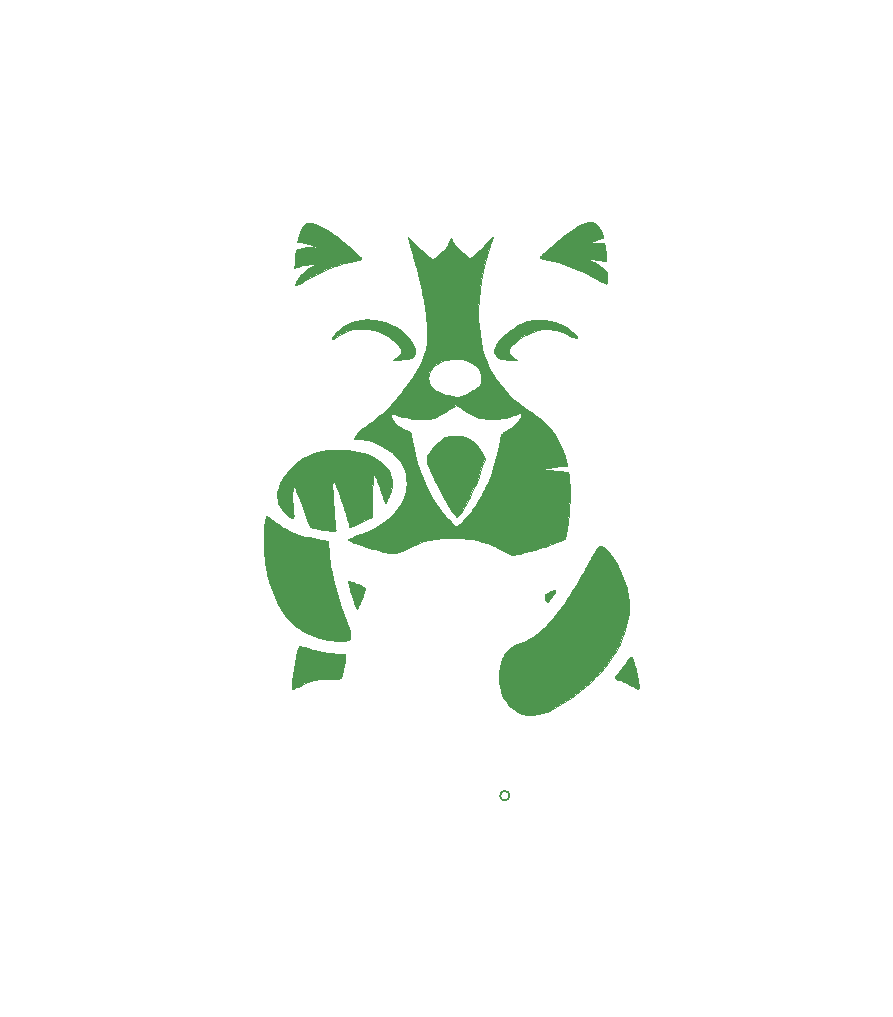
<source format=gto>
G04 #@! TF.FileFunction,Legend,Top*
%FSLAX46Y46*%
G04 Gerber Fmt 4.6, Leading zero omitted, Abs format (unit mm)*
G04 Created by KiCad (PCBNEW 4.0.7) date 07/11/18 15:32:24*
%MOMM*%
%LPD*%
G01*
G04 APERTURE LIST*
%ADD10C,0.100000*%
%ADD11C,0.010000*%
%ADD12C,0.150000*%
%ADD13C,2.100000*%
%ADD14O,2.100000X2.100000*%
G04 APERTURE END LIST*
D10*
D11*
G36*
X184679167Y-127359833D02*
X112670167Y-127359833D01*
X112670167Y-104261711D01*
X114663659Y-104261711D01*
X114663660Y-105326889D01*
X114663671Y-106372112D01*
X114663694Y-107396718D01*
X114663727Y-108400047D01*
X114663772Y-109381437D01*
X114663826Y-110340228D01*
X114663892Y-111275758D01*
X114663968Y-112187367D01*
X114664054Y-113074394D01*
X114664150Y-113936178D01*
X114664257Y-114772057D01*
X114664374Y-115581372D01*
X114664501Y-116363460D01*
X114664638Y-117117661D01*
X114664785Y-117843314D01*
X114664942Y-118539758D01*
X114665108Y-119206332D01*
X114665285Y-119842375D01*
X114665471Y-120447226D01*
X114665666Y-121020225D01*
X114665871Y-121560709D01*
X114666085Y-122068019D01*
X114666309Y-122541492D01*
X114666541Y-122980469D01*
X114666783Y-123384289D01*
X114667034Y-123752290D01*
X114667294Y-124083811D01*
X114667563Y-124378191D01*
X114667841Y-124634770D01*
X114668127Y-124852886D01*
X114668422Y-125031879D01*
X114668726Y-125171088D01*
X114669038Y-125269851D01*
X114669359Y-125327507D01*
X114669640Y-125343708D01*
X114677259Y-125344873D01*
X114699570Y-125346006D01*
X114737097Y-125347106D01*
X114790365Y-125348174D01*
X114859898Y-125349212D01*
X114946220Y-125350218D01*
X115049855Y-125351194D01*
X115171329Y-125352139D01*
X115311166Y-125353056D01*
X115469889Y-125353942D01*
X115648024Y-125354800D01*
X115846094Y-125355630D01*
X116064624Y-125356431D01*
X116304139Y-125357205D01*
X116565162Y-125357951D01*
X116848219Y-125358671D01*
X117153833Y-125359364D01*
X117482529Y-125360031D01*
X117834831Y-125360673D01*
X118211265Y-125361289D01*
X118612353Y-125361881D01*
X119038620Y-125362448D01*
X119490592Y-125362991D01*
X119968791Y-125363511D01*
X120473743Y-125364007D01*
X121005973Y-125364481D01*
X121566003Y-125364933D01*
X122154359Y-125365362D01*
X122771566Y-125365770D01*
X123418147Y-125366157D01*
X124094626Y-125366523D01*
X124801529Y-125366869D01*
X125539380Y-125367195D01*
X126308702Y-125367501D01*
X127110021Y-125367789D01*
X127943861Y-125368057D01*
X128810746Y-125368308D01*
X129711200Y-125368540D01*
X130645748Y-125368755D01*
X131614915Y-125368954D01*
X132619224Y-125369135D01*
X133659201Y-125369300D01*
X134735368Y-125369450D01*
X135848252Y-125369584D01*
X136998375Y-125369703D01*
X138186264Y-125369807D01*
X139412441Y-125369897D01*
X140677431Y-125369974D01*
X141981760Y-125370037D01*
X143325950Y-125370087D01*
X144710527Y-125370125D01*
X146136014Y-125370150D01*
X147602937Y-125370164D01*
X148674002Y-125370167D01*
X182668333Y-125370167D01*
X182668333Y-47349820D01*
X148669375Y-47355118D01*
X114670417Y-47360417D01*
X114665013Y-86338833D01*
X114664840Y-87624028D01*
X114664679Y-88899182D01*
X114664531Y-90163634D01*
X114664394Y-91416724D01*
X114664269Y-92657789D01*
X114664157Y-93886169D01*
X114664055Y-95101203D01*
X114663966Y-96302231D01*
X114663888Y-97488591D01*
X114663821Y-98659622D01*
X114663766Y-99814663D01*
X114663723Y-100953053D01*
X114663690Y-102074132D01*
X114663669Y-103177238D01*
X114663659Y-104261711D01*
X112670167Y-104261711D01*
X112670167Y-45360167D01*
X184679167Y-45360167D01*
X184679167Y-127359833D01*
X184679167Y-127359833D01*
G37*
X184679167Y-127359833D02*
X112670167Y-127359833D01*
X112670167Y-104261711D01*
X114663659Y-104261711D01*
X114663660Y-105326889D01*
X114663671Y-106372112D01*
X114663694Y-107396718D01*
X114663727Y-108400047D01*
X114663772Y-109381437D01*
X114663826Y-110340228D01*
X114663892Y-111275758D01*
X114663968Y-112187367D01*
X114664054Y-113074394D01*
X114664150Y-113936178D01*
X114664257Y-114772057D01*
X114664374Y-115581372D01*
X114664501Y-116363460D01*
X114664638Y-117117661D01*
X114664785Y-117843314D01*
X114664942Y-118539758D01*
X114665108Y-119206332D01*
X114665285Y-119842375D01*
X114665471Y-120447226D01*
X114665666Y-121020225D01*
X114665871Y-121560709D01*
X114666085Y-122068019D01*
X114666309Y-122541492D01*
X114666541Y-122980469D01*
X114666783Y-123384289D01*
X114667034Y-123752290D01*
X114667294Y-124083811D01*
X114667563Y-124378191D01*
X114667841Y-124634770D01*
X114668127Y-124852886D01*
X114668422Y-125031879D01*
X114668726Y-125171088D01*
X114669038Y-125269851D01*
X114669359Y-125327507D01*
X114669640Y-125343708D01*
X114677259Y-125344873D01*
X114699570Y-125346006D01*
X114737097Y-125347106D01*
X114790365Y-125348174D01*
X114859898Y-125349212D01*
X114946220Y-125350218D01*
X115049855Y-125351194D01*
X115171329Y-125352139D01*
X115311166Y-125353056D01*
X115469889Y-125353942D01*
X115648024Y-125354800D01*
X115846094Y-125355630D01*
X116064624Y-125356431D01*
X116304139Y-125357205D01*
X116565162Y-125357951D01*
X116848219Y-125358671D01*
X117153833Y-125359364D01*
X117482529Y-125360031D01*
X117834831Y-125360673D01*
X118211265Y-125361289D01*
X118612353Y-125361881D01*
X119038620Y-125362448D01*
X119490592Y-125362991D01*
X119968791Y-125363511D01*
X120473743Y-125364007D01*
X121005973Y-125364481D01*
X121566003Y-125364933D01*
X122154359Y-125365362D01*
X122771566Y-125365770D01*
X123418147Y-125366157D01*
X124094626Y-125366523D01*
X124801529Y-125366869D01*
X125539380Y-125367195D01*
X126308702Y-125367501D01*
X127110021Y-125367789D01*
X127943861Y-125368057D01*
X128810746Y-125368308D01*
X129711200Y-125368540D01*
X130645748Y-125368755D01*
X131614915Y-125368954D01*
X132619224Y-125369135D01*
X133659201Y-125369300D01*
X134735368Y-125369450D01*
X135848252Y-125369584D01*
X136998375Y-125369703D01*
X138186264Y-125369807D01*
X139412441Y-125369897D01*
X140677431Y-125369974D01*
X141981760Y-125370037D01*
X143325950Y-125370087D01*
X144710527Y-125370125D01*
X146136014Y-125370150D01*
X147602937Y-125370164D01*
X148674002Y-125370167D01*
X182668333Y-125370167D01*
X182668333Y-47349820D01*
X148669375Y-47355118D01*
X114670417Y-47360417D01*
X114665013Y-86338833D01*
X114664840Y-87624028D01*
X114664679Y-88899182D01*
X114664531Y-90163634D01*
X114664394Y-91416724D01*
X114664269Y-92657789D01*
X114664157Y-93886169D01*
X114664055Y-95101203D01*
X114663966Y-96302231D01*
X114663888Y-97488591D01*
X114663821Y-98659622D01*
X114663766Y-99814663D01*
X114663723Y-100953053D01*
X114663690Y-102074132D01*
X114663669Y-103177238D01*
X114663659Y-104261711D01*
X112670167Y-104261711D01*
X112670167Y-45360167D01*
X184679167Y-45360167D01*
X184679167Y-127359833D01*
G36*
X161713457Y-89503135D02*
X161781240Y-89523073D01*
X161855658Y-89555121D01*
X161920757Y-89588789D01*
X161982737Y-89629293D01*
X162049251Y-89682818D01*
X162127951Y-89755547D01*
X162226488Y-89853663D01*
X162231917Y-89859187D01*
X162429191Y-90076355D01*
X162620672Y-90320906D01*
X162808757Y-90596387D01*
X162995842Y-90906343D01*
X163184323Y-91254321D01*
X163214382Y-91313000D01*
X163445058Y-91792895D01*
X163639491Y-92254509D01*
X163798520Y-92699978D01*
X163914402Y-93097869D01*
X163982062Y-93376764D01*
X164033277Y-93630567D01*
X164069748Y-93872433D01*
X164093177Y-94115517D01*
X164105265Y-94372973D01*
X164107916Y-94593833D01*
X164100410Y-94914603D01*
X164077219Y-95229869D01*
X164037133Y-95545992D01*
X163978939Y-95869331D01*
X163901426Y-96206244D01*
X163803382Y-96563091D01*
X163683596Y-96946230D01*
X163628210Y-97111536D01*
X163539085Y-97362276D01*
X163447593Y-97596167D01*
X163350671Y-97818668D01*
X163245256Y-98035239D01*
X163128284Y-98251339D01*
X162996694Y-98472430D01*
X162847422Y-98703969D01*
X162677405Y-98951418D01*
X162483581Y-99220235D01*
X162327314Y-99430417D01*
X161996007Y-99851635D01*
X161643146Y-100263010D01*
X161271535Y-100662491D01*
X160883975Y-101048030D01*
X160483270Y-101417575D01*
X160072223Y-101769077D01*
X159653637Y-102100487D01*
X159230315Y-102409754D01*
X158805060Y-102694830D01*
X158380674Y-102953663D01*
X157959962Y-103184204D01*
X157545725Y-103384403D01*
X157140767Y-103552211D01*
X156747891Y-103685578D01*
X156378752Y-103780576D01*
X156252773Y-103803722D01*
X156121265Y-103819633D01*
X155971409Y-103829535D01*
X155818417Y-103834173D01*
X155698944Y-103835751D01*
X155590998Y-103835945D01*
X155503209Y-103834834D01*
X155444212Y-103832495D01*
X155426833Y-103830654D01*
X155226126Y-103788896D01*
X155055013Y-103742795D01*
X154900757Y-103688132D01*
X154750619Y-103620691D01*
X154674380Y-103581534D01*
X154436316Y-103435292D01*
X154204639Y-103255563D01*
X153989185Y-103051053D01*
X153799792Y-102830467D01*
X153750744Y-102764167D01*
X153559296Y-102459666D01*
X153401019Y-102131761D01*
X153276404Y-101783958D01*
X153185944Y-101419764D01*
X153130128Y-101042684D01*
X153109449Y-100656223D01*
X153124397Y-100263889D01*
X153175464Y-99869186D01*
X153263140Y-99475620D01*
X153280996Y-99411605D01*
X153379694Y-99118145D01*
X153498484Y-98858527D01*
X153639994Y-98628027D01*
X153806850Y-98421924D01*
X153865756Y-98360623D01*
X153974694Y-98257310D01*
X154084561Y-98166077D01*
X154201729Y-98083191D01*
X154332569Y-98004919D01*
X154483454Y-97927531D01*
X154660755Y-97847292D01*
X154870844Y-97760472D01*
X154931166Y-97736540D01*
X155159336Y-97642985D01*
X155385589Y-97543357D01*
X155602208Y-97441413D01*
X155801472Y-97340908D01*
X155975663Y-97245598D01*
X156115276Y-97160414D01*
X156359803Y-96984811D01*
X156617523Y-96771063D01*
X156887033Y-96520759D01*
X157166925Y-96235490D01*
X157455796Y-95916847D01*
X157752240Y-95566420D01*
X158054852Y-95185799D01*
X158362227Y-94776576D01*
X158672959Y-94340341D01*
X158897084Y-94011750D01*
X159115936Y-93681434D01*
X159321168Y-93363422D01*
X159517018Y-93050577D01*
X159707726Y-92735760D01*
X159897533Y-92411837D01*
X160090677Y-92071668D01*
X160291398Y-91708119D01*
X160503936Y-91314051D01*
X160541505Y-91243590D01*
X160646847Y-91045907D01*
X160735632Y-90879867D01*
X160811079Y-90739686D01*
X160876413Y-90619578D01*
X160934853Y-90513758D01*
X160989622Y-90416441D01*
X161043940Y-90321842D01*
X161101031Y-90224176D01*
X161164115Y-90117659D01*
X161230129Y-90007014D01*
X161327804Y-89846093D01*
X161409346Y-89719580D01*
X161478709Y-89624617D01*
X161539847Y-89558348D01*
X161596715Y-89517916D01*
X161653267Y-89500463D01*
X161713457Y-89503135D01*
X161713457Y-89503135D01*
G37*
X161713457Y-89503135D02*
X161781240Y-89523073D01*
X161855658Y-89555121D01*
X161920757Y-89588789D01*
X161982737Y-89629293D01*
X162049251Y-89682818D01*
X162127951Y-89755547D01*
X162226488Y-89853663D01*
X162231917Y-89859187D01*
X162429191Y-90076355D01*
X162620672Y-90320906D01*
X162808757Y-90596387D01*
X162995842Y-90906343D01*
X163184323Y-91254321D01*
X163214382Y-91313000D01*
X163445058Y-91792895D01*
X163639491Y-92254509D01*
X163798520Y-92699978D01*
X163914402Y-93097869D01*
X163982062Y-93376764D01*
X164033277Y-93630567D01*
X164069748Y-93872433D01*
X164093177Y-94115517D01*
X164105265Y-94372973D01*
X164107916Y-94593833D01*
X164100410Y-94914603D01*
X164077219Y-95229869D01*
X164037133Y-95545992D01*
X163978939Y-95869331D01*
X163901426Y-96206244D01*
X163803382Y-96563091D01*
X163683596Y-96946230D01*
X163628210Y-97111536D01*
X163539085Y-97362276D01*
X163447593Y-97596167D01*
X163350671Y-97818668D01*
X163245256Y-98035239D01*
X163128284Y-98251339D01*
X162996694Y-98472430D01*
X162847422Y-98703969D01*
X162677405Y-98951418D01*
X162483581Y-99220235D01*
X162327314Y-99430417D01*
X161996007Y-99851635D01*
X161643146Y-100263010D01*
X161271535Y-100662491D01*
X160883975Y-101048030D01*
X160483270Y-101417575D01*
X160072223Y-101769077D01*
X159653637Y-102100487D01*
X159230315Y-102409754D01*
X158805060Y-102694830D01*
X158380674Y-102953663D01*
X157959962Y-103184204D01*
X157545725Y-103384403D01*
X157140767Y-103552211D01*
X156747891Y-103685578D01*
X156378752Y-103780576D01*
X156252773Y-103803722D01*
X156121265Y-103819633D01*
X155971409Y-103829535D01*
X155818417Y-103834173D01*
X155698944Y-103835751D01*
X155590998Y-103835945D01*
X155503209Y-103834834D01*
X155444212Y-103832495D01*
X155426833Y-103830654D01*
X155226126Y-103788896D01*
X155055013Y-103742795D01*
X154900757Y-103688132D01*
X154750619Y-103620691D01*
X154674380Y-103581534D01*
X154436316Y-103435292D01*
X154204639Y-103255563D01*
X153989185Y-103051053D01*
X153799792Y-102830467D01*
X153750744Y-102764167D01*
X153559296Y-102459666D01*
X153401019Y-102131761D01*
X153276404Y-101783958D01*
X153185944Y-101419764D01*
X153130128Y-101042684D01*
X153109449Y-100656223D01*
X153124397Y-100263889D01*
X153175464Y-99869186D01*
X153263140Y-99475620D01*
X153280996Y-99411605D01*
X153379694Y-99118145D01*
X153498484Y-98858527D01*
X153639994Y-98628027D01*
X153806850Y-98421924D01*
X153865756Y-98360623D01*
X153974694Y-98257310D01*
X154084561Y-98166077D01*
X154201729Y-98083191D01*
X154332569Y-98004919D01*
X154483454Y-97927531D01*
X154660755Y-97847292D01*
X154870844Y-97760472D01*
X154931166Y-97736540D01*
X155159336Y-97642985D01*
X155385589Y-97543357D01*
X155602208Y-97441413D01*
X155801472Y-97340908D01*
X155975663Y-97245598D01*
X156115276Y-97160414D01*
X156359803Y-96984811D01*
X156617523Y-96771063D01*
X156887033Y-96520759D01*
X157166925Y-96235490D01*
X157455796Y-95916847D01*
X157752240Y-95566420D01*
X158054852Y-95185799D01*
X158362227Y-94776576D01*
X158672959Y-94340341D01*
X158897084Y-94011750D01*
X159115936Y-93681434D01*
X159321168Y-93363422D01*
X159517018Y-93050577D01*
X159707726Y-92735760D01*
X159897533Y-92411837D01*
X160090677Y-92071668D01*
X160291398Y-91708119D01*
X160503936Y-91314051D01*
X160541505Y-91243590D01*
X160646847Y-91045907D01*
X160735632Y-90879867D01*
X160811079Y-90739686D01*
X160876413Y-90619578D01*
X160934853Y-90513758D01*
X160989622Y-90416441D01*
X161043940Y-90321842D01*
X161101031Y-90224176D01*
X161164115Y-90117659D01*
X161230129Y-90007014D01*
X161327804Y-89846093D01*
X161409346Y-89719580D01*
X161478709Y-89624617D01*
X161539847Y-89558348D01*
X161596715Y-89517916D01*
X161653267Y-89500463D01*
X161713457Y-89503135D01*
G36*
X136298167Y-98029807D02*
X136398085Y-98048193D01*
X136526787Y-98076949D01*
X136678541Y-98114703D01*
X136847614Y-98160084D01*
X137028273Y-98211720D01*
X137060453Y-98221238D01*
X137426574Y-98323176D01*
X137812328Y-98417870D01*
X138207221Y-98503270D01*
X138600761Y-98577328D01*
X138982452Y-98637996D01*
X139341802Y-98683224D01*
X139509500Y-98699381D01*
X139629368Y-98708503D01*
X139718435Y-98711995D01*
X139787895Y-98709554D01*
X139848943Y-98700877D01*
X139901054Y-98688770D01*
X139971199Y-98671351D01*
X140012815Y-98665937D01*
X140038238Y-98673480D01*
X140059804Y-98694928D01*
X140065096Y-98701410D01*
X140085225Y-98737663D01*
X140096830Y-98791496D01*
X140101619Y-98872988D01*
X140102007Y-98919470D01*
X140101051Y-98993473D01*
X140097690Y-99064375D01*
X140090967Y-99137232D01*
X140079929Y-99217101D01*
X140063617Y-99309036D01*
X140041078Y-99418095D01*
X140011355Y-99549333D01*
X139973493Y-99707806D01*
X139926536Y-99898570D01*
X139886995Y-100057011D01*
X139714165Y-100747106D01*
X139428569Y-100760803D01*
X139287502Y-100766436D01*
X139127957Y-100771026D01*
X138971753Y-100774024D01*
X138865861Y-100774906D01*
X138691508Y-100777098D01*
X138502482Y-100782829D01*
X138307855Y-100791551D01*
X138116697Y-100802716D01*
X137938080Y-100815776D01*
X137781076Y-100830185D01*
X137654756Y-100845393D01*
X137625717Y-100849784D01*
X137419928Y-100893095D01*
X137197018Y-100960193D01*
X136952379Y-101052661D01*
X136681404Y-101172081D01*
X136665960Y-101179315D01*
X136441622Y-101284628D01*
X136252464Y-101373222D01*
X136095373Y-101446420D01*
X135967235Y-101505550D01*
X135864937Y-101551935D01*
X135785364Y-101586903D01*
X135725403Y-101611779D01*
X135681941Y-101627888D01*
X135651863Y-101636556D01*
X135632056Y-101639109D01*
X135619407Y-101636872D01*
X135610800Y-101631171D01*
X135608904Y-101629349D01*
X135599915Y-101598277D01*
X135595049Y-101531628D01*
X135594146Y-101435938D01*
X135597048Y-101317747D01*
X135603596Y-101183592D01*
X135613631Y-101040012D01*
X135626702Y-100896401D01*
X135654245Y-100648446D01*
X135687075Y-100388969D01*
X135724338Y-100122592D01*
X135765178Y-99853935D01*
X135808743Y-99587620D01*
X135854176Y-99328267D01*
X135900624Y-99080497D01*
X135947232Y-98848930D01*
X135993146Y-98638189D01*
X136037512Y-98452892D01*
X136079474Y-98297662D01*
X136118178Y-98177120D01*
X136139478Y-98123375D01*
X136171987Y-98060438D01*
X136202275Y-98029967D01*
X136232768Y-98023165D01*
X136298167Y-98029807D01*
X136298167Y-98029807D01*
G37*
X136298167Y-98029807D02*
X136398085Y-98048193D01*
X136526787Y-98076949D01*
X136678541Y-98114703D01*
X136847614Y-98160084D01*
X137028273Y-98211720D01*
X137060453Y-98221238D01*
X137426574Y-98323176D01*
X137812328Y-98417870D01*
X138207221Y-98503270D01*
X138600761Y-98577328D01*
X138982452Y-98637996D01*
X139341802Y-98683224D01*
X139509500Y-98699381D01*
X139629368Y-98708503D01*
X139718435Y-98711995D01*
X139787895Y-98709554D01*
X139848943Y-98700877D01*
X139901054Y-98688770D01*
X139971199Y-98671351D01*
X140012815Y-98665937D01*
X140038238Y-98673480D01*
X140059804Y-98694928D01*
X140065096Y-98701410D01*
X140085225Y-98737663D01*
X140096830Y-98791496D01*
X140101619Y-98872988D01*
X140102007Y-98919470D01*
X140101051Y-98993473D01*
X140097690Y-99064375D01*
X140090967Y-99137232D01*
X140079929Y-99217101D01*
X140063617Y-99309036D01*
X140041078Y-99418095D01*
X140011355Y-99549333D01*
X139973493Y-99707806D01*
X139926536Y-99898570D01*
X139886995Y-100057011D01*
X139714165Y-100747106D01*
X139428569Y-100760803D01*
X139287502Y-100766436D01*
X139127957Y-100771026D01*
X138971753Y-100774024D01*
X138865861Y-100774906D01*
X138691508Y-100777098D01*
X138502482Y-100782829D01*
X138307855Y-100791551D01*
X138116697Y-100802716D01*
X137938080Y-100815776D01*
X137781076Y-100830185D01*
X137654756Y-100845393D01*
X137625717Y-100849784D01*
X137419928Y-100893095D01*
X137197018Y-100960193D01*
X136952379Y-101052661D01*
X136681404Y-101172081D01*
X136665960Y-101179315D01*
X136441622Y-101284628D01*
X136252464Y-101373222D01*
X136095373Y-101446420D01*
X135967235Y-101505550D01*
X135864937Y-101551935D01*
X135785364Y-101586903D01*
X135725403Y-101611779D01*
X135681941Y-101627888D01*
X135651863Y-101636556D01*
X135632056Y-101639109D01*
X135619407Y-101636872D01*
X135610800Y-101631171D01*
X135608904Y-101629349D01*
X135599915Y-101598277D01*
X135595049Y-101531628D01*
X135594146Y-101435938D01*
X135597048Y-101317747D01*
X135603596Y-101183592D01*
X135613631Y-101040012D01*
X135626702Y-100896401D01*
X135654245Y-100648446D01*
X135687075Y-100388969D01*
X135724338Y-100122592D01*
X135765178Y-99853935D01*
X135808743Y-99587620D01*
X135854176Y-99328267D01*
X135900624Y-99080497D01*
X135947232Y-98848930D01*
X135993146Y-98638189D01*
X136037512Y-98452892D01*
X136079474Y-98297662D01*
X136118178Y-98177120D01*
X136139478Y-98123375D01*
X136171987Y-98060438D01*
X136202275Y-98029967D01*
X136232768Y-98023165D01*
X136298167Y-98029807D01*
G36*
X164319624Y-98902974D02*
X164350376Y-98939913D01*
X164387383Y-99014015D01*
X164429548Y-99120754D01*
X164475771Y-99255605D01*
X164524958Y-99414041D01*
X164576010Y-99591535D01*
X164627830Y-99783561D01*
X164679321Y-99985594D01*
X164729386Y-100193105D01*
X164776928Y-100401570D01*
X164820849Y-100606462D01*
X164860053Y-100803255D01*
X164893441Y-100987421D01*
X164919917Y-101154436D01*
X164938384Y-101299772D01*
X164947745Y-101418904D01*
X164947819Y-101494509D01*
X164942642Y-101561167D01*
X164932641Y-101596507D01*
X164911517Y-101611517D01*
X164877750Y-101616732D01*
X164817420Y-101608533D01*
X164725432Y-101576022D01*
X164623750Y-101529693D01*
X164533980Y-101484439D01*
X164420334Y-101425170D01*
X164295767Y-101358742D01*
X164173235Y-101292012D01*
X164141536Y-101274474D01*
X163931359Y-101161615D01*
X163735614Y-101064182D01*
X163558123Y-100983773D01*
X163402711Y-100921982D01*
X163273203Y-100880405D01*
X163173421Y-100860638D01*
X163146103Y-100859167D01*
X163108033Y-100844919D01*
X163057654Y-100808858D01*
X163034133Y-100787200D01*
X162987606Y-100733303D01*
X162966688Y-100682144D01*
X162962167Y-100619645D01*
X162965964Y-100558243D01*
X162983545Y-100516142D01*
X163024191Y-100475315D01*
X163045266Y-100458241D01*
X163097561Y-100408226D01*
X163171167Y-100324659D01*
X163264483Y-100209582D01*
X163375909Y-100065040D01*
X163503846Y-99893077D01*
X163646691Y-99695738D01*
X163692493Y-99631500D01*
X163834312Y-99435328D01*
X163960488Y-99267767D01*
X164069951Y-99130064D01*
X164161626Y-99023463D01*
X164234444Y-98949210D01*
X164287330Y-98908551D01*
X164319214Y-98902731D01*
X164319624Y-98902974D01*
X164319624Y-98902974D01*
G37*
X164319624Y-98902974D02*
X164350376Y-98939913D01*
X164387383Y-99014015D01*
X164429548Y-99120754D01*
X164475771Y-99255605D01*
X164524958Y-99414041D01*
X164576010Y-99591535D01*
X164627830Y-99783561D01*
X164679321Y-99985594D01*
X164729386Y-100193105D01*
X164776928Y-100401570D01*
X164820849Y-100606462D01*
X164860053Y-100803255D01*
X164893441Y-100987421D01*
X164919917Y-101154436D01*
X164938384Y-101299772D01*
X164947745Y-101418904D01*
X164947819Y-101494509D01*
X164942642Y-101561167D01*
X164932641Y-101596507D01*
X164911517Y-101611517D01*
X164877750Y-101616732D01*
X164817420Y-101608533D01*
X164725432Y-101576022D01*
X164623750Y-101529693D01*
X164533980Y-101484439D01*
X164420334Y-101425170D01*
X164295767Y-101358742D01*
X164173235Y-101292012D01*
X164141536Y-101274474D01*
X163931359Y-101161615D01*
X163735614Y-101064182D01*
X163558123Y-100983773D01*
X163402711Y-100921982D01*
X163273203Y-100880405D01*
X163173421Y-100860638D01*
X163146103Y-100859167D01*
X163108033Y-100844919D01*
X163057654Y-100808858D01*
X163034133Y-100787200D01*
X162987606Y-100733303D01*
X162966688Y-100682144D01*
X162962167Y-100619645D01*
X162965964Y-100558243D01*
X162983545Y-100516142D01*
X163024191Y-100475315D01*
X163045266Y-100458241D01*
X163097561Y-100408226D01*
X163171167Y-100324659D01*
X163264483Y-100209582D01*
X163375909Y-100065040D01*
X163503846Y-99893077D01*
X163646691Y-99695738D01*
X163692493Y-99631500D01*
X163834312Y-99435328D01*
X163960488Y-99267767D01*
X164069951Y-99130064D01*
X164161626Y-99023463D01*
X164234444Y-98949210D01*
X164287330Y-98908551D01*
X164319214Y-98902731D01*
X164319624Y-98902974D01*
G36*
X133417647Y-86969758D02*
X133464782Y-87002058D01*
X133536164Y-87053090D01*
X133627047Y-87119433D01*
X133732685Y-87197667D01*
X133806912Y-87253199D01*
X134032783Y-87421927D01*
X134230411Y-87567332D01*
X134404585Y-87692565D01*
X134560095Y-87800778D01*
X134701731Y-87895122D01*
X134834283Y-87978748D01*
X134962542Y-88054807D01*
X135091298Y-88126451D01*
X135225340Y-88196830D01*
X135294579Y-88231899D01*
X135517042Y-88338890D01*
X135739204Y-88435937D01*
X135965740Y-88524345D01*
X136201324Y-88605417D01*
X136450630Y-88680458D01*
X136718331Y-88750772D01*
X137009103Y-88817662D01*
X137327619Y-88882433D01*
X137678552Y-88946390D01*
X138066578Y-89010835D01*
X138112500Y-89018133D01*
X138252724Y-89040749D01*
X138378797Y-89061895D01*
X138484760Y-89080503D01*
X138564656Y-89095509D01*
X138612527Y-89105847D01*
X138623640Y-89109551D01*
X138628910Y-89133603D01*
X138635719Y-89193443D01*
X138643514Y-89282578D01*
X138651740Y-89394514D01*
X138659842Y-89522758D01*
X138661759Y-89556167D01*
X138684724Y-89910175D01*
X138713123Y-90242102D01*
X138748413Y-90563177D01*
X138792052Y-90884631D01*
X138845498Y-91217696D01*
X138910209Y-91573603D01*
X138950234Y-91778667D01*
X139073731Y-92355970D01*
X139214401Y-92932088D01*
X139374018Y-93512936D01*
X139554360Y-94104426D01*
X139757199Y-94712472D01*
X139984311Y-95342989D01*
X140153069Y-95786440D01*
X140259342Y-96065487D01*
X140347550Y-96309735D01*
X140418296Y-96522382D01*
X140472179Y-96706626D01*
X140509799Y-96865663D01*
X140531757Y-97002693D01*
X140538653Y-97120913D01*
X140531088Y-97223521D01*
X140509661Y-97313715D01*
X140474972Y-97394692D01*
X140459935Y-97421240D01*
X140436674Y-97456890D01*
X140411335Y-97485058D01*
X140378886Y-97506654D01*
X140334297Y-97522589D01*
X140272537Y-97533774D01*
X140188574Y-97541119D01*
X140077377Y-97545535D01*
X139933916Y-97547933D01*
X139753159Y-97549224D01*
X139752917Y-97549225D01*
X139601041Y-97549696D01*
X139460252Y-97549537D01*
X139336994Y-97548804D01*
X139237712Y-97547549D01*
X139168851Y-97545829D01*
X139139083Y-97544045D01*
X139090025Y-97538147D01*
X139012261Y-97529128D01*
X138919160Y-97518531D01*
X138874500Y-97513511D01*
X138776089Y-97500516D01*
X138651364Y-97481146D01*
X138515406Y-97457883D01*
X138383297Y-97433210D01*
X138366500Y-97429891D01*
X137896204Y-97318742D01*
X137444248Y-97176847D01*
X137013171Y-97005628D01*
X136605511Y-96806509D01*
X136223804Y-96580916D01*
X135870589Y-96330272D01*
X135548403Y-96056000D01*
X135259784Y-95759525D01*
X135142992Y-95621060D01*
X134924722Y-95328610D01*
X134710271Y-94999614D01*
X134502261Y-94639844D01*
X134303313Y-94255072D01*
X134116048Y-93851068D01*
X133943088Y-93433604D01*
X133787053Y-93008451D01*
X133650566Y-92581380D01*
X133536247Y-92158163D01*
X133500200Y-92004185D01*
X133442028Y-91714592D01*
X133388054Y-91384486D01*
X133338489Y-91015499D01*
X133293545Y-90609265D01*
X133253433Y-90167416D01*
X133240271Y-90000667D01*
X133232452Y-89872345D01*
X133225953Y-89714615D01*
X133220775Y-89533527D01*
X133216917Y-89335131D01*
X133214379Y-89125475D01*
X133213162Y-88910610D01*
X133213264Y-88696585D01*
X133214685Y-88489449D01*
X133217426Y-88295252D01*
X133221486Y-88120045D01*
X133226866Y-87969875D01*
X133233564Y-87850794D01*
X133240340Y-87778167D01*
X133251652Y-87699199D01*
X133268013Y-87599361D01*
X133287931Y-87486329D01*
X133309914Y-87367780D01*
X133332468Y-87251391D01*
X133354102Y-87144839D01*
X133373322Y-87055800D01*
X133388635Y-86991952D01*
X133398549Y-86960971D01*
X133399503Y-86959608D01*
X133417647Y-86969758D01*
X133417647Y-86969758D01*
G37*
X133417647Y-86969758D02*
X133464782Y-87002058D01*
X133536164Y-87053090D01*
X133627047Y-87119433D01*
X133732685Y-87197667D01*
X133806912Y-87253199D01*
X134032783Y-87421927D01*
X134230411Y-87567332D01*
X134404585Y-87692565D01*
X134560095Y-87800778D01*
X134701731Y-87895122D01*
X134834283Y-87978748D01*
X134962542Y-88054807D01*
X135091298Y-88126451D01*
X135225340Y-88196830D01*
X135294579Y-88231899D01*
X135517042Y-88338890D01*
X135739204Y-88435937D01*
X135965740Y-88524345D01*
X136201324Y-88605417D01*
X136450630Y-88680458D01*
X136718331Y-88750772D01*
X137009103Y-88817662D01*
X137327619Y-88882433D01*
X137678552Y-88946390D01*
X138066578Y-89010835D01*
X138112500Y-89018133D01*
X138252724Y-89040749D01*
X138378797Y-89061895D01*
X138484760Y-89080503D01*
X138564656Y-89095509D01*
X138612527Y-89105847D01*
X138623640Y-89109551D01*
X138628910Y-89133603D01*
X138635719Y-89193443D01*
X138643514Y-89282578D01*
X138651740Y-89394514D01*
X138659842Y-89522758D01*
X138661759Y-89556167D01*
X138684724Y-89910175D01*
X138713123Y-90242102D01*
X138748413Y-90563177D01*
X138792052Y-90884631D01*
X138845498Y-91217696D01*
X138910209Y-91573603D01*
X138950234Y-91778667D01*
X139073731Y-92355970D01*
X139214401Y-92932088D01*
X139374018Y-93512936D01*
X139554360Y-94104426D01*
X139757199Y-94712472D01*
X139984311Y-95342989D01*
X140153069Y-95786440D01*
X140259342Y-96065487D01*
X140347550Y-96309735D01*
X140418296Y-96522382D01*
X140472179Y-96706626D01*
X140509799Y-96865663D01*
X140531757Y-97002693D01*
X140538653Y-97120913D01*
X140531088Y-97223521D01*
X140509661Y-97313715D01*
X140474972Y-97394692D01*
X140459935Y-97421240D01*
X140436674Y-97456890D01*
X140411335Y-97485058D01*
X140378886Y-97506654D01*
X140334297Y-97522589D01*
X140272537Y-97533774D01*
X140188574Y-97541119D01*
X140077377Y-97545535D01*
X139933916Y-97547933D01*
X139753159Y-97549224D01*
X139752917Y-97549225D01*
X139601041Y-97549696D01*
X139460252Y-97549537D01*
X139336994Y-97548804D01*
X139237712Y-97547549D01*
X139168851Y-97545829D01*
X139139083Y-97544045D01*
X139090025Y-97538147D01*
X139012261Y-97529128D01*
X138919160Y-97518531D01*
X138874500Y-97513511D01*
X138776089Y-97500516D01*
X138651364Y-97481146D01*
X138515406Y-97457883D01*
X138383297Y-97433210D01*
X138366500Y-97429891D01*
X137896204Y-97318742D01*
X137444248Y-97176847D01*
X137013171Y-97005628D01*
X136605511Y-96806509D01*
X136223804Y-96580916D01*
X135870589Y-96330272D01*
X135548403Y-96056000D01*
X135259784Y-95759525D01*
X135142992Y-95621060D01*
X134924722Y-95328610D01*
X134710271Y-94999614D01*
X134502261Y-94639844D01*
X134303313Y-94255072D01*
X134116048Y-93851068D01*
X133943088Y-93433604D01*
X133787053Y-93008451D01*
X133650566Y-92581380D01*
X133536247Y-92158163D01*
X133500200Y-92004185D01*
X133442028Y-91714592D01*
X133388054Y-91384486D01*
X133338489Y-91015499D01*
X133293545Y-90609265D01*
X133253433Y-90167416D01*
X133240271Y-90000667D01*
X133232452Y-89872345D01*
X133225953Y-89714615D01*
X133220775Y-89533527D01*
X133216917Y-89335131D01*
X133214379Y-89125475D01*
X133213162Y-88910610D01*
X133213264Y-88696585D01*
X133214685Y-88489449D01*
X133217426Y-88295252D01*
X133221486Y-88120045D01*
X133226866Y-87969875D01*
X133233564Y-87850794D01*
X133240340Y-87778167D01*
X133251652Y-87699199D01*
X133268013Y-87599361D01*
X133287931Y-87486329D01*
X133309914Y-87367780D01*
X133332468Y-87251391D01*
X133354102Y-87144839D01*
X133373322Y-87055800D01*
X133388635Y-86991952D01*
X133398549Y-86960971D01*
X133399503Y-86959608D01*
X133417647Y-86969758D01*
G36*
X140431292Y-92506714D02*
X140511123Y-92530282D01*
X140617396Y-92566674D01*
X140744071Y-92613528D01*
X140885107Y-92668482D01*
X141034463Y-92729172D01*
X141186100Y-92793236D01*
X141333975Y-92858311D01*
X141472048Y-92922035D01*
X141493652Y-92932344D01*
X141773887Y-93066770D01*
X141761040Y-93137093D01*
X141741773Y-93221003D01*
X141710568Y-93330869D01*
X141669358Y-93461656D01*
X141620075Y-93608328D01*
X141564653Y-93765852D01*
X141505025Y-93929193D01*
X141443123Y-94093316D01*
X141380881Y-94253186D01*
X141320232Y-94403768D01*
X141263109Y-94540029D01*
X141211446Y-94656933D01*
X141167174Y-94749445D01*
X141132228Y-94812532D01*
X141108540Y-94841158D01*
X141106409Y-94842079D01*
X141083457Y-94829405D01*
X141052078Y-94789806D01*
X141039407Y-94768850D01*
X140991399Y-94671935D01*
X140935213Y-94539631D01*
X140872747Y-94377663D01*
X140805897Y-94191760D01*
X140736562Y-93987646D01*
X140666637Y-93771051D01*
X140598021Y-93547699D01*
X140532611Y-93323319D01*
X140472303Y-93103637D01*
X140420617Y-92901031D01*
X140386114Y-92751087D01*
X140365194Y-92638508D01*
X140357614Y-92560642D01*
X140363133Y-92514841D01*
X140381511Y-92498456D01*
X140383946Y-92498333D01*
X140431292Y-92506714D01*
X140431292Y-92506714D01*
G37*
X140431292Y-92506714D02*
X140511123Y-92530282D01*
X140617396Y-92566674D01*
X140744071Y-92613528D01*
X140885107Y-92668482D01*
X141034463Y-92729172D01*
X141186100Y-92793236D01*
X141333975Y-92858311D01*
X141472048Y-92922035D01*
X141493652Y-92932344D01*
X141773887Y-93066770D01*
X141761040Y-93137093D01*
X141741773Y-93221003D01*
X141710568Y-93330869D01*
X141669358Y-93461656D01*
X141620075Y-93608328D01*
X141564653Y-93765852D01*
X141505025Y-93929193D01*
X141443123Y-94093316D01*
X141380881Y-94253186D01*
X141320232Y-94403768D01*
X141263109Y-94540029D01*
X141211446Y-94656933D01*
X141167174Y-94749445D01*
X141132228Y-94812532D01*
X141108540Y-94841158D01*
X141106409Y-94842079D01*
X141083457Y-94829405D01*
X141052078Y-94789806D01*
X141039407Y-94768850D01*
X140991399Y-94671935D01*
X140935213Y-94539631D01*
X140872747Y-94377663D01*
X140805897Y-94191760D01*
X140736562Y-93987646D01*
X140666637Y-93771051D01*
X140598021Y-93547699D01*
X140532611Y-93323319D01*
X140472303Y-93103637D01*
X140420617Y-92901031D01*
X140386114Y-92751087D01*
X140365194Y-92638508D01*
X140357614Y-92560642D01*
X140363133Y-92514841D01*
X140381511Y-92498456D01*
X140383946Y-92498333D01*
X140431292Y-92506714D01*
G36*
X157834202Y-93285302D02*
X157856586Y-93300548D01*
X157860702Y-93329125D01*
X157848127Y-93381673D01*
X157813652Y-93460875D01*
X157761458Y-93560038D01*
X157695725Y-93672472D01*
X157620635Y-93791484D01*
X157540369Y-93910383D01*
X157459107Y-94022477D01*
X157381031Y-94121074D01*
X157329031Y-94180062D01*
X157209813Y-94307308D01*
X157147348Y-94240439D01*
X157088483Y-94156625D01*
X157036918Y-94044442D01*
X156998070Y-93917815D01*
X156978920Y-93807570D01*
X156973188Y-93736866D01*
X156977498Y-93692743D01*
X156996166Y-93659837D01*
X157029886Y-93626119D01*
X157113075Y-93561246D01*
X157221302Y-93493976D01*
X157344540Y-93428896D01*
X157472761Y-93370594D01*
X157595938Y-93323657D01*
X157704042Y-93292674D01*
X157781625Y-93282202D01*
X157834202Y-93285302D01*
X157834202Y-93285302D01*
G37*
X157834202Y-93285302D02*
X157856586Y-93300548D01*
X157860702Y-93329125D01*
X157848127Y-93381673D01*
X157813652Y-93460875D01*
X157761458Y-93560038D01*
X157695725Y-93672472D01*
X157620635Y-93791484D01*
X157540369Y-93910383D01*
X157459107Y-94022477D01*
X157381031Y-94121074D01*
X157329031Y-94180062D01*
X157209813Y-94307308D01*
X157147348Y-94240439D01*
X157088483Y-94156625D01*
X157036918Y-94044442D01*
X156998070Y-93917815D01*
X156978920Y-93807570D01*
X156973188Y-93736866D01*
X156977498Y-93692743D01*
X156996166Y-93659837D01*
X157029886Y-93626119D01*
X157113075Y-93561246D01*
X157221302Y-93493976D01*
X157344540Y-93428896D01*
X157472761Y-93370594D01*
X157595938Y-93323657D01*
X157704042Y-93292674D01*
X157781625Y-93282202D01*
X157834202Y-93285302D01*
G36*
X152623154Y-63357037D02*
X152617474Y-63377404D01*
X152608345Y-63401224D01*
X152585621Y-63459903D01*
X152552260Y-63548280D01*
X152512041Y-63656248D01*
X152468739Y-63773700D01*
X152448841Y-63828083D01*
X152167905Y-64652051D01*
X151928793Y-65469608D01*
X151731496Y-66280825D01*
X151576004Y-67085770D01*
X151462307Y-67884513D01*
X151390397Y-68677123D01*
X151360261Y-69463670D01*
X151371892Y-70244222D01*
X151425279Y-71018848D01*
X151427910Y-71045917D01*
X151464799Y-71382916D01*
X151508880Y-71719322D01*
X151558741Y-72046337D01*
X151612967Y-72355162D01*
X151670143Y-72637000D01*
X151713746Y-72823917D01*
X151873337Y-73380123D01*
X152070511Y-73918777D01*
X152305596Y-74440405D01*
X152578922Y-74945531D01*
X152890816Y-75434681D01*
X153241607Y-75908380D01*
X153631623Y-76367155D01*
X154061194Y-76811529D01*
X154410833Y-77136839D01*
X154539414Y-77249918D01*
X154663198Y-77355438D01*
X154787296Y-77457276D01*
X154916815Y-77559311D01*
X155056864Y-77665422D01*
X155212552Y-77779487D01*
X155388988Y-77905385D01*
X155591279Y-78046995D01*
X155797250Y-78189415D01*
X155984181Y-78318397D01*
X156141117Y-78427461D01*
X156273135Y-78520393D01*
X156385316Y-78600979D01*
X156482737Y-78673005D01*
X156570478Y-78740256D01*
X156653618Y-78806519D01*
X156737237Y-78875578D01*
X156826412Y-78951220D01*
X156873028Y-78991278D01*
X157154057Y-79257327D01*
X157424440Y-79560488D01*
X157681440Y-79896286D01*
X157922322Y-80260245D01*
X158144349Y-80647889D01*
X158344783Y-81054743D01*
X158520890Y-81476330D01*
X158669931Y-81908176D01*
X158683331Y-81952051D01*
X158717685Y-82069494D01*
X158752430Y-82194609D01*
X158785892Y-82320615D01*
X158816397Y-82440731D01*
X158842271Y-82548176D01*
X158861841Y-82636168D01*
X158873432Y-82697928D01*
X158875370Y-82726673D01*
X158874790Y-82727664D01*
X158851956Y-82731480D01*
X158793941Y-82737384D01*
X158707811Y-82744763D01*
X158600632Y-82753003D01*
X158506583Y-82759659D01*
X158365883Y-82770250D01*
X158219653Y-82782953D01*
X158081731Y-82796456D01*
X157965960Y-82809448D01*
X157924500Y-82814817D01*
X157851321Y-82826363D01*
X157753752Y-82843892D01*
X157638074Y-82866061D01*
X157510568Y-82891530D01*
X157377515Y-82918960D01*
X157245195Y-82947009D01*
X157119890Y-82974336D01*
X157007879Y-82999602D01*
X156915444Y-83021465D01*
X156848866Y-83038586D01*
X156814425Y-83049622D01*
X156811215Y-83052437D01*
X156833192Y-83055926D01*
X156893165Y-83062922D01*
X156986977Y-83073003D01*
X157110475Y-83085744D01*
X157259501Y-83100725D01*
X157429902Y-83117520D01*
X157617521Y-83135708D01*
X157810915Y-83154175D01*
X158063896Y-83178212D01*
X158277935Y-83198708D01*
X158456242Y-83216030D01*
X158602028Y-83230543D01*
X158718503Y-83242615D01*
X158808877Y-83252611D01*
X158876360Y-83260898D01*
X158924164Y-83267843D01*
X158955498Y-83273812D01*
X158973572Y-83279171D01*
X158981598Y-83284286D01*
X158982956Y-83287945D01*
X158986233Y-83314499D01*
X158994621Y-83369809D01*
X159004091Y-83428417D01*
X159047086Y-83740211D01*
X159079386Y-84087367D01*
X159101024Y-84464291D01*
X159112032Y-84865395D01*
X159112441Y-85285085D01*
X159102284Y-85717772D01*
X159081593Y-86157864D01*
X159050401Y-86599770D01*
X159008739Y-87037900D01*
X158981995Y-87270167D01*
X158965298Y-87398884D01*
X158944587Y-87546505D01*
X158920734Y-87707830D01*
X158894613Y-87877660D01*
X158867096Y-88050794D01*
X158839058Y-88222034D01*
X158811369Y-88386179D01*
X158784904Y-88538030D01*
X158760536Y-88672388D01*
X158739136Y-88784052D01*
X158721580Y-88867823D01*
X158708738Y-88918501D01*
X158703085Y-88931455D01*
X158677677Y-88944090D01*
X158619526Y-88969595D01*
X158535249Y-89005258D01*
X158431463Y-89048364D01*
X158314785Y-89096201D01*
X158191833Y-89146055D01*
X158069224Y-89195212D01*
X157953575Y-89240959D01*
X157853943Y-89279648D01*
X157541108Y-89396127D01*
X157220198Y-89508503D01*
X156886106Y-89618323D01*
X156533725Y-89727134D01*
X156157950Y-89836483D01*
X155753673Y-89947919D01*
X155315789Y-90062987D01*
X155024667Y-90136963D01*
X154854469Y-90179688D01*
X154696560Y-90219284D01*
X154555819Y-90254531D01*
X154437123Y-90284210D01*
X154345353Y-90307099D01*
X154285386Y-90321980D01*
X154262667Y-90327510D01*
X154230276Y-90320935D01*
X154172762Y-90297111D01*
X154101180Y-90260772D01*
X154082750Y-90250495D01*
X153987395Y-90197993D01*
X153862703Y-90131824D01*
X153715385Y-90055341D01*
X153552151Y-89971894D01*
X153379712Y-89884834D01*
X153204781Y-89797511D01*
X153034067Y-89713277D01*
X152874283Y-89635483D01*
X152732138Y-89567479D01*
X152614344Y-89512617D01*
X152530730Y-89475561D01*
X152114979Y-89312156D01*
X151703709Y-89176753D01*
X151288212Y-89067317D01*
X150859780Y-88981814D01*
X150409706Y-88918207D01*
X149971540Y-88877461D01*
X149835757Y-88870033D01*
X149669726Y-88864885D01*
X149480514Y-88861915D01*
X149275190Y-88861018D01*
X149060822Y-88862091D01*
X148844477Y-88865029D01*
X148633224Y-88869728D01*
X148434132Y-88876084D01*
X148254268Y-88883994D01*
X148100700Y-88893353D01*
X147980496Y-88904058D01*
X147955000Y-88907124D01*
X147645989Y-88951737D01*
X147354495Y-89004111D01*
X147074155Y-89066295D01*
X146798604Y-89140334D01*
X146521479Y-89228275D01*
X146236417Y-89332166D01*
X145937052Y-89454053D01*
X145617022Y-89595983D01*
X145269963Y-89760002D01*
X145205016Y-89791597D01*
X145055355Y-89863844D01*
X144911150Y-89931898D01*
X144778709Y-89992901D01*
X144664342Y-90043991D01*
X144574358Y-90082310D01*
X144515067Y-90104999D01*
X144509578Y-90106764D01*
X144365089Y-90137744D01*
X144196516Y-90148022D01*
X143999949Y-90137539D01*
X143771477Y-90106238D01*
X143707201Y-90094837D01*
X143514875Y-90056444D01*
X143305393Y-90009447D01*
X143082113Y-89954956D01*
X142848395Y-89894085D01*
X142607596Y-89827945D01*
X142363075Y-89757649D01*
X142118191Y-89684309D01*
X141876302Y-89609038D01*
X141640767Y-89532947D01*
X141414945Y-89457150D01*
X141202195Y-89382757D01*
X141005874Y-89310882D01*
X140829342Y-89242637D01*
X140675957Y-89179134D01*
X140549077Y-89121486D01*
X140452062Y-89070803D01*
X140388270Y-89028200D01*
X140361060Y-88994788D01*
X140360566Y-88986533D01*
X140383008Y-88960865D01*
X140439943Y-88923098D01*
X140526146Y-88875780D01*
X140636391Y-88821455D01*
X140765451Y-88762670D01*
X140908100Y-88701972D01*
X141059112Y-88641906D01*
X141099307Y-88626628D01*
X141390726Y-88515859D01*
X141647058Y-88415801D01*
X141873484Y-88324102D01*
X142075185Y-88238409D01*
X142257341Y-88156371D01*
X142425134Y-88075634D01*
X142583743Y-87993848D01*
X142738350Y-87908658D01*
X142894135Y-87817713D01*
X142935001Y-87793119D01*
X143338550Y-87529241D01*
X143705952Y-87248189D01*
X144036653Y-86950736D01*
X144330096Y-86637653D01*
X144585724Y-86309713D01*
X144802981Y-85967689D01*
X144981311Y-85612354D01*
X145120157Y-85244479D01*
X145218963Y-84864837D01*
X145268873Y-84552588D01*
X145282867Y-84370261D01*
X145286343Y-84166256D01*
X145279928Y-83953880D01*
X145264250Y-83746441D01*
X145239936Y-83557246D01*
X145216092Y-83433945D01*
X145114596Y-83088697D01*
X144974405Y-82760546D01*
X144795582Y-82449564D01*
X144578190Y-82155821D01*
X144322292Y-81879387D01*
X144027951Y-81620334D01*
X143695231Y-81378731D01*
X143324194Y-81154649D01*
X143054917Y-81014705D01*
X142762409Y-80876219D01*
X142497100Y-80761350D01*
X142252418Y-80668184D01*
X142021795Y-80594807D01*
X141798660Y-80539305D01*
X141576443Y-80499765D01*
X141348574Y-80474271D01*
X141160500Y-80462815D01*
X141053121Y-80457852D01*
X140959965Y-80452581D01*
X140889737Y-80447567D01*
X140851147Y-80443372D01*
X140847711Y-80442597D01*
X140838607Y-80420397D01*
X140853736Y-80371189D01*
X140890139Y-80300410D01*
X140944860Y-80213498D01*
X141014938Y-80115889D01*
X141050001Y-80070797D01*
X141116173Y-79991154D01*
X141187955Y-79912334D01*
X141268671Y-79831559D01*
X141361649Y-79746049D01*
X141470217Y-79653026D01*
X141597699Y-79549709D01*
X141747425Y-79433321D01*
X141922719Y-79301082D01*
X142126909Y-79150213D01*
X142324667Y-79005982D01*
X142589681Y-78812217D01*
X142823639Y-78637776D01*
X143030844Y-78478709D01*
X143215600Y-78331064D01*
X143219358Y-78327902D01*
X143940737Y-78327902D01*
X143942908Y-78358034D01*
X143956832Y-78418703D01*
X143980111Y-78500549D01*
X144004671Y-78577411D01*
X144063964Y-78744887D01*
X144124027Y-78889596D01*
X144188961Y-79015334D01*
X144262867Y-79125902D01*
X144349844Y-79225097D01*
X144453992Y-79316718D01*
X144579412Y-79404564D01*
X144730204Y-79492431D01*
X144910468Y-79584120D01*
X145124304Y-79683428D01*
X145266833Y-79746675D01*
X145375433Y-79794424D01*
X145469754Y-79836131D01*
X145543288Y-79868898D01*
X145589527Y-79889829D01*
X145602428Y-79896052D01*
X145608196Y-79917320D01*
X145621334Y-79975473D01*
X145640867Y-80065894D01*
X145665820Y-80183965D01*
X145695216Y-80325069D01*
X145728082Y-80484588D01*
X145763441Y-80657904D01*
X145765338Y-80667249D01*
X145806042Y-80865033D01*
X145849238Y-81069978D01*
X145893024Y-81273397D01*
X145935495Y-81466598D01*
X145974752Y-81640891D01*
X146008891Y-81787587D01*
X146026236Y-81859182D01*
X146211490Y-82542896D01*
X146421459Y-83194539D01*
X146657916Y-83817621D01*
X146922639Y-84415652D01*
X147217401Y-84992141D01*
X147543978Y-85550598D01*
X147904145Y-86094532D01*
X148299677Y-86627452D01*
X148663044Y-87072087D01*
X148801213Y-87230250D01*
X148937506Y-87378621D01*
X149068490Y-87513989D01*
X149190729Y-87633140D01*
X149300790Y-87732864D01*
X149395235Y-87809946D01*
X149470632Y-87861175D01*
X149523545Y-87883338D01*
X149531170Y-87884000D01*
X149557680Y-87871135D01*
X149606388Y-87837070D01*
X149667736Y-87788598D01*
X149680999Y-87777504D01*
X149777290Y-87689860D01*
X149894260Y-87573042D01*
X150027612Y-87432055D01*
X150173050Y-87271906D01*
X150326278Y-87097601D01*
X150482998Y-86914146D01*
X150638914Y-86726548D01*
X150789729Y-86539812D01*
X150931146Y-86358944D01*
X151058870Y-86188951D01*
X151133797Y-86084833D01*
X151249290Y-85911723D01*
X151375532Y-85706127D01*
X151508658Y-85475290D01*
X151644803Y-85226456D01*
X151780100Y-84966871D01*
X151910684Y-84703778D01*
X152032690Y-84444423D01*
X152142251Y-84196050D01*
X152144639Y-84190417D01*
X152393374Y-83570007D01*
X152609960Y-82957106D01*
X152797601Y-82340989D01*
X152959496Y-81710931D01*
X153098848Y-81056209D01*
X153130356Y-80888417D01*
X153164298Y-80703897D01*
X153192110Y-80555754D01*
X153215068Y-80438680D01*
X153234447Y-80347372D01*
X153251522Y-80276524D01*
X153267568Y-80220831D01*
X153283862Y-80174987D01*
X153301677Y-80133689D01*
X153321536Y-80093116D01*
X153362629Y-80024020D01*
X153414365Y-79962943D01*
X153482950Y-79905178D01*
X153574591Y-79846016D01*
X153695492Y-79780750D01*
X153802966Y-79727899D01*
X153934283Y-79661021D01*
X154064614Y-79587647D01*
X154180241Y-79515796D01*
X154252083Y-79465445D01*
X154426541Y-79320563D01*
X154585685Y-79163771D01*
X154723703Y-79001942D01*
X154834782Y-78841952D01*
X154913108Y-78690674D01*
X154918478Y-78677400D01*
X154941896Y-78599024D01*
X154956628Y-78511348D01*
X154962363Y-78425045D01*
X154958793Y-78350790D01*
X154945609Y-78299253D01*
X154929936Y-78282187D01*
X154914760Y-78280059D01*
X154889065Y-78283156D01*
X154848846Y-78292745D01*
X154790098Y-78310092D01*
X154708815Y-78336466D01*
X154600992Y-78373134D01*
X154462624Y-78421362D01*
X154289705Y-78482417D01*
X154229394Y-78503815D01*
X153946777Y-78594204D01*
X153661462Y-78664546D01*
X153365444Y-78716057D01*
X153050725Y-78749951D01*
X152709301Y-78767447D01*
X152474083Y-78770599D01*
X152232738Y-78768128D01*
X152014664Y-78759178D01*
X151814845Y-78741981D01*
X151628267Y-78714771D01*
X151449914Y-78675781D01*
X151274771Y-78623246D01*
X151097823Y-78555398D01*
X150914054Y-78470472D01*
X150718450Y-78366702D01*
X150505994Y-78242319D01*
X150271673Y-78095559D01*
X150010469Y-77924655D01*
X149941235Y-77878521D01*
X149482720Y-77572113D01*
X149136902Y-77815726D01*
X148921706Y-77965375D01*
X148731807Y-78092876D01*
X148559712Y-78202855D01*
X148397927Y-78299937D01*
X148238957Y-78388748D01*
X148075310Y-78473914D01*
X148050250Y-78486484D01*
X147842986Y-78583008D01*
X147644104Y-78659751D01*
X147445160Y-78718486D01*
X147237706Y-78760988D01*
X147013297Y-78789031D01*
X146763485Y-78804389D01*
X146515667Y-78808820D01*
X146232732Y-78804379D01*
X145969587Y-78788625D01*
X145716584Y-78759940D01*
X145464076Y-78716709D01*
X145202416Y-78657315D01*
X144921957Y-78580142D01*
X144654214Y-78496976D01*
X144459991Y-78434848D01*
X144302306Y-78386289D01*
X144177868Y-78350520D01*
X144083389Y-78326761D01*
X144015580Y-78314231D01*
X143971149Y-78312153D01*
X143946808Y-78319746D01*
X143940737Y-78327902D01*
X143219358Y-78327902D01*
X143382211Y-78190889D01*
X143534979Y-78054233D01*
X143678210Y-77917144D01*
X143816206Y-77775671D01*
X143953271Y-77625863D01*
X144093708Y-77463769D01*
X144241822Y-77285435D01*
X144366400Y-77131333D01*
X144468701Y-77002227D01*
X144587322Y-76850121D01*
X144718346Y-76680229D01*
X144857852Y-76497764D01*
X145001922Y-76307938D01*
X145146637Y-76115964D01*
X145288078Y-75927055D01*
X145422327Y-75746424D01*
X145545464Y-75579283D01*
X145653570Y-75430846D01*
X145677716Y-75397123D01*
X147138792Y-75397123D01*
X147154601Y-75549145D01*
X147186785Y-75677417D01*
X147188254Y-75681417D01*
X147280625Y-75871704D01*
X147411308Y-76053059D01*
X147576547Y-76221280D01*
X147772587Y-76372167D01*
X147849936Y-76421409D01*
X148017356Y-76514655D01*
X148187510Y-76591972D01*
X148370543Y-76657012D01*
X148576597Y-76713426D01*
X148790212Y-76759860D01*
X148920899Y-76786117D01*
X149046265Y-76812138D01*
X149156666Y-76835861D01*
X149242460Y-76855223D01*
X149285249Y-76865746D01*
X149395309Y-76891604D01*
X149491873Y-76904731D01*
X149586061Y-76904502D01*
X149688994Y-76890296D01*
X149811791Y-76861487D01*
X149923500Y-76829956D01*
X150191179Y-76741410D01*
X150442575Y-76636620D01*
X150689965Y-76509741D01*
X150945624Y-76354928D01*
X151010268Y-76312507D01*
X151205157Y-76171236D01*
X151358615Y-76034312D01*
X151470420Y-75901954D01*
X151527169Y-75805040D01*
X151548655Y-75757339D01*
X151564027Y-75714913D01*
X151574291Y-75669467D01*
X151580451Y-75612705D01*
X151583512Y-75536332D01*
X151584477Y-75432054D01*
X151584433Y-75332167D01*
X151579717Y-75124412D01*
X151564934Y-74951299D01*
X151537855Y-74805867D01*
X151496256Y-74681157D01*
X151437911Y-74570208D01*
X151360592Y-74466061D01*
X151279523Y-74378912D01*
X151108821Y-74231333D01*
X150903687Y-74092079D01*
X150671843Y-73965600D01*
X150421011Y-73856345D01*
X150292414Y-73810079D01*
X150007158Y-73734713D01*
X149702249Y-73691410D01*
X149385740Y-73680226D01*
X149065688Y-73701215D01*
X148750144Y-73754435D01*
X148578785Y-73798228D01*
X148317390Y-73889780D01*
X148071553Y-74007318D01*
X147845424Y-74147412D01*
X147643153Y-74306635D01*
X147468890Y-74481558D01*
X147326786Y-74668752D01*
X147220991Y-74864789D01*
X147189385Y-74946022D01*
X147156206Y-75080815D01*
X147139335Y-75236097D01*
X147138792Y-75397123D01*
X145677716Y-75397123D01*
X145742728Y-75306326D01*
X145798530Y-75226333D01*
X146071635Y-74809286D01*
X146307804Y-74409287D01*
X146507902Y-74024324D01*
X146672794Y-73652390D01*
X146803345Y-73291473D01*
X146900422Y-72939566D01*
X146964889Y-72594657D01*
X146978793Y-72485250D01*
X147004100Y-72186262D01*
X147017238Y-71852547D01*
X147018443Y-71489853D01*
X147007951Y-71103926D01*
X146985999Y-70700516D01*
X146952823Y-70285369D01*
X146908658Y-69864233D01*
X146853761Y-69442987D01*
X146815817Y-69189353D01*
X146774591Y-68935714D01*
X146729321Y-68678729D01*
X146679244Y-68415055D01*
X146623600Y-68141349D01*
X146561627Y-67854269D01*
X146492562Y-67550472D01*
X146415644Y-67226614D01*
X146330112Y-66879355D01*
X146235204Y-66505350D01*
X146130158Y-66101257D01*
X146014212Y-65663734D01*
X145886605Y-65189438D01*
X145873325Y-65140417D01*
X145798417Y-64863599D01*
X145728079Y-64602772D01*
X145663024Y-64360622D01*
X145603963Y-64139834D01*
X145551609Y-63943094D01*
X145506673Y-63773089D01*
X145469867Y-63632503D01*
X145441903Y-63524024D01*
X145423493Y-63450337D01*
X145415348Y-63414127D01*
X145415000Y-63411241D01*
X145429407Y-63423066D01*
X145470481Y-63461720D01*
X145535003Y-63524052D01*
X145619751Y-63606909D01*
X145721506Y-63707141D01*
X145837046Y-63821596D01*
X145963152Y-63947122D01*
X145991792Y-63975708D01*
X146183367Y-64165751D01*
X146351647Y-64329531D01*
X146502107Y-64471840D01*
X146640219Y-64597472D01*
X146771459Y-64711220D01*
X146901298Y-64817877D01*
X147035212Y-64922235D01*
X147178674Y-65029088D01*
X147272006Y-65096674D01*
X147530930Y-65282585D01*
X147642423Y-65181914D01*
X147690957Y-65138198D01*
X147764738Y-65071880D01*
X147857480Y-64988601D01*
X147962897Y-64894006D01*
X148074706Y-64793737D01*
X148124333Y-64749251D01*
X148238317Y-64645363D01*
X148349213Y-64541137D01*
X148450456Y-64442980D01*
X148535482Y-64357299D01*
X148597727Y-64290500D01*
X148614502Y-64270838D01*
X148770470Y-64048228D01*
X148895284Y-63802294D01*
X148961003Y-63622287D01*
X149017961Y-63437658D01*
X149108294Y-63614690D01*
X149169363Y-63729465D01*
X149230907Y-63833023D01*
X149297161Y-63930150D01*
X149372357Y-64025632D01*
X149460728Y-64124257D01*
X149566507Y-64230812D01*
X149693927Y-64350084D01*
X149847221Y-64486859D01*
X149987000Y-64608363D01*
X150103245Y-64709094D01*
X150218066Y-64809425D01*
X150324369Y-64903095D01*
X150415062Y-64983845D01*
X150483052Y-65045416D01*
X150499454Y-65060604D01*
X150563708Y-65118922D01*
X150617097Y-65164189D01*
X150651745Y-65189874D01*
X150659535Y-65193333D01*
X150683952Y-65179167D01*
X150723663Y-65143625D01*
X150739748Y-65127097D01*
X150772277Y-65095059D01*
X150831390Y-65039450D01*
X150912076Y-64964879D01*
X151009325Y-64875951D01*
X151118128Y-64777276D01*
X151214667Y-64690333D01*
X151337929Y-64577859D01*
X151482583Y-64442859D01*
X151640476Y-64293129D01*
X151803456Y-64136463D01*
X151963370Y-63980655D01*
X152112068Y-63833501D01*
X152139703Y-63805835D01*
X152276467Y-63668752D01*
X152386083Y-63559417D01*
X152471221Y-63475523D01*
X152534549Y-63414768D01*
X152578738Y-63374846D01*
X152606455Y-63353453D01*
X152620371Y-63348285D01*
X152623154Y-63357037D01*
X152623154Y-63357037D01*
G37*
X152623154Y-63357037D02*
X152617474Y-63377404D01*
X152608345Y-63401224D01*
X152585621Y-63459903D01*
X152552260Y-63548280D01*
X152512041Y-63656248D01*
X152468739Y-63773700D01*
X152448841Y-63828083D01*
X152167905Y-64652051D01*
X151928793Y-65469608D01*
X151731496Y-66280825D01*
X151576004Y-67085770D01*
X151462307Y-67884513D01*
X151390397Y-68677123D01*
X151360261Y-69463670D01*
X151371892Y-70244222D01*
X151425279Y-71018848D01*
X151427910Y-71045917D01*
X151464799Y-71382916D01*
X151508880Y-71719322D01*
X151558741Y-72046337D01*
X151612967Y-72355162D01*
X151670143Y-72637000D01*
X151713746Y-72823917D01*
X151873337Y-73380123D01*
X152070511Y-73918777D01*
X152305596Y-74440405D01*
X152578922Y-74945531D01*
X152890816Y-75434681D01*
X153241607Y-75908380D01*
X153631623Y-76367155D01*
X154061194Y-76811529D01*
X154410833Y-77136839D01*
X154539414Y-77249918D01*
X154663198Y-77355438D01*
X154787296Y-77457276D01*
X154916815Y-77559311D01*
X155056864Y-77665422D01*
X155212552Y-77779487D01*
X155388988Y-77905385D01*
X155591279Y-78046995D01*
X155797250Y-78189415D01*
X155984181Y-78318397D01*
X156141117Y-78427461D01*
X156273135Y-78520393D01*
X156385316Y-78600979D01*
X156482737Y-78673005D01*
X156570478Y-78740256D01*
X156653618Y-78806519D01*
X156737237Y-78875578D01*
X156826412Y-78951220D01*
X156873028Y-78991278D01*
X157154057Y-79257327D01*
X157424440Y-79560488D01*
X157681440Y-79896286D01*
X157922322Y-80260245D01*
X158144349Y-80647889D01*
X158344783Y-81054743D01*
X158520890Y-81476330D01*
X158669931Y-81908176D01*
X158683331Y-81952051D01*
X158717685Y-82069494D01*
X158752430Y-82194609D01*
X158785892Y-82320615D01*
X158816397Y-82440731D01*
X158842271Y-82548176D01*
X158861841Y-82636168D01*
X158873432Y-82697928D01*
X158875370Y-82726673D01*
X158874790Y-82727664D01*
X158851956Y-82731480D01*
X158793941Y-82737384D01*
X158707811Y-82744763D01*
X158600632Y-82753003D01*
X158506583Y-82759659D01*
X158365883Y-82770250D01*
X158219653Y-82782953D01*
X158081731Y-82796456D01*
X157965960Y-82809448D01*
X157924500Y-82814817D01*
X157851321Y-82826363D01*
X157753752Y-82843892D01*
X157638074Y-82866061D01*
X157510568Y-82891530D01*
X157377515Y-82918960D01*
X157245195Y-82947009D01*
X157119890Y-82974336D01*
X157007879Y-82999602D01*
X156915444Y-83021465D01*
X156848866Y-83038586D01*
X156814425Y-83049622D01*
X156811215Y-83052437D01*
X156833192Y-83055926D01*
X156893165Y-83062922D01*
X156986977Y-83073003D01*
X157110475Y-83085744D01*
X157259501Y-83100725D01*
X157429902Y-83117520D01*
X157617521Y-83135708D01*
X157810915Y-83154175D01*
X158063896Y-83178212D01*
X158277935Y-83198708D01*
X158456242Y-83216030D01*
X158602028Y-83230543D01*
X158718503Y-83242615D01*
X158808877Y-83252611D01*
X158876360Y-83260898D01*
X158924164Y-83267843D01*
X158955498Y-83273812D01*
X158973572Y-83279171D01*
X158981598Y-83284286D01*
X158982956Y-83287945D01*
X158986233Y-83314499D01*
X158994621Y-83369809D01*
X159004091Y-83428417D01*
X159047086Y-83740211D01*
X159079386Y-84087367D01*
X159101024Y-84464291D01*
X159112032Y-84865395D01*
X159112441Y-85285085D01*
X159102284Y-85717772D01*
X159081593Y-86157864D01*
X159050401Y-86599770D01*
X159008739Y-87037900D01*
X158981995Y-87270167D01*
X158965298Y-87398884D01*
X158944587Y-87546505D01*
X158920734Y-87707830D01*
X158894613Y-87877660D01*
X158867096Y-88050794D01*
X158839058Y-88222034D01*
X158811369Y-88386179D01*
X158784904Y-88538030D01*
X158760536Y-88672388D01*
X158739136Y-88784052D01*
X158721580Y-88867823D01*
X158708738Y-88918501D01*
X158703085Y-88931455D01*
X158677677Y-88944090D01*
X158619526Y-88969595D01*
X158535249Y-89005258D01*
X158431463Y-89048364D01*
X158314785Y-89096201D01*
X158191833Y-89146055D01*
X158069224Y-89195212D01*
X157953575Y-89240959D01*
X157853943Y-89279648D01*
X157541108Y-89396127D01*
X157220198Y-89508503D01*
X156886106Y-89618323D01*
X156533725Y-89727134D01*
X156157950Y-89836483D01*
X155753673Y-89947919D01*
X155315789Y-90062987D01*
X155024667Y-90136963D01*
X154854469Y-90179688D01*
X154696560Y-90219284D01*
X154555819Y-90254531D01*
X154437123Y-90284210D01*
X154345353Y-90307099D01*
X154285386Y-90321980D01*
X154262667Y-90327510D01*
X154230276Y-90320935D01*
X154172762Y-90297111D01*
X154101180Y-90260772D01*
X154082750Y-90250495D01*
X153987395Y-90197993D01*
X153862703Y-90131824D01*
X153715385Y-90055341D01*
X153552151Y-89971894D01*
X153379712Y-89884834D01*
X153204781Y-89797511D01*
X153034067Y-89713277D01*
X152874283Y-89635483D01*
X152732138Y-89567479D01*
X152614344Y-89512617D01*
X152530730Y-89475561D01*
X152114979Y-89312156D01*
X151703709Y-89176753D01*
X151288212Y-89067317D01*
X150859780Y-88981814D01*
X150409706Y-88918207D01*
X149971540Y-88877461D01*
X149835757Y-88870033D01*
X149669726Y-88864885D01*
X149480514Y-88861915D01*
X149275190Y-88861018D01*
X149060822Y-88862091D01*
X148844477Y-88865029D01*
X148633224Y-88869728D01*
X148434132Y-88876084D01*
X148254268Y-88883994D01*
X148100700Y-88893353D01*
X147980496Y-88904058D01*
X147955000Y-88907124D01*
X147645989Y-88951737D01*
X147354495Y-89004111D01*
X147074155Y-89066295D01*
X146798604Y-89140334D01*
X146521479Y-89228275D01*
X146236417Y-89332166D01*
X145937052Y-89454053D01*
X145617022Y-89595983D01*
X145269963Y-89760002D01*
X145205016Y-89791597D01*
X145055355Y-89863844D01*
X144911150Y-89931898D01*
X144778709Y-89992901D01*
X144664342Y-90043991D01*
X144574358Y-90082310D01*
X144515067Y-90104999D01*
X144509578Y-90106764D01*
X144365089Y-90137744D01*
X144196516Y-90148022D01*
X143999949Y-90137539D01*
X143771477Y-90106238D01*
X143707201Y-90094837D01*
X143514875Y-90056444D01*
X143305393Y-90009447D01*
X143082113Y-89954956D01*
X142848395Y-89894085D01*
X142607596Y-89827945D01*
X142363075Y-89757649D01*
X142118191Y-89684309D01*
X141876302Y-89609038D01*
X141640767Y-89532947D01*
X141414945Y-89457150D01*
X141202195Y-89382757D01*
X141005874Y-89310882D01*
X140829342Y-89242637D01*
X140675957Y-89179134D01*
X140549077Y-89121486D01*
X140452062Y-89070803D01*
X140388270Y-89028200D01*
X140361060Y-88994788D01*
X140360566Y-88986533D01*
X140383008Y-88960865D01*
X140439943Y-88923098D01*
X140526146Y-88875780D01*
X140636391Y-88821455D01*
X140765451Y-88762670D01*
X140908100Y-88701972D01*
X141059112Y-88641906D01*
X141099307Y-88626628D01*
X141390726Y-88515859D01*
X141647058Y-88415801D01*
X141873484Y-88324102D01*
X142075185Y-88238409D01*
X142257341Y-88156371D01*
X142425134Y-88075634D01*
X142583743Y-87993848D01*
X142738350Y-87908658D01*
X142894135Y-87817713D01*
X142935001Y-87793119D01*
X143338550Y-87529241D01*
X143705952Y-87248189D01*
X144036653Y-86950736D01*
X144330096Y-86637653D01*
X144585724Y-86309713D01*
X144802981Y-85967689D01*
X144981311Y-85612354D01*
X145120157Y-85244479D01*
X145218963Y-84864837D01*
X145268873Y-84552588D01*
X145282867Y-84370261D01*
X145286343Y-84166256D01*
X145279928Y-83953880D01*
X145264250Y-83746441D01*
X145239936Y-83557246D01*
X145216092Y-83433945D01*
X145114596Y-83088697D01*
X144974405Y-82760546D01*
X144795582Y-82449564D01*
X144578190Y-82155821D01*
X144322292Y-81879387D01*
X144027951Y-81620334D01*
X143695231Y-81378731D01*
X143324194Y-81154649D01*
X143054917Y-81014705D01*
X142762409Y-80876219D01*
X142497100Y-80761350D01*
X142252418Y-80668184D01*
X142021795Y-80594807D01*
X141798660Y-80539305D01*
X141576443Y-80499765D01*
X141348574Y-80474271D01*
X141160500Y-80462815D01*
X141053121Y-80457852D01*
X140959965Y-80452581D01*
X140889737Y-80447567D01*
X140851147Y-80443372D01*
X140847711Y-80442597D01*
X140838607Y-80420397D01*
X140853736Y-80371189D01*
X140890139Y-80300410D01*
X140944860Y-80213498D01*
X141014938Y-80115889D01*
X141050001Y-80070797D01*
X141116173Y-79991154D01*
X141187955Y-79912334D01*
X141268671Y-79831559D01*
X141361649Y-79746049D01*
X141470217Y-79653026D01*
X141597699Y-79549709D01*
X141747425Y-79433321D01*
X141922719Y-79301082D01*
X142126909Y-79150213D01*
X142324667Y-79005982D01*
X142589681Y-78812217D01*
X142823639Y-78637776D01*
X143030844Y-78478709D01*
X143215600Y-78331064D01*
X143219358Y-78327902D01*
X143940737Y-78327902D01*
X143942908Y-78358034D01*
X143956832Y-78418703D01*
X143980111Y-78500549D01*
X144004671Y-78577411D01*
X144063964Y-78744887D01*
X144124027Y-78889596D01*
X144188961Y-79015334D01*
X144262867Y-79125902D01*
X144349844Y-79225097D01*
X144453992Y-79316718D01*
X144579412Y-79404564D01*
X144730204Y-79492431D01*
X144910468Y-79584120D01*
X145124304Y-79683428D01*
X145266833Y-79746675D01*
X145375433Y-79794424D01*
X145469754Y-79836131D01*
X145543288Y-79868898D01*
X145589527Y-79889829D01*
X145602428Y-79896052D01*
X145608196Y-79917320D01*
X145621334Y-79975473D01*
X145640867Y-80065894D01*
X145665820Y-80183965D01*
X145695216Y-80325069D01*
X145728082Y-80484588D01*
X145763441Y-80657904D01*
X145765338Y-80667249D01*
X145806042Y-80865033D01*
X145849238Y-81069978D01*
X145893024Y-81273397D01*
X145935495Y-81466598D01*
X145974752Y-81640891D01*
X146008891Y-81787587D01*
X146026236Y-81859182D01*
X146211490Y-82542896D01*
X146421459Y-83194539D01*
X146657916Y-83817621D01*
X146922639Y-84415652D01*
X147217401Y-84992141D01*
X147543978Y-85550598D01*
X147904145Y-86094532D01*
X148299677Y-86627452D01*
X148663044Y-87072087D01*
X148801213Y-87230250D01*
X148937506Y-87378621D01*
X149068490Y-87513989D01*
X149190729Y-87633140D01*
X149300790Y-87732864D01*
X149395235Y-87809946D01*
X149470632Y-87861175D01*
X149523545Y-87883338D01*
X149531170Y-87884000D01*
X149557680Y-87871135D01*
X149606388Y-87837070D01*
X149667736Y-87788598D01*
X149680999Y-87777504D01*
X149777290Y-87689860D01*
X149894260Y-87573042D01*
X150027612Y-87432055D01*
X150173050Y-87271906D01*
X150326278Y-87097601D01*
X150482998Y-86914146D01*
X150638914Y-86726548D01*
X150789729Y-86539812D01*
X150931146Y-86358944D01*
X151058870Y-86188951D01*
X151133797Y-86084833D01*
X151249290Y-85911723D01*
X151375532Y-85706127D01*
X151508658Y-85475290D01*
X151644803Y-85226456D01*
X151780100Y-84966871D01*
X151910684Y-84703778D01*
X152032690Y-84444423D01*
X152142251Y-84196050D01*
X152144639Y-84190417D01*
X152393374Y-83570007D01*
X152609960Y-82957106D01*
X152797601Y-82340989D01*
X152959496Y-81710931D01*
X153098848Y-81056209D01*
X153130356Y-80888417D01*
X153164298Y-80703897D01*
X153192110Y-80555754D01*
X153215068Y-80438680D01*
X153234447Y-80347372D01*
X153251522Y-80276524D01*
X153267568Y-80220831D01*
X153283862Y-80174987D01*
X153301677Y-80133689D01*
X153321536Y-80093116D01*
X153362629Y-80024020D01*
X153414365Y-79962943D01*
X153482950Y-79905178D01*
X153574591Y-79846016D01*
X153695492Y-79780750D01*
X153802966Y-79727899D01*
X153934283Y-79661021D01*
X154064614Y-79587647D01*
X154180241Y-79515796D01*
X154252083Y-79465445D01*
X154426541Y-79320563D01*
X154585685Y-79163771D01*
X154723703Y-79001942D01*
X154834782Y-78841952D01*
X154913108Y-78690674D01*
X154918478Y-78677400D01*
X154941896Y-78599024D01*
X154956628Y-78511348D01*
X154962363Y-78425045D01*
X154958793Y-78350790D01*
X154945609Y-78299253D01*
X154929936Y-78282187D01*
X154914760Y-78280059D01*
X154889065Y-78283156D01*
X154848846Y-78292745D01*
X154790098Y-78310092D01*
X154708815Y-78336466D01*
X154600992Y-78373134D01*
X154462624Y-78421362D01*
X154289705Y-78482417D01*
X154229394Y-78503815D01*
X153946777Y-78594204D01*
X153661462Y-78664546D01*
X153365444Y-78716057D01*
X153050725Y-78749951D01*
X152709301Y-78767447D01*
X152474083Y-78770599D01*
X152232738Y-78768128D01*
X152014664Y-78759178D01*
X151814845Y-78741981D01*
X151628267Y-78714771D01*
X151449914Y-78675781D01*
X151274771Y-78623246D01*
X151097823Y-78555398D01*
X150914054Y-78470472D01*
X150718450Y-78366702D01*
X150505994Y-78242319D01*
X150271673Y-78095559D01*
X150010469Y-77924655D01*
X149941235Y-77878521D01*
X149482720Y-77572113D01*
X149136902Y-77815726D01*
X148921706Y-77965375D01*
X148731807Y-78092876D01*
X148559712Y-78202855D01*
X148397927Y-78299937D01*
X148238957Y-78388748D01*
X148075310Y-78473914D01*
X148050250Y-78486484D01*
X147842986Y-78583008D01*
X147644104Y-78659751D01*
X147445160Y-78718486D01*
X147237706Y-78760988D01*
X147013297Y-78789031D01*
X146763485Y-78804389D01*
X146515667Y-78808820D01*
X146232732Y-78804379D01*
X145969587Y-78788625D01*
X145716584Y-78759940D01*
X145464076Y-78716709D01*
X145202416Y-78657315D01*
X144921957Y-78580142D01*
X144654214Y-78496976D01*
X144459991Y-78434848D01*
X144302306Y-78386289D01*
X144177868Y-78350520D01*
X144083389Y-78326761D01*
X144015580Y-78314231D01*
X143971149Y-78312153D01*
X143946808Y-78319746D01*
X143940737Y-78327902D01*
X143219358Y-78327902D01*
X143382211Y-78190889D01*
X143534979Y-78054233D01*
X143678210Y-77917144D01*
X143816206Y-77775671D01*
X143953271Y-77625863D01*
X144093708Y-77463769D01*
X144241822Y-77285435D01*
X144366400Y-77131333D01*
X144468701Y-77002227D01*
X144587322Y-76850121D01*
X144718346Y-76680229D01*
X144857852Y-76497764D01*
X145001922Y-76307938D01*
X145146637Y-76115964D01*
X145288078Y-75927055D01*
X145422327Y-75746424D01*
X145545464Y-75579283D01*
X145653570Y-75430846D01*
X145677716Y-75397123D01*
X147138792Y-75397123D01*
X147154601Y-75549145D01*
X147186785Y-75677417D01*
X147188254Y-75681417D01*
X147280625Y-75871704D01*
X147411308Y-76053059D01*
X147576547Y-76221280D01*
X147772587Y-76372167D01*
X147849936Y-76421409D01*
X148017356Y-76514655D01*
X148187510Y-76591972D01*
X148370543Y-76657012D01*
X148576597Y-76713426D01*
X148790212Y-76759860D01*
X148920899Y-76786117D01*
X149046265Y-76812138D01*
X149156666Y-76835861D01*
X149242460Y-76855223D01*
X149285249Y-76865746D01*
X149395309Y-76891604D01*
X149491873Y-76904731D01*
X149586061Y-76904502D01*
X149688994Y-76890296D01*
X149811791Y-76861487D01*
X149923500Y-76829956D01*
X150191179Y-76741410D01*
X150442575Y-76636620D01*
X150689965Y-76509741D01*
X150945624Y-76354928D01*
X151010268Y-76312507D01*
X151205157Y-76171236D01*
X151358615Y-76034312D01*
X151470420Y-75901954D01*
X151527169Y-75805040D01*
X151548655Y-75757339D01*
X151564027Y-75714913D01*
X151574291Y-75669467D01*
X151580451Y-75612705D01*
X151583512Y-75536332D01*
X151584477Y-75432054D01*
X151584433Y-75332167D01*
X151579717Y-75124412D01*
X151564934Y-74951299D01*
X151537855Y-74805867D01*
X151496256Y-74681157D01*
X151437911Y-74570208D01*
X151360592Y-74466061D01*
X151279523Y-74378912D01*
X151108821Y-74231333D01*
X150903687Y-74092079D01*
X150671843Y-73965600D01*
X150421011Y-73856345D01*
X150292414Y-73810079D01*
X150007158Y-73734713D01*
X149702249Y-73691410D01*
X149385740Y-73680226D01*
X149065688Y-73701215D01*
X148750144Y-73754435D01*
X148578785Y-73798228D01*
X148317390Y-73889780D01*
X148071553Y-74007318D01*
X147845424Y-74147412D01*
X147643153Y-74306635D01*
X147468890Y-74481558D01*
X147326786Y-74668752D01*
X147220991Y-74864789D01*
X147189385Y-74946022D01*
X147156206Y-75080815D01*
X147139335Y-75236097D01*
X147138792Y-75397123D01*
X145677716Y-75397123D01*
X145742728Y-75306326D01*
X145798530Y-75226333D01*
X146071635Y-74809286D01*
X146307804Y-74409287D01*
X146507902Y-74024324D01*
X146672794Y-73652390D01*
X146803345Y-73291473D01*
X146900422Y-72939566D01*
X146964889Y-72594657D01*
X146978793Y-72485250D01*
X147004100Y-72186262D01*
X147017238Y-71852547D01*
X147018443Y-71489853D01*
X147007951Y-71103926D01*
X146985999Y-70700516D01*
X146952823Y-70285369D01*
X146908658Y-69864233D01*
X146853761Y-69442987D01*
X146815817Y-69189353D01*
X146774591Y-68935714D01*
X146729321Y-68678729D01*
X146679244Y-68415055D01*
X146623600Y-68141349D01*
X146561627Y-67854269D01*
X146492562Y-67550472D01*
X146415644Y-67226614D01*
X146330112Y-66879355D01*
X146235204Y-66505350D01*
X146130158Y-66101257D01*
X146014212Y-65663734D01*
X145886605Y-65189438D01*
X145873325Y-65140417D01*
X145798417Y-64863599D01*
X145728079Y-64602772D01*
X145663024Y-64360622D01*
X145603963Y-64139834D01*
X145551609Y-63943094D01*
X145506673Y-63773089D01*
X145469867Y-63632503D01*
X145441903Y-63524024D01*
X145423493Y-63450337D01*
X145415348Y-63414127D01*
X145415000Y-63411241D01*
X145429407Y-63423066D01*
X145470481Y-63461720D01*
X145535003Y-63524052D01*
X145619751Y-63606909D01*
X145721506Y-63707141D01*
X145837046Y-63821596D01*
X145963152Y-63947122D01*
X145991792Y-63975708D01*
X146183367Y-64165751D01*
X146351647Y-64329531D01*
X146502107Y-64471840D01*
X146640219Y-64597472D01*
X146771459Y-64711220D01*
X146901298Y-64817877D01*
X147035212Y-64922235D01*
X147178674Y-65029088D01*
X147272006Y-65096674D01*
X147530930Y-65282585D01*
X147642423Y-65181914D01*
X147690957Y-65138198D01*
X147764738Y-65071880D01*
X147857480Y-64988601D01*
X147962897Y-64894006D01*
X148074706Y-64793737D01*
X148124333Y-64749251D01*
X148238317Y-64645363D01*
X148349213Y-64541137D01*
X148450456Y-64442980D01*
X148535482Y-64357299D01*
X148597727Y-64290500D01*
X148614502Y-64270838D01*
X148770470Y-64048228D01*
X148895284Y-63802294D01*
X148961003Y-63622287D01*
X149017961Y-63437658D01*
X149108294Y-63614690D01*
X149169363Y-63729465D01*
X149230907Y-63833023D01*
X149297161Y-63930150D01*
X149372357Y-64025632D01*
X149460728Y-64124257D01*
X149566507Y-64230812D01*
X149693927Y-64350084D01*
X149847221Y-64486859D01*
X149987000Y-64608363D01*
X150103245Y-64709094D01*
X150218066Y-64809425D01*
X150324369Y-64903095D01*
X150415062Y-64983845D01*
X150483052Y-65045416D01*
X150499454Y-65060604D01*
X150563708Y-65118922D01*
X150617097Y-65164189D01*
X150651745Y-65189874D01*
X150659535Y-65193333D01*
X150683952Y-65179167D01*
X150723663Y-65143625D01*
X150739748Y-65127097D01*
X150772277Y-65095059D01*
X150831390Y-65039450D01*
X150912076Y-64964879D01*
X151009325Y-64875951D01*
X151118128Y-64777276D01*
X151214667Y-64690333D01*
X151337929Y-64577859D01*
X151482583Y-64442859D01*
X151640476Y-64293129D01*
X151803456Y-64136463D01*
X151963370Y-63980655D01*
X152112068Y-63833501D01*
X152139703Y-63805835D01*
X152276467Y-63668752D01*
X152386083Y-63559417D01*
X152471221Y-63475523D01*
X152534549Y-63414768D01*
X152578738Y-63374846D01*
X152606455Y-63353453D01*
X152620371Y-63348285D01*
X152623154Y-63357037D01*
G36*
X139677199Y-81377908D02*
X139873189Y-81380857D01*
X140048518Y-81385787D01*
X140196569Y-81392499D01*
X140310722Y-81400793D01*
X140335000Y-81403293D01*
X140790893Y-81464800D01*
X141210714Y-81543707D01*
X141597538Y-81641299D01*
X141954437Y-81758860D01*
X142284485Y-81897672D01*
X142590756Y-82059020D01*
X142876324Y-82244187D01*
X143144261Y-82454458D01*
X143383000Y-82676355D01*
X143515397Y-82814418D01*
X143620600Y-82937539D01*
X143705670Y-83055648D01*
X143777667Y-83178677D01*
X143843653Y-83316557D01*
X143852317Y-83336458D01*
X143920377Y-83506258D01*
X143969295Y-83660377D01*
X144002288Y-83813479D01*
X144022576Y-83980227D01*
X144032800Y-84158667D01*
X144034288Y-84380201D01*
X144020124Y-84576450D01*
X143988335Y-84762193D01*
X143936946Y-84952208D01*
X143919731Y-85005333D01*
X143895547Y-85069196D01*
X143858920Y-85155127D01*
X143812860Y-85257056D01*
X143760377Y-85368913D01*
X143704481Y-85484628D01*
X143648182Y-85598132D01*
X143594490Y-85703354D01*
X143546415Y-85794224D01*
X143506966Y-85864673D01*
X143479153Y-85908630D01*
X143466093Y-85920162D01*
X143456645Y-85897050D01*
X143435829Y-85838481D01*
X143405274Y-85749287D01*
X143366609Y-85634299D01*
X143321462Y-85498349D01*
X143271462Y-85346269D01*
X143236192Y-85238167D01*
X143133235Y-84925690D01*
X143039923Y-84651210D01*
X142955162Y-84411776D01*
X142877857Y-84204436D01*
X142806913Y-84026239D01*
X142741236Y-83874233D01*
X142690554Y-83767083D01*
X142639588Y-83665754D01*
X142602369Y-83596802D01*
X142574788Y-83554219D01*
X142552733Y-83532000D01*
X142532095Y-83524139D01*
X142523974Y-83523667D01*
X142498190Y-83544714D01*
X142474617Y-83607492D01*
X142453290Y-83711453D01*
X142434242Y-83856051D01*
X142417505Y-84040738D01*
X142403114Y-84264967D01*
X142391103Y-84528193D01*
X142381503Y-84829867D01*
X142374349Y-85169443D01*
X142369675Y-85546373D01*
X142367513Y-85960112D01*
X142367361Y-86086807D01*
X142367000Y-87115364D01*
X141440958Y-87529821D01*
X141254707Y-87613044D01*
X141079723Y-87690970D01*
X140919904Y-87761884D01*
X140779148Y-87824067D01*
X140661351Y-87875803D01*
X140570412Y-87915374D01*
X140510228Y-87941063D01*
X140484695Y-87951154D01*
X140484582Y-87951181D01*
X140468032Y-87942297D01*
X140448522Y-87905748D01*
X140424411Y-87837347D01*
X140394052Y-87732907D01*
X140383367Y-87693500D01*
X140258008Y-87234998D01*
X140132884Y-86795847D01*
X140008861Y-86378667D01*
X139886806Y-85986074D01*
X139767584Y-85620690D01*
X139652060Y-85285131D01*
X139541101Y-84982018D01*
X139435572Y-84713968D01*
X139336340Y-84483601D01*
X139288168Y-84380917D01*
X139237083Y-84279020D01*
X139188627Y-84188465D01*
X139147370Y-84117373D01*
X139117882Y-84073868D01*
X139111516Y-84066952D01*
X139078879Y-84041460D01*
X139059038Y-84047724D01*
X139040226Y-84077535D01*
X139030648Y-84105293D01*
X139023458Y-84153480D01*
X139018446Y-84226544D01*
X139015400Y-84328929D01*
X139014109Y-84465082D01*
X139014293Y-84624333D01*
X139017414Y-84864193D01*
X139024862Y-85117831D01*
X139036878Y-85388806D01*
X139053710Y-85680680D01*
X139075599Y-85997013D01*
X139102791Y-86341364D01*
X139135530Y-86717295D01*
X139174060Y-87128365D01*
X139213424Y-87526689D01*
X139229447Y-87687011D01*
X139243978Y-87835227D01*
X139256481Y-87965665D01*
X139266423Y-88072651D01*
X139273270Y-88150511D01*
X139276488Y-88193573D01*
X139276667Y-88198731D01*
X139273956Y-88220818D01*
X139260188Y-88233965D01*
X139226906Y-88240204D01*
X139165655Y-88241569D01*
X139102042Y-88240720D01*
X139002417Y-88237770D01*
X138880154Y-88232441D01*
X138754818Y-88225641D01*
X138694583Y-88221802D01*
X138523421Y-88206947D01*
X138340390Y-88185340D01*
X138151235Y-88158161D01*
X137961697Y-88126588D01*
X137777521Y-88091801D01*
X137604448Y-88054977D01*
X137448222Y-88017296D01*
X137314585Y-87979937D01*
X137209282Y-87944079D01*
X137138053Y-87910900D01*
X137120417Y-87898666D01*
X137091660Y-87859155D01*
X137052933Y-87779975D01*
X137004152Y-87660903D01*
X136945233Y-87501714D01*
X136876095Y-87302184D01*
X136796655Y-87062091D01*
X136706830Y-86781209D01*
X136704163Y-86772750D01*
X136628357Y-86539082D01*
X136547189Y-86301307D01*
X136462287Y-86063364D01*
X136375274Y-85829189D01*
X136287778Y-85602720D01*
X136201423Y-85387895D01*
X136117836Y-85188650D01*
X136038642Y-85008924D01*
X135965466Y-84852654D01*
X135899935Y-84723778D01*
X135843674Y-84626232D01*
X135798309Y-84563955D01*
X135787885Y-84553468D01*
X135750990Y-84528267D01*
X135722243Y-84532615D01*
X135696052Y-84570588D01*
X135668889Y-84640233D01*
X135635686Y-84773185D01*
X135613634Y-84945687D01*
X135602726Y-85156452D01*
X135602955Y-85404192D01*
X135614313Y-85687622D01*
X135636795Y-86005455D01*
X135670392Y-86356402D01*
X135678632Y-86432144D01*
X135699653Y-86634097D01*
X135713165Y-86797953D01*
X135718768Y-86927347D01*
X135716064Y-87025914D01*
X135704651Y-87097288D01*
X135684129Y-87145104D01*
X135654100Y-87172998D01*
X135614163Y-87184603D01*
X135595748Y-87185500D01*
X135527103Y-87168634D01*
X135439291Y-87121017D01*
X135336635Y-87047114D01*
X135223455Y-86951396D01*
X135104071Y-86838328D01*
X134982806Y-86712380D01*
X134863981Y-86578019D01*
X134751915Y-86439713D01*
X134650931Y-86301930D01*
X134565349Y-86169137D01*
X134505234Y-86057933D01*
X134423911Y-85858565D01*
X134370236Y-85652043D01*
X134341959Y-85427595D01*
X134336060Y-85248750D01*
X134338125Y-85130973D01*
X134343934Y-85015416D01*
X134352586Y-84915583D01*
X134362838Y-84846583D01*
X134446001Y-84542583D01*
X134565902Y-84241368D01*
X134723511Y-83941357D01*
X134919796Y-83640971D01*
X135155727Y-83338628D01*
X135432273Y-83032750D01*
X135546337Y-82917118D01*
X135877201Y-82610008D01*
X136212909Y-82341544D01*
X136557853Y-82109533D01*
X136916424Y-81911785D01*
X137293012Y-81746110D01*
X137692008Y-81610316D01*
X138117803Y-81502213D01*
X138535833Y-81425508D01*
X138634528Y-81411143D01*
X138726800Y-81399921D01*
X138820061Y-81391456D01*
X138921722Y-81385364D01*
X139039194Y-81381260D01*
X139179888Y-81378759D01*
X139351215Y-81377477D01*
X139467167Y-81377140D01*
X139677199Y-81377908D01*
X139677199Y-81377908D01*
G37*
X139677199Y-81377908D02*
X139873189Y-81380857D01*
X140048518Y-81385787D01*
X140196569Y-81392499D01*
X140310722Y-81400793D01*
X140335000Y-81403293D01*
X140790893Y-81464800D01*
X141210714Y-81543707D01*
X141597538Y-81641299D01*
X141954437Y-81758860D01*
X142284485Y-81897672D01*
X142590756Y-82059020D01*
X142876324Y-82244187D01*
X143144261Y-82454458D01*
X143383000Y-82676355D01*
X143515397Y-82814418D01*
X143620600Y-82937539D01*
X143705670Y-83055648D01*
X143777667Y-83178677D01*
X143843653Y-83316557D01*
X143852317Y-83336458D01*
X143920377Y-83506258D01*
X143969295Y-83660377D01*
X144002288Y-83813479D01*
X144022576Y-83980227D01*
X144032800Y-84158667D01*
X144034288Y-84380201D01*
X144020124Y-84576450D01*
X143988335Y-84762193D01*
X143936946Y-84952208D01*
X143919731Y-85005333D01*
X143895547Y-85069196D01*
X143858920Y-85155127D01*
X143812860Y-85257056D01*
X143760377Y-85368913D01*
X143704481Y-85484628D01*
X143648182Y-85598132D01*
X143594490Y-85703354D01*
X143546415Y-85794224D01*
X143506966Y-85864673D01*
X143479153Y-85908630D01*
X143466093Y-85920162D01*
X143456645Y-85897050D01*
X143435829Y-85838481D01*
X143405274Y-85749287D01*
X143366609Y-85634299D01*
X143321462Y-85498349D01*
X143271462Y-85346269D01*
X143236192Y-85238167D01*
X143133235Y-84925690D01*
X143039923Y-84651210D01*
X142955162Y-84411776D01*
X142877857Y-84204436D01*
X142806913Y-84026239D01*
X142741236Y-83874233D01*
X142690554Y-83767083D01*
X142639588Y-83665754D01*
X142602369Y-83596802D01*
X142574788Y-83554219D01*
X142552733Y-83532000D01*
X142532095Y-83524139D01*
X142523974Y-83523667D01*
X142498190Y-83544714D01*
X142474617Y-83607492D01*
X142453290Y-83711453D01*
X142434242Y-83856051D01*
X142417505Y-84040738D01*
X142403114Y-84264967D01*
X142391103Y-84528193D01*
X142381503Y-84829867D01*
X142374349Y-85169443D01*
X142369675Y-85546373D01*
X142367513Y-85960112D01*
X142367361Y-86086807D01*
X142367000Y-87115364D01*
X141440958Y-87529821D01*
X141254707Y-87613044D01*
X141079723Y-87690970D01*
X140919904Y-87761884D01*
X140779148Y-87824067D01*
X140661351Y-87875803D01*
X140570412Y-87915374D01*
X140510228Y-87941063D01*
X140484695Y-87951154D01*
X140484582Y-87951181D01*
X140468032Y-87942297D01*
X140448522Y-87905748D01*
X140424411Y-87837347D01*
X140394052Y-87732907D01*
X140383367Y-87693500D01*
X140258008Y-87234998D01*
X140132884Y-86795847D01*
X140008861Y-86378667D01*
X139886806Y-85986074D01*
X139767584Y-85620690D01*
X139652060Y-85285131D01*
X139541101Y-84982018D01*
X139435572Y-84713968D01*
X139336340Y-84483601D01*
X139288168Y-84380917D01*
X139237083Y-84279020D01*
X139188627Y-84188465D01*
X139147370Y-84117373D01*
X139117882Y-84073868D01*
X139111516Y-84066952D01*
X139078879Y-84041460D01*
X139059038Y-84047724D01*
X139040226Y-84077535D01*
X139030648Y-84105293D01*
X139023458Y-84153480D01*
X139018446Y-84226544D01*
X139015400Y-84328929D01*
X139014109Y-84465082D01*
X139014293Y-84624333D01*
X139017414Y-84864193D01*
X139024862Y-85117831D01*
X139036878Y-85388806D01*
X139053710Y-85680680D01*
X139075599Y-85997013D01*
X139102791Y-86341364D01*
X139135530Y-86717295D01*
X139174060Y-87128365D01*
X139213424Y-87526689D01*
X139229447Y-87687011D01*
X139243978Y-87835227D01*
X139256481Y-87965665D01*
X139266423Y-88072651D01*
X139273270Y-88150511D01*
X139276488Y-88193573D01*
X139276667Y-88198731D01*
X139273956Y-88220818D01*
X139260188Y-88233965D01*
X139226906Y-88240204D01*
X139165655Y-88241569D01*
X139102042Y-88240720D01*
X139002417Y-88237770D01*
X138880154Y-88232441D01*
X138754818Y-88225641D01*
X138694583Y-88221802D01*
X138523421Y-88206947D01*
X138340390Y-88185340D01*
X138151235Y-88158161D01*
X137961697Y-88126588D01*
X137777521Y-88091801D01*
X137604448Y-88054977D01*
X137448222Y-88017296D01*
X137314585Y-87979937D01*
X137209282Y-87944079D01*
X137138053Y-87910900D01*
X137120417Y-87898666D01*
X137091660Y-87859155D01*
X137052933Y-87779975D01*
X137004152Y-87660903D01*
X136945233Y-87501714D01*
X136876095Y-87302184D01*
X136796655Y-87062091D01*
X136706830Y-86781209D01*
X136704163Y-86772750D01*
X136628357Y-86539082D01*
X136547189Y-86301307D01*
X136462287Y-86063364D01*
X136375274Y-85829189D01*
X136287778Y-85602720D01*
X136201423Y-85387895D01*
X136117836Y-85188650D01*
X136038642Y-85008924D01*
X135965466Y-84852654D01*
X135899935Y-84723778D01*
X135843674Y-84626232D01*
X135798309Y-84563955D01*
X135787885Y-84553468D01*
X135750990Y-84528267D01*
X135722243Y-84532615D01*
X135696052Y-84570588D01*
X135668889Y-84640233D01*
X135635686Y-84773185D01*
X135613634Y-84945687D01*
X135602726Y-85156452D01*
X135602955Y-85404192D01*
X135614313Y-85687622D01*
X135636795Y-86005455D01*
X135670392Y-86356402D01*
X135678632Y-86432144D01*
X135699653Y-86634097D01*
X135713165Y-86797953D01*
X135718768Y-86927347D01*
X135716064Y-87025914D01*
X135704651Y-87097288D01*
X135684129Y-87145104D01*
X135654100Y-87172998D01*
X135614163Y-87184603D01*
X135595748Y-87185500D01*
X135527103Y-87168634D01*
X135439291Y-87121017D01*
X135336635Y-87047114D01*
X135223455Y-86951396D01*
X135104071Y-86838328D01*
X134982806Y-86712380D01*
X134863981Y-86578019D01*
X134751915Y-86439713D01*
X134650931Y-86301930D01*
X134565349Y-86169137D01*
X134505234Y-86057933D01*
X134423911Y-85858565D01*
X134370236Y-85652043D01*
X134341959Y-85427595D01*
X134336060Y-85248750D01*
X134338125Y-85130973D01*
X134343934Y-85015416D01*
X134352586Y-84915583D01*
X134362838Y-84846583D01*
X134446001Y-84542583D01*
X134565902Y-84241368D01*
X134723511Y-83941357D01*
X134919796Y-83640971D01*
X135155727Y-83338628D01*
X135432273Y-83032750D01*
X135546337Y-82917118D01*
X135877201Y-82610008D01*
X136212909Y-82341544D01*
X136557853Y-82109533D01*
X136916424Y-81911785D01*
X137293012Y-81746110D01*
X137692008Y-81610316D01*
X138117803Y-81502213D01*
X138535833Y-81425508D01*
X138634528Y-81411143D01*
X138726800Y-81399921D01*
X138820061Y-81391456D01*
X138921722Y-81385364D01*
X139039194Y-81381260D01*
X139179888Y-81378759D01*
X139351215Y-81377477D01*
X139467167Y-81377140D01*
X139677199Y-81377908D01*
G36*
X142251141Y-70363442D02*
X142435588Y-70373182D01*
X142596687Y-70388181D01*
X142614624Y-70390431D01*
X143032973Y-70464677D01*
X143443163Y-70576791D01*
X143840394Y-70724753D01*
X144219868Y-70906542D01*
X144576785Y-71120138D01*
X144885833Y-71346819D01*
X145009302Y-71453546D01*
X145146137Y-71583339D01*
X145286322Y-71725796D01*
X145419845Y-71870515D01*
X145536692Y-72007091D01*
X145602464Y-72091287D01*
X145748191Y-72299408D01*
X145861826Y-72488606D01*
X145945978Y-72664203D01*
X146003257Y-72831519D01*
X146032179Y-72967384D01*
X146041246Y-73129021D01*
X146014058Y-73270945D01*
X145949601Y-73396904D01*
X145898794Y-73459762D01*
X145821968Y-73525055D01*
X145718237Y-73582136D01*
X145585348Y-73631514D01*
X145421048Y-73673695D01*
X145223084Y-73709187D01*
X144989202Y-73738498D01*
X144717150Y-73762135D01*
X144494250Y-73776040D01*
X144391552Y-73782212D01*
X144297774Y-73788986D01*
X144225154Y-73795417D01*
X144192625Y-73799337D01*
X144146064Y-73804376D01*
X144124091Y-73802354D01*
X144123833Y-73801665D01*
X144139351Y-73785724D01*
X144180531Y-73750933D01*
X144239316Y-73704036D01*
X144256125Y-73690973D01*
X144387761Y-73588401D01*
X144490369Y-73506223D01*
X144569079Y-73439819D01*
X144629018Y-73384572D01*
X144675314Y-73335864D01*
X144713095Y-73289078D01*
X144732302Y-73262205D01*
X144776690Y-73193156D01*
X144800477Y-73138065D01*
X144809723Y-73078005D01*
X144810751Y-73017133D01*
X144802017Y-72912015D01*
X144773593Y-72821462D01*
X144754287Y-72781583D01*
X144663944Y-72638771D01*
X144539035Y-72485466D01*
X144384678Y-72325913D01*
X144205991Y-72164358D01*
X144008094Y-72005047D01*
X143796104Y-71852224D01*
X143575140Y-71710137D01*
X143350320Y-71583031D01*
X143245417Y-71529983D01*
X142864631Y-71367086D01*
X142478215Y-71245207D01*
X142087826Y-71164569D01*
X141695118Y-71125398D01*
X141301748Y-71127916D01*
X140909371Y-71172350D01*
X140780357Y-71196255D01*
X140534880Y-71259177D01*
X140271293Y-71350152D01*
X139998773Y-71464866D01*
X139726496Y-71599005D01*
X139463639Y-71748255D01*
X139219379Y-71908304D01*
X139135398Y-71969511D01*
X139063695Y-72013193D01*
X139013571Y-72023199D01*
X138986339Y-72003020D01*
X138983311Y-71956147D01*
X139005801Y-71886071D01*
X139055120Y-71796283D01*
X139064736Y-71781596D01*
X139135161Y-71686756D01*
X139229547Y-71574703D01*
X139338994Y-71454904D01*
X139454599Y-71336831D01*
X139567460Y-71229954D01*
X139651192Y-71157735D01*
X139960776Y-70932732D01*
X140291404Y-70744275D01*
X140643315Y-70592267D01*
X141016748Y-70476607D01*
X141411943Y-70397199D01*
X141540945Y-70379681D01*
X141688249Y-70367080D01*
X141864419Y-70360260D01*
X142056401Y-70359091D01*
X142251141Y-70363442D01*
X142251141Y-70363442D01*
G37*
X142251141Y-70363442D02*
X142435588Y-70373182D01*
X142596687Y-70388181D01*
X142614624Y-70390431D01*
X143032973Y-70464677D01*
X143443163Y-70576791D01*
X143840394Y-70724753D01*
X144219868Y-70906542D01*
X144576785Y-71120138D01*
X144885833Y-71346819D01*
X145009302Y-71453546D01*
X145146137Y-71583339D01*
X145286322Y-71725796D01*
X145419845Y-71870515D01*
X145536692Y-72007091D01*
X145602464Y-72091287D01*
X145748191Y-72299408D01*
X145861826Y-72488606D01*
X145945978Y-72664203D01*
X146003257Y-72831519D01*
X146032179Y-72967384D01*
X146041246Y-73129021D01*
X146014058Y-73270945D01*
X145949601Y-73396904D01*
X145898794Y-73459762D01*
X145821968Y-73525055D01*
X145718237Y-73582136D01*
X145585348Y-73631514D01*
X145421048Y-73673695D01*
X145223084Y-73709187D01*
X144989202Y-73738498D01*
X144717150Y-73762135D01*
X144494250Y-73776040D01*
X144391552Y-73782212D01*
X144297774Y-73788986D01*
X144225154Y-73795417D01*
X144192625Y-73799337D01*
X144146064Y-73804376D01*
X144124091Y-73802354D01*
X144123833Y-73801665D01*
X144139351Y-73785724D01*
X144180531Y-73750933D01*
X144239316Y-73704036D01*
X144256125Y-73690973D01*
X144387761Y-73588401D01*
X144490369Y-73506223D01*
X144569079Y-73439819D01*
X144629018Y-73384572D01*
X144675314Y-73335864D01*
X144713095Y-73289078D01*
X144732302Y-73262205D01*
X144776690Y-73193156D01*
X144800477Y-73138065D01*
X144809723Y-73078005D01*
X144810751Y-73017133D01*
X144802017Y-72912015D01*
X144773593Y-72821462D01*
X144754287Y-72781583D01*
X144663944Y-72638771D01*
X144539035Y-72485466D01*
X144384678Y-72325913D01*
X144205991Y-72164358D01*
X144008094Y-72005047D01*
X143796104Y-71852224D01*
X143575140Y-71710137D01*
X143350320Y-71583031D01*
X143245417Y-71529983D01*
X142864631Y-71367086D01*
X142478215Y-71245207D01*
X142087826Y-71164569D01*
X141695118Y-71125398D01*
X141301748Y-71127916D01*
X140909371Y-71172350D01*
X140780357Y-71196255D01*
X140534880Y-71259177D01*
X140271293Y-71350152D01*
X139998773Y-71464866D01*
X139726496Y-71599005D01*
X139463639Y-71748255D01*
X139219379Y-71908304D01*
X139135398Y-71969511D01*
X139063695Y-72013193D01*
X139013571Y-72023199D01*
X138986339Y-72003020D01*
X138983311Y-71956147D01*
X139005801Y-71886071D01*
X139055120Y-71796283D01*
X139064736Y-71781596D01*
X139135161Y-71686756D01*
X139229547Y-71574703D01*
X139338994Y-71454904D01*
X139454599Y-71336831D01*
X139567460Y-71229954D01*
X139651192Y-71157735D01*
X139960776Y-70932732D01*
X140291404Y-70744275D01*
X140643315Y-70592267D01*
X141016748Y-70476607D01*
X141411943Y-70397199D01*
X141540945Y-70379681D01*
X141688249Y-70367080D01*
X141864419Y-70360260D01*
X142056401Y-70359091D01*
X142251141Y-70363442D01*
G36*
X156717742Y-70383529D02*
X156916268Y-70395518D01*
X157046083Y-70410004D01*
X157465560Y-70486397D01*
X157870885Y-70596150D01*
X158257798Y-70737582D01*
X158622036Y-70909010D01*
X158959339Y-71108751D01*
X159141583Y-71237385D01*
X159230033Y-71308590D01*
X159329342Y-71395984D01*
X159431552Y-71491784D01*
X159528705Y-71588206D01*
X159612845Y-71677466D01*
X159676013Y-71751782D01*
X159697267Y-71780934D01*
X159733224Y-71845749D01*
X159740941Y-71890673D01*
X159719380Y-71915513D01*
X159667505Y-71920072D01*
X159584277Y-71904155D01*
X159468659Y-71867569D01*
X159319613Y-71810117D01*
X159136103Y-71731605D01*
X158925985Y-71635978D01*
X158668959Y-71520028D01*
X158439677Y-71425029D01*
X158230505Y-71348684D01*
X158033811Y-71288693D01*
X157841960Y-71242759D01*
X157647319Y-71208584D01*
X157442256Y-71183867D01*
X157416231Y-71181395D01*
X157072964Y-71170180D01*
X156726680Y-71199957D01*
X156376450Y-71270919D01*
X156021346Y-71383260D01*
X155660440Y-71537172D01*
X155627917Y-71552935D01*
X155352005Y-71698160D01*
X155083525Y-71861229D01*
X154810730Y-72049520D01*
X154670682Y-72154176D01*
X154461365Y-72319953D01*
X154288865Y-72469643D01*
X154151720Y-72605233D01*
X154048466Y-72728709D01*
X153977641Y-72842059D01*
X153937781Y-72947269D01*
X153927423Y-73046326D01*
X153944689Y-73139971D01*
X153987498Y-73221678D01*
X154065345Y-73317959D01*
X154174930Y-73425437D01*
X154312953Y-73540732D01*
X154401531Y-73607522D01*
X154484145Y-73668401D01*
X154552709Y-73720206D01*
X154600807Y-73757996D01*
X154622027Y-73776829D01*
X154622500Y-73777778D01*
X154602624Y-73781749D01*
X154548092Y-73784105D01*
X154466543Y-73784973D01*
X154365617Y-73784481D01*
X154252955Y-73782755D01*
X154136197Y-73779923D01*
X154022983Y-73776113D01*
X153920954Y-73771451D01*
X153837750Y-73766065D01*
X153818167Y-73764379D01*
X153548553Y-73728391D01*
X153316131Y-73674190D01*
X153121149Y-73602105D01*
X152963855Y-73512463D01*
X152844498Y-73405591D01*
X152763324Y-73281818D01*
X152720581Y-73141470D01*
X152716519Y-72984875D01*
X152751384Y-72812361D01*
X152825425Y-72624255D01*
X152878253Y-72522595D01*
X153033285Y-72280171D01*
X153225430Y-72037408D01*
X153449652Y-71797948D01*
X153700920Y-71565432D01*
X153974199Y-71343499D01*
X154264456Y-71135792D01*
X154566657Y-70945951D01*
X154875767Y-70777618D01*
X155186755Y-70634433D01*
X155494586Y-70520036D01*
X155744333Y-70449500D01*
X155899688Y-70420632D01*
X156085735Y-70399266D01*
X156291446Y-70385737D01*
X156505792Y-70380380D01*
X156717742Y-70383529D01*
X156717742Y-70383529D01*
G37*
X156717742Y-70383529D02*
X156916268Y-70395518D01*
X157046083Y-70410004D01*
X157465560Y-70486397D01*
X157870885Y-70596150D01*
X158257798Y-70737582D01*
X158622036Y-70909010D01*
X158959339Y-71108751D01*
X159141583Y-71237385D01*
X159230033Y-71308590D01*
X159329342Y-71395984D01*
X159431552Y-71491784D01*
X159528705Y-71588206D01*
X159612845Y-71677466D01*
X159676013Y-71751782D01*
X159697267Y-71780934D01*
X159733224Y-71845749D01*
X159740941Y-71890673D01*
X159719380Y-71915513D01*
X159667505Y-71920072D01*
X159584277Y-71904155D01*
X159468659Y-71867569D01*
X159319613Y-71810117D01*
X159136103Y-71731605D01*
X158925985Y-71635978D01*
X158668959Y-71520028D01*
X158439677Y-71425029D01*
X158230505Y-71348684D01*
X158033811Y-71288693D01*
X157841960Y-71242759D01*
X157647319Y-71208584D01*
X157442256Y-71183867D01*
X157416231Y-71181395D01*
X157072964Y-71170180D01*
X156726680Y-71199957D01*
X156376450Y-71270919D01*
X156021346Y-71383260D01*
X155660440Y-71537172D01*
X155627917Y-71552935D01*
X155352005Y-71698160D01*
X155083525Y-71861229D01*
X154810730Y-72049520D01*
X154670682Y-72154176D01*
X154461365Y-72319953D01*
X154288865Y-72469643D01*
X154151720Y-72605233D01*
X154048466Y-72728709D01*
X153977641Y-72842059D01*
X153937781Y-72947269D01*
X153927423Y-73046326D01*
X153944689Y-73139971D01*
X153987498Y-73221678D01*
X154065345Y-73317959D01*
X154174930Y-73425437D01*
X154312953Y-73540732D01*
X154401531Y-73607522D01*
X154484145Y-73668401D01*
X154552709Y-73720206D01*
X154600807Y-73757996D01*
X154622027Y-73776829D01*
X154622500Y-73777778D01*
X154602624Y-73781749D01*
X154548092Y-73784105D01*
X154466543Y-73784973D01*
X154365617Y-73784481D01*
X154252955Y-73782755D01*
X154136197Y-73779923D01*
X154022983Y-73776113D01*
X153920954Y-73771451D01*
X153837750Y-73766065D01*
X153818167Y-73764379D01*
X153548553Y-73728391D01*
X153316131Y-73674190D01*
X153121149Y-73602105D01*
X152963855Y-73512463D01*
X152844498Y-73405591D01*
X152763324Y-73281818D01*
X152720581Y-73141470D01*
X152716519Y-72984875D01*
X152751384Y-72812361D01*
X152825425Y-72624255D01*
X152878253Y-72522595D01*
X153033285Y-72280171D01*
X153225430Y-72037408D01*
X153449652Y-71797948D01*
X153700920Y-71565432D01*
X153974199Y-71343499D01*
X154264456Y-71135792D01*
X154566657Y-70945951D01*
X154875767Y-70777618D01*
X155186755Y-70634433D01*
X155494586Y-70520036D01*
X155744333Y-70449500D01*
X155899688Y-70420632D01*
X156085735Y-70399266D01*
X156291446Y-70385737D01*
X156505792Y-70380380D01*
X156717742Y-70383529D01*
G36*
X137188649Y-62181214D02*
X137277641Y-62189305D01*
X137360246Y-62205821D01*
X137454399Y-62233725D01*
X137498667Y-62248519D01*
X137770114Y-62354665D01*
X138063877Y-62495755D01*
X138379175Y-62671254D01*
X138715227Y-62880627D01*
X139071252Y-63123342D01*
X139446468Y-63398862D01*
X139840096Y-63706655D01*
X140251353Y-64046186D01*
X140679459Y-64416920D01*
X140715924Y-64449254D01*
X140896799Y-64610843D01*
X141047330Y-64747501D01*
X141169681Y-64861417D01*
X141266018Y-64954778D01*
X141338502Y-65029772D01*
X141389300Y-65088586D01*
X141420574Y-65133409D01*
X141434489Y-65166428D01*
X141435678Y-65176915D01*
X141429438Y-65208763D01*
X141408384Y-65238050D01*
X141368997Y-65266007D01*
X141307756Y-65293866D01*
X141221143Y-65322860D01*
X141105638Y-65354219D01*
X140957720Y-65389177D01*
X140773870Y-65428964D01*
X140631333Y-65458427D01*
X140482925Y-65490254D01*
X140322218Y-65527306D01*
X140164796Y-65565829D01*
X140026247Y-65602070D01*
X139973229Y-65616916D01*
X139602122Y-65732242D01*
X139206513Y-65870554D01*
X138794809Y-66028211D01*
X138375419Y-66201571D01*
X137956751Y-66386993D01*
X137547213Y-66580835D01*
X137155212Y-66779456D01*
X136789158Y-66979214D01*
X136673167Y-67046122D01*
X136492157Y-67151139D01*
X136327663Y-67244633D01*
X136183354Y-67324613D01*
X136062900Y-67389087D01*
X135969973Y-67436065D01*
X135908242Y-67463556D01*
X135895292Y-67468028D01*
X135860297Y-67472250D01*
X135848459Y-67448537D01*
X135847667Y-67427373D01*
X135860745Y-67362123D01*
X135897358Y-67270942D01*
X135953573Y-67160108D01*
X136025456Y-67035901D01*
X136109073Y-66904601D01*
X136200491Y-66772488D01*
X136295777Y-66645842D01*
X136390997Y-66530942D01*
X136448547Y-66468073D01*
X136577679Y-66340711D01*
X136708461Y-66228042D01*
X136847973Y-66125484D01*
X137003292Y-66028453D01*
X137181498Y-65932367D01*
X137389669Y-65832642D01*
X137519833Y-65774435D01*
X137629277Y-65726083D01*
X137725178Y-65683021D01*
X137800792Y-65648332D01*
X137849376Y-65625101D01*
X137864016Y-65617052D01*
X137850083Y-65614243D01*
X137800437Y-65615586D01*
X137721431Y-65620495D01*
X137619418Y-65628383D01*
X137500754Y-65638666D01*
X137371791Y-65650757D01*
X137238884Y-65664071D01*
X137108386Y-65678022D01*
X136986652Y-65692023D01*
X136880034Y-65705491D01*
X136831917Y-65712199D01*
X136555489Y-65761291D01*
X136292658Y-65825225D01*
X136055546Y-65900920D01*
X135988784Y-65926442D01*
X135907665Y-65957919D01*
X135842764Y-65981290D01*
X135802980Y-65993446D01*
X135794933Y-65994145D01*
X135793715Y-65971808D01*
X135794429Y-65913833D01*
X135796884Y-65826861D01*
X135800892Y-65717534D01*
X135806262Y-65592494D01*
X135806610Y-65584917D01*
X135816306Y-65399359D01*
X135827912Y-65217567D01*
X135840929Y-65044527D01*
X135854861Y-64885224D01*
X135869210Y-64744643D01*
X135883476Y-64627770D01*
X135897164Y-64539590D01*
X135909775Y-64485089D01*
X135917984Y-64469453D01*
X135963610Y-64448501D01*
X136040664Y-64420542D01*
X136139419Y-64388471D01*
X136250146Y-64355188D01*
X136363116Y-64323590D01*
X136468600Y-64296575D01*
X136556869Y-64277041D01*
X136575625Y-64273575D01*
X136745397Y-64253035D01*
X136943878Y-64243967D01*
X137159142Y-64245973D01*
X137379265Y-64258653D01*
X137592321Y-64281609D01*
X137784417Y-64314031D01*
X137798810Y-64312663D01*
X137780312Y-64296921D01*
X137734669Y-64269728D01*
X137667629Y-64234008D01*
X137584936Y-64192684D01*
X137492339Y-64148681D01*
X137395583Y-64104922D01*
X137300414Y-64064331D01*
X137267267Y-64050904D01*
X137115184Y-63995657D01*
X136943308Y-63942168D01*
X136760936Y-63892583D01*
X136577364Y-63849048D01*
X136401889Y-63813709D01*
X136243810Y-63788712D01*
X136112421Y-63776201D01*
X136072492Y-63775167D01*
X136031460Y-63771211D01*
X136017000Y-63763127D01*
X136021892Y-63738760D01*
X136035080Y-63682721D01*
X136054327Y-63604343D01*
X136069364Y-63544514D01*
X136143520Y-63282465D01*
X136227513Y-63040039D01*
X136319451Y-62820842D01*
X136417444Y-62628476D01*
X136519603Y-62466548D01*
X136624036Y-62338661D01*
X136728854Y-62248421D01*
X136758710Y-62230000D01*
X136806230Y-62205760D01*
X136851962Y-62190364D01*
X136907317Y-62181960D01*
X136983708Y-62178693D01*
X137075333Y-62178583D01*
X137188649Y-62181214D01*
X137188649Y-62181214D01*
G37*
X137188649Y-62181214D02*
X137277641Y-62189305D01*
X137360246Y-62205821D01*
X137454399Y-62233725D01*
X137498667Y-62248519D01*
X137770114Y-62354665D01*
X138063877Y-62495755D01*
X138379175Y-62671254D01*
X138715227Y-62880627D01*
X139071252Y-63123342D01*
X139446468Y-63398862D01*
X139840096Y-63706655D01*
X140251353Y-64046186D01*
X140679459Y-64416920D01*
X140715924Y-64449254D01*
X140896799Y-64610843D01*
X141047330Y-64747501D01*
X141169681Y-64861417D01*
X141266018Y-64954778D01*
X141338502Y-65029772D01*
X141389300Y-65088586D01*
X141420574Y-65133409D01*
X141434489Y-65166428D01*
X141435678Y-65176915D01*
X141429438Y-65208763D01*
X141408384Y-65238050D01*
X141368997Y-65266007D01*
X141307756Y-65293866D01*
X141221143Y-65322860D01*
X141105638Y-65354219D01*
X140957720Y-65389177D01*
X140773870Y-65428964D01*
X140631333Y-65458427D01*
X140482925Y-65490254D01*
X140322218Y-65527306D01*
X140164796Y-65565829D01*
X140026247Y-65602070D01*
X139973229Y-65616916D01*
X139602122Y-65732242D01*
X139206513Y-65870554D01*
X138794809Y-66028211D01*
X138375419Y-66201571D01*
X137956751Y-66386993D01*
X137547213Y-66580835D01*
X137155212Y-66779456D01*
X136789158Y-66979214D01*
X136673167Y-67046122D01*
X136492157Y-67151139D01*
X136327663Y-67244633D01*
X136183354Y-67324613D01*
X136062900Y-67389087D01*
X135969973Y-67436065D01*
X135908242Y-67463556D01*
X135895292Y-67468028D01*
X135860297Y-67472250D01*
X135848459Y-67448537D01*
X135847667Y-67427373D01*
X135860745Y-67362123D01*
X135897358Y-67270942D01*
X135953573Y-67160108D01*
X136025456Y-67035901D01*
X136109073Y-66904601D01*
X136200491Y-66772488D01*
X136295777Y-66645842D01*
X136390997Y-66530942D01*
X136448547Y-66468073D01*
X136577679Y-66340711D01*
X136708461Y-66228042D01*
X136847973Y-66125484D01*
X137003292Y-66028453D01*
X137181498Y-65932367D01*
X137389669Y-65832642D01*
X137519833Y-65774435D01*
X137629277Y-65726083D01*
X137725178Y-65683021D01*
X137800792Y-65648332D01*
X137849376Y-65625101D01*
X137864016Y-65617052D01*
X137850083Y-65614243D01*
X137800437Y-65615586D01*
X137721431Y-65620495D01*
X137619418Y-65628383D01*
X137500754Y-65638666D01*
X137371791Y-65650757D01*
X137238884Y-65664071D01*
X137108386Y-65678022D01*
X136986652Y-65692023D01*
X136880034Y-65705491D01*
X136831917Y-65712199D01*
X136555489Y-65761291D01*
X136292658Y-65825225D01*
X136055546Y-65900920D01*
X135988784Y-65926442D01*
X135907665Y-65957919D01*
X135842764Y-65981290D01*
X135802980Y-65993446D01*
X135794933Y-65994145D01*
X135793715Y-65971808D01*
X135794429Y-65913833D01*
X135796884Y-65826861D01*
X135800892Y-65717534D01*
X135806262Y-65592494D01*
X135806610Y-65584917D01*
X135816306Y-65399359D01*
X135827912Y-65217567D01*
X135840929Y-65044527D01*
X135854861Y-64885224D01*
X135869210Y-64744643D01*
X135883476Y-64627770D01*
X135897164Y-64539590D01*
X135909775Y-64485089D01*
X135917984Y-64469453D01*
X135963610Y-64448501D01*
X136040664Y-64420542D01*
X136139419Y-64388471D01*
X136250146Y-64355188D01*
X136363116Y-64323590D01*
X136468600Y-64296575D01*
X136556869Y-64277041D01*
X136575625Y-64273575D01*
X136745397Y-64253035D01*
X136943878Y-64243967D01*
X137159142Y-64245973D01*
X137379265Y-64258653D01*
X137592321Y-64281609D01*
X137784417Y-64314031D01*
X137798810Y-64312663D01*
X137780312Y-64296921D01*
X137734669Y-64269728D01*
X137667629Y-64234008D01*
X137584936Y-64192684D01*
X137492339Y-64148681D01*
X137395583Y-64104922D01*
X137300414Y-64064331D01*
X137267267Y-64050904D01*
X137115184Y-63995657D01*
X136943308Y-63942168D01*
X136760936Y-63892583D01*
X136577364Y-63849048D01*
X136401889Y-63813709D01*
X136243810Y-63788712D01*
X136112421Y-63776201D01*
X136072492Y-63775167D01*
X136031460Y-63771211D01*
X136017000Y-63763127D01*
X136021892Y-63738760D01*
X136035080Y-63682721D01*
X136054327Y-63604343D01*
X136069364Y-63544514D01*
X136143520Y-63282465D01*
X136227513Y-63040039D01*
X136319451Y-62820842D01*
X136417444Y-62628476D01*
X136519603Y-62466548D01*
X136624036Y-62338661D01*
X136728854Y-62248421D01*
X136758710Y-62230000D01*
X136806230Y-62205760D01*
X136851962Y-62190364D01*
X136907317Y-62181960D01*
X136983708Y-62178693D01*
X137075333Y-62178583D01*
X137188649Y-62181214D01*
G36*
X160988319Y-62137897D02*
X161048535Y-62143801D01*
X161097660Y-62155242D01*
X161146108Y-62173929D01*
X161204292Y-62201568D01*
X161209615Y-62204186D01*
X161356793Y-62298018D01*
X161495357Y-62428338D01*
X161620108Y-62589437D01*
X161720876Y-62765357D01*
X161777873Y-62889934D01*
X161830531Y-63019841D01*
X161875513Y-63145451D01*
X161909482Y-63257134D01*
X161929103Y-63345261D01*
X161932416Y-63375761D01*
X161935583Y-63442873D01*
X161762983Y-63480469D01*
X161568456Y-63530355D01*
X161352319Y-63598837D01*
X161128310Y-63681216D01*
X160915166Y-63770549D01*
X160814006Y-63817179D01*
X160726812Y-63859883D01*
X160658123Y-63896087D01*
X160612480Y-63923213D01*
X160594421Y-63938687D01*
X160608486Y-63939933D01*
X160623423Y-63936074D01*
X160724224Y-63913212D01*
X160849620Y-63894780D01*
X160993157Y-63880779D01*
X161148378Y-63871208D01*
X161308829Y-63866066D01*
X161468054Y-63865351D01*
X161619598Y-63869063D01*
X161757007Y-63877202D01*
X161873825Y-63889766D01*
X161963597Y-63906754D01*
X162019868Y-63928166D01*
X162030041Y-63936261D01*
X162038451Y-63962922D01*
X162050376Y-64025426D01*
X162065114Y-64117921D01*
X162081962Y-64234551D01*
X162100218Y-64369462D01*
X162119180Y-64516801D01*
X162138146Y-64670713D01*
X162156413Y-64825344D01*
X162173280Y-64974841D01*
X162188044Y-65113348D01*
X162200003Y-65235012D01*
X162208454Y-65333979D01*
X162212697Y-65404395D01*
X162212028Y-65440405D01*
X162210836Y-65443555D01*
X162188831Y-65441933D01*
X162133959Y-65432433D01*
X162054618Y-65416635D01*
X161964056Y-65397191D01*
X161846461Y-65372448D01*
X161723059Y-65348610D01*
X161611634Y-65329020D01*
X161554583Y-65320222D01*
X161487754Y-65311747D01*
X161395015Y-65301255D01*
X161283402Y-65289412D01*
X161159950Y-65276887D01*
X161031697Y-65264347D01*
X160905678Y-65252460D01*
X160788929Y-65241894D01*
X160688486Y-65233317D01*
X160611386Y-65227396D01*
X160564664Y-65224800D01*
X160553869Y-65225244D01*
X160570385Y-65234761D01*
X160619870Y-65258579D01*
X160696518Y-65294017D01*
X160794519Y-65338391D01*
X160908068Y-65389022D01*
X160919211Y-65393953D01*
X161119810Y-65484985D01*
X161287865Y-65567291D01*
X161430920Y-65645740D01*
X161556521Y-65725203D01*
X161672213Y-65810549D01*
X161785543Y-65906647D01*
X161904056Y-66018368D01*
X161936658Y-66050583D01*
X162059627Y-66177217D01*
X162153822Y-66283353D01*
X162217478Y-66366924D01*
X162241456Y-66407780D01*
X162259986Y-66448211D01*
X162272865Y-66485324D01*
X162280736Y-66527153D01*
X162284245Y-66581729D01*
X162284034Y-66657085D01*
X162280749Y-66761253D01*
X162277102Y-66852280D01*
X162269834Y-67007333D01*
X162261878Y-67125015D01*
X162252301Y-67210284D01*
X162240172Y-67268103D01*
X162224559Y-67303432D01*
X162204530Y-67321230D01*
X162188158Y-67325821D01*
X162156877Y-67318268D01*
X162094835Y-67294096D01*
X162008799Y-67256274D01*
X161905538Y-67207769D01*
X161798000Y-67154676D01*
X161662617Y-67085682D01*
X161517700Y-67010776D01*
X161376548Y-66936901D01*
X161252462Y-66870999D01*
X161194750Y-66839818D01*
X160746877Y-66604180D01*
X160291923Y-66381243D01*
X159834607Y-66172818D01*
X159379649Y-65980715D01*
X158931767Y-65806743D01*
X158495681Y-65652713D01*
X158076109Y-65520435D01*
X157677773Y-65411718D01*
X157305389Y-65328374D01*
X157204833Y-65309548D01*
X157013556Y-65273022D01*
X156854523Y-65237603D01*
X156730130Y-65203947D01*
X156642768Y-65172714D01*
X156594833Y-65144561D01*
X156591359Y-65140849D01*
X156581005Y-65113416D01*
X156590266Y-65075595D01*
X156621569Y-65024150D01*
X156677342Y-64955846D01*
X156760013Y-64867449D01*
X156872011Y-64755723D01*
X156903102Y-64725487D01*
X157080950Y-64558021D01*
X157281447Y-64377747D01*
X157500469Y-64187847D01*
X157733891Y-63991498D01*
X157977589Y-63791882D01*
X158227438Y-63592178D01*
X158479315Y-63395564D01*
X158729094Y-63205222D01*
X158972652Y-63024331D01*
X159205864Y-62856069D01*
X159424606Y-62703618D01*
X159624753Y-62570156D01*
X159802182Y-62458864D01*
X159952767Y-62372920D01*
X159958705Y-62369774D01*
X160067029Y-62316405D01*
X160191624Y-62260709D01*
X160308466Y-62213342D01*
X160326917Y-62206487D01*
X160409455Y-62177439D01*
X160476854Y-62157782D01*
X160541441Y-62145649D01*
X160615546Y-62139172D01*
X160711496Y-62136483D01*
X160792959Y-62135875D01*
X160906598Y-62135824D01*
X160988319Y-62137897D01*
X160988319Y-62137897D01*
G37*
X160988319Y-62137897D02*
X161048535Y-62143801D01*
X161097660Y-62155242D01*
X161146108Y-62173929D01*
X161204292Y-62201568D01*
X161209615Y-62204186D01*
X161356793Y-62298018D01*
X161495357Y-62428338D01*
X161620108Y-62589437D01*
X161720876Y-62765357D01*
X161777873Y-62889934D01*
X161830531Y-63019841D01*
X161875513Y-63145451D01*
X161909482Y-63257134D01*
X161929103Y-63345261D01*
X161932416Y-63375761D01*
X161935583Y-63442873D01*
X161762983Y-63480469D01*
X161568456Y-63530355D01*
X161352319Y-63598837D01*
X161128310Y-63681216D01*
X160915166Y-63770549D01*
X160814006Y-63817179D01*
X160726812Y-63859883D01*
X160658123Y-63896087D01*
X160612480Y-63923213D01*
X160594421Y-63938687D01*
X160608486Y-63939933D01*
X160623423Y-63936074D01*
X160724224Y-63913212D01*
X160849620Y-63894780D01*
X160993157Y-63880779D01*
X161148378Y-63871208D01*
X161308829Y-63866066D01*
X161468054Y-63865351D01*
X161619598Y-63869063D01*
X161757007Y-63877202D01*
X161873825Y-63889766D01*
X161963597Y-63906754D01*
X162019868Y-63928166D01*
X162030041Y-63936261D01*
X162038451Y-63962922D01*
X162050376Y-64025426D01*
X162065114Y-64117921D01*
X162081962Y-64234551D01*
X162100218Y-64369462D01*
X162119180Y-64516801D01*
X162138146Y-64670713D01*
X162156413Y-64825344D01*
X162173280Y-64974841D01*
X162188044Y-65113348D01*
X162200003Y-65235012D01*
X162208454Y-65333979D01*
X162212697Y-65404395D01*
X162212028Y-65440405D01*
X162210836Y-65443555D01*
X162188831Y-65441933D01*
X162133959Y-65432433D01*
X162054618Y-65416635D01*
X161964056Y-65397191D01*
X161846461Y-65372448D01*
X161723059Y-65348610D01*
X161611634Y-65329020D01*
X161554583Y-65320222D01*
X161487754Y-65311747D01*
X161395015Y-65301255D01*
X161283402Y-65289412D01*
X161159950Y-65276887D01*
X161031697Y-65264347D01*
X160905678Y-65252460D01*
X160788929Y-65241894D01*
X160688486Y-65233317D01*
X160611386Y-65227396D01*
X160564664Y-65224800D01*
X160553869Y-65225244D01*
X160570385Y-65234761D01*
X160619870Y-65258579D01*
X160696518Y-65294017D01*
X160794519Y-65338391D01*
X160908068Y-65389022D01*
X160919211Y-65393953D01*
X161119810Y-65484985D01*
X161287865Y-65567291D01*
X161430920Y-65645740D01*
X161556521Y-65725203D01*
X161672213Y-65810549D01*
X161785543Y-65906647D01*
X161904056Y-66018368D01*
X161936658Y-66050583D01*
X162059627Y-66177217D01*
X162153822Y-66283353D01*
X162217478Y-66366924D01*
X162241456Y-66407780D01*
X162259986Y-66448211D01*
X162272865Y-66485324D01*
X162280736Y-66527153D01*
X162284245Y-66581729D01*
X162284034Y-66657085D01*
X162280749Y-66761253D01*
X162277102Y-66852280D01*
X162269834Y-67007333D01*
X162261878Y-67125015D01*
X162252301Y-67210284D01*
X162240172Y-67268103D01*
X162224559Y-67303432D01*
X162204530Y-67321230D01*
X162188158Y-67325821D01*
X162156877Y-67318268D01*
X162094835Y-67294096D01*
X162008799Y-67256274D01*
X161905538Y-67207769D01*
X161798000Y-67154676D01*
X161662617Y-67085682D01*
X161517700Y-67010776D01*
X161376548Y-66936901D01*
X161252462Y-66870999D01*
X161194750Y-66839818D01*
X160746877Y-66604180D01*
X160291923Y-66381243D01*
X159834607Y-66172818D01*
X159379649Y-65980715D01*
X158931767Y-65806743D01*
X158495681Y-65652713D01*
X158076109Y-65520435D01*
X157677773Y-65411718D01*
X157305389Y-65328374D01*
X157204833Y-65309548D01*
X157013556Y-65273022D01*
X156854523Y-65237603D01*
X156730130Y-65203947D01*
X156642768Y-65172714D01*
X156594833Y-65144561D01*
X156591359Y-65140849D01*
X156581005Y-65113416D01*
X156590266Y-65075595D01*
X156621569Y-65024150D01*
X156677342Y-64955846D01*
X156760013Y-64867449D01*
X156872011Y-64755723D01*
X156903102Y-64725487D01*
X157080950Y-64558021D01*
X157281447Y-64377747D01*
X157500469Y-64187847D01*
X157733891Y-63991498D01*
X157977589Y-63791882D01*
X158227438Y-63592178D01*
X158479315Y-63395564D01*
X158729094Y-63205222D01*
X158972652Y-63024331D01*
X159205864Y-62856069D01*
X159424606Y-62703618D01*
X159624753Y-62570156D01*
X159802182Y-62458864D01*
X159952767Y-62372920D01*
X159958705Y-62369774D01*
X160067029Y-62316405D01*
X160191624Y-62260709D01*
X160308466Y-62213342D01*
X160326917Y-62206487D01*
X160409455Y-62177439D01*
X160476854Y-62157782D01*
X160541441Y-62145649D01*
X160615546Y-62139172D01*
X160711496Y-62136483D01*
X160792959Y-62135875D01*
X160906598Y-62135824D01*
X160988319Y-62137897D01*
G36*
X149618788Y-80183296D02*
X149711483Y-80189598D01*
X149801791Y-80201983D01*
X149894966Y-80219660D01*
X150196483Y-80301182D01*
X150476691Y-80417758D01*
X150738757Y-80571105D01*
X150985847Y-80762939D01*
X151108819Y-80877833D01*
X151208012Y-80978935D01*
X151293141Y-81073430D01*
X151369004Y-81168407D01*
X151440401Y-81270956D01*
X151512128Y-81388168D01*
X151588983Y-81527134D01*
X151675766Y-81694942D01*
X151716017Y-81775102D01*
X151902036Y-82147862D01*
X151693574Y-82777556D01*
X151536051Y-83238822D01*
X151377619Y-83671786D01*
X151213563Y-84087779D01*
X151039170Y-84498137D01*
X150849724Y-84914194D01*
X150640512Y-85347283D01*
X150546869Y-85534500D01*
X150410083Y-85800303D01*
X150279089Y-86044546D01*
X150155925Y-86263701D01*
X150042626Y-86454237D01*
X149941231Y-86612625D01*
X149853856Y-86735231D01*
X149770185Y-86838881D01*
X149690587Y-86928115D01*
X149620182Y-86997848D01*
X149564090Y-87042998D01*
X149528199Y-87058500D01*
X149496442Y-87043885D01*
X149446804Y-87005307D01*
X149389275Y-86950667D01*
X149381336Y-86942371D01*
X149294319Y-86839969D01*
X149192556Y-86702299D01*
X149077949Y-86533018D01*
X148952401Y-86335778D01*
X148817816Y-86114234D01*
X148676096Y-85872041D01*
X148529146Y-85612854D01*
X148378868Y-85340326D01*
X148227166Y-85058112D01*
X148075942Y-84769867D01*
X147927100Y-84479245D01*
X147782543Y-84189901D01*
X147644174Y-83905489D01*
X147513897Y-83629663D01*
X147393614Y-83366078D01*
X147285229Y-83118389D01*
X147190646Y-82890249D01*
X147111766Y-82685314D01*
X147050494Y-82507238D01*
X147022458Y-82412926D01*
X146993912Y-82274511D01*
X146988858Y-82143962D01*
X147009075Y-82014206D01*
X147056341Y-81878171D01*
X147132434Y-81728786D01*
X147236071Y-81563541D01*
X147405157Y-81331244D01*
X147592282Y-81109798D01*
X147791950Y-80904173D01*
X147998662Y-80719343D01*
X148206918Y-80560279D01*
X148411222Y-80431953D01*
X148576848Y-80351098D01*
X148741700Y-80287679D01*
X148893059Y-80242304D01*
X149045395Y-80211962D01*
X149213174Y-80193645D01*
X149373167Y-80185462D01*
X149510439Y-80182207D01*
X149618788Y-80183296D01*
X149618788Y-80183296D01*
G37*
X149618788Y-80183296D02*
X149711483Y-80189598D01*
X149801791Y-80201983D01*
X149894966Y-80219660D01*
X150196483Y-80301182D01*
X150476691Y-80417758D01*
X150738757Y-80571105D01*
X150985847Y-80762939D01*
X151108819Y-80877833D01*
X151208012Y-80978935D01*
X151293141Y-81073430D01*
X151369004Y-81168407D01*
X151440401Y-81270956D01*
X151512128Y-81388168D01*
X151588983Y-81527134D01*
X151675766Y-81694942D01*
X151716017Y-81775102D01*
X151902036Y-82147862D01*
X151693574Y-82777556D01*
X151536051Y-83238822D01*
X151377619Y-83671786D01*
X151213563Y-84087779D01*
X151039170Y-84498137D01*
X150849724Y-84914194D01*
X150640512Y-85347283D01*
X150546869Y-85534500D01*
X150410083Y-85800303D01*
X150279089Y-86044546D01*
X150155925Y-86263701D01*
X150042626Y-86454237D01*
X149941231Y-86612625D01*
X149853856Y-86735231D01*
X149770185Y-86838881D01*
X149690587Y-86928115D01*
X149620182Y-86997848D01*
X149564090Y-87042998D01*
X149528199Y-87058500D01*
X149496442Y-87043885D01*
X149446804Y-87005307D01*
X149389275Y-86950667D01*
X149381336Y-86942371D01*
X149294319Y-86839969D01*
X149192556Y-86702299D01*
X149077949Y-86533018D01*
X148952401Y-86335778D01*
X148817816Y-86114234D01*
X148676096Y-85872041D01*
X148529146Y-85612854D01*
X148378868Y-85340326D01*
X148227166Y-85058112D01*
X148075942Y-84769867D01*
X147927100Y-84479245D01*
X147782543Y-84189901D01*
X147644174Y-83905489D01*
X147513897Y-83629663D01*
X147393614Y-83366078D01*
X147285229Y-83118389D01*
X147190646Y-82890249D01*
X147111766Y-82685314D01*
X147050494Y-82507238D01*
X147022458Y-82412926D01*
X146993912Y-82274511D01*
X146988858Y-82143962D01*
X147009075Y-82014206D01*
X147056341Y-81878171D01*
X147132434Y-81728786D01*
X147236071Y-81563541D01*
X147405157Y-81331244D01*
X147592282Y-81109798D01*
X147791950Y-80904173D01*
X147998662Y-80719343D01*
X148206918Y-80560279D01*
X148411222Y-80431953D01*
X148576848Y-80351098D01*
X148741700Y-80287679D01*
X148893059Y-80242304D01*
X149045395Y-80211962D01*
X149213174Y-80193645D01*
X149373167Y-80185462D01*
X149510439Y-80182207D01*
X149618788Y-80183296D01*
D12*
X154006500Y-110680500D02*
G75*
G03X154006500Y-110680500I-400000J0D01*
G01*
%LPC*%
D11*
G36*
X184679167Y-127359833D02*
X112670167Y-127359833D01*
X112670167Y-104261711D01*
X114663659Y-104261711D01*
X114663660Y-105326889D01*
X114663671Y-106372112D01*
X114663694Y-107396718D01*
X114663727Y-108400047D01*
X114663772Y-109381437D01*
X114663826Y-110340228D01*
X114663892Y-111275758D01*
X114663968Y-112187367D01*
X114664054Y-113074394D01*
X114664150Y-113936178D01*
X114664257Y-114772057D01*
X114664374Y-115581372D01*
X114664501Y-116363460D01*
X114664638Y-117117661D01*
X114664785Y-117843314D01*
X114664942Y-118539758D01*
X114665108Y-119206332D01*
X114665285Y-119842375D01*
X114665471Y-120447226D01*
X114665666Y-121020225D01*
X114665871Y-121560709D01*
X114666085Y-122068019D01*
X114666309Y-122541492D01*
X114666541Y-122980469D01*
X114666783Y-123384289D01*
X114667034Y-123752290D01*
X114667294Y-124083811D01*
X114667563Y-124378191D01*
X114667841Y-124634770D01*
X114668127Y-124852886D01*
X114668422Y-125031879D01*
X114668726Y-125171088D01*
X114669038Y-125269851D01*
X114669359Y-125327507D01*
X114669640Y-125343708D01*
X114677259Y-125344873D01*
X114699570Y-125346006D01*
X114737097Y-125347106D01*
X114790365Y-125348174D01*
X114859898Y-125349212D01*
X114946220Y-125350218D01*
X115049855Y-125351194D01*
X115171329Y-125352139D01*
X115311166Y-125353056D01*
X115469889Y-125353942D01*
X115648024Y-125354800D01*
X115846094Y-125355630D01*
X116064624Y-125356431D01*
X116304139Y-125357205D01*
X116565162Y-125357951D01*
X116848219Y-125358671D01*
X117153833Y-125359364D01*
X117482529Y-125360031D01*
X117834831Y-125360673D01*
X118211265Y-125361289D01*
X118612353Y-125361881D01*
X119038620Y-125362448D01*
X119490592Y-125362991D01*
X119968791Y-125363511D01*
X120473743Y-125364007D01*
X121005973Y-125364481D01*
X121566003Y-125364933D01*
X122154359Y-125365362D01*
X122771566Y-125365770D01*
X123418147Y-125366157D01*
X124094626Y-125366523D01*
X124801529Y-125366869D01*
X125539380Y-125367195D01*
X126308702Y-125367501D01*
X127110021Y-125367789D01*
X127943861Y-125368057D01*
X128810746Y-125368308D01*
X129711200Y-125368540D01*
X130645748Y-125368755D01*
X131614915Y-125368954D01*
X132619224Y-125369135D01*
X133659201Y-125369300D01*
X134735368Y-125369450D01*
X135848252Y-125369584D01*
X136998375Y-125369703D01*
X138186264Y-125369807D01*
X139412441Y-125369897D01*
X140677431Y-125369974D01*
X141981760Y-125370037D01*
X143325950Y-125370087D01*
X144710527Y-125370125D01*
X146136014Y-125370150D01*
X147602937Y-125370164D01*
X148674002Y-125370167D01*
X182668333Y-125370167D01*
X182668333Y-47349820D01*
X148669375Y-47355118D01*
X114670417Y-47360417D01*
X114665013Y-86338833D01*
X114664840Y-87624028D01*
X114664679Y-88899182D01*
X114664531Y-90163634D01*
X114664394Y-91416724D01*
X114664269Y-92657789D01*
X114664157Y-93886169D01*
X114664055Y-95101203D01*
X114663966Y-96302231D01*
X114663888Y-97488591D01*
X114663821Y-98659622D01*
X114663766Y-99814663D01*
X114663723Y-100953053D01*
X114663690Y-102074132D01*
X114663669Y-103177238D01*
X114663659Y-104261711D01*
X112670167Y-104261711D01*
X112670167Y-45360167D01*
X184679167Y-45360167D01*
X184679167Y-127359833D01*
X184679167Y-127359833D01*
G37*
X184679167Y-127359833D02*
X112670167Y-127359833D01*
X112670167Y-104261711D01*
X114663659Y-104261711D01*
X114663660Y-105326889D01*
X114663671Y-106372112D01*
X114663694Y-107396718D01*
X114663727Y-108400047D01*
X114663772Y-109381437D01*
X114663826Y-110340228D01*
X114663892Y-111275758D01*
X114663968Y-112187367D01*
X114664054Y-113074394D01*
X114664150Y-113936178D01*
X114664257Y-114772057D01*
X114664374Y-115581372D01*
X114664501Y-116363460D01*
X114664638Y-117117661D01*
X114664785Y-117843314D01*
X114664942Y-118539758D01*
X114665108Y-119206332D01*
X114665285Y-119842375D01*
X114665471Y-120447226D01*
X114665666Y-121020225D01*
X114665871Y-121560709D01*
X114666085Y-122068019D01*
X114666309Y-122541492D01*
X114666541Y-122980469D01*
X114666783Y-123384289D01*
X114667034Y-123752290D01*
X114667294Y-124083811D01*
X114667563Y-124378191D01*
X114667841Y-124634770D01*
X114668127Y-124852886D01*
X114668422Y-125031879D01*
X114668726Y-125171088D01*
X114669038Y-125269851D01*
X114669359Y-125327507D01*
X114669640Y-125343708D01*
X114677259Y-125344873D01*
X114699570Y-125346006D01*
X114737097Y-125347106D01*
X114790365Y-125348174D01*
X114859898Y-125349212D01*
X114946220Y-125350218D01*
X115049855Y-125351194D01*
X115171329Y-125352139D01*
X115311166Y-125353056D01*
X115469889Y-125353942D01*
X115648024Y-125354800D01*
X115846094Y-125355630D01*
X116064624Y-125356431D01*
X116304139Y-125357205D01*
X116565162Y-125357951D01*
X116848219Y-125358671D01*
X117153833Y-125359364D01*
X117482529Y-125360031D01*
X117834831Y-125360673D01*
X118211265Y-125361289D01*
X118612353Y-125361881D01*
X119038620Y-125362448D01*
X119490592Y-125362991D01*
X119968791Y-125363511D01*
X120473743Y-125364007D01*
X121005973Y-125364481D01*
X121566003Y-125364933D01*
X122154359Y-125365362D01*
X122771566Y-125365770D01*
X123418147Y-125366157D01*
X124094626Y-125366523D01*
X124801529Y-125366869D01*
X125539380Y-125367195D01*
X126308702Y-125367501D01*
X127110021Y-125367789D01*
X127943861Y-125368057D01*
X128810746Y-125368308D01*
X129711200Y-125368540D01*
X130645748Y-125368755D01*
X131614915Y-125368954D01*
X132619224Y-125369135D01*
X133659201Y-125369300D01*
X134735368Y-125369450D01*
X135848252Y-125369584D01*
X136998375Y-125369703D01*
X138186264Y-125369807D01*
X139412441Y-125369897D01*
X140677431Y-125369974D01*
X141981760Y-125370037D01*
X143325950Y-125370087D01*
X144710527Y-125370125D01*
X146136014Y-125370150D01*
X147602937Y-125370164D01*
X148674002Y-125370167D01*
X182668333Y-125370167D01*
X182668333Y-47349820D01*
X148669375Y-47355118D01*
X114670417Y-47360417D01*
X114665013Y-86338833D01*
X114664840Y-87624028D01*
X114664679Y-88899182D01*
X114664531Y-90163634D01*
X114664394Y-91416724D01*
X114664269Y-92657789D01*
X114664157Y-93886169D01*
X114664055Y-95101203D01*
X114663966Y-96302231D01*
X114663888Y-97488591D01*
X114663821Y-98659622D01*
X114663766Y-99814663D01*
X114663723Y-100953053D01*
X114663690Y-102074132D01*
X114663669Y-103177238D01*
X114663659Y-104261711D01*
X112670167Y-104261711D01*
X112670167Y-45360167D01*
X184679167Y-45360167D01*
X184679167Y-127359833D01*
G36*
X162716090Y-56376119D02*
X162917061Y-56393787D01*
X163084592Y-56424264D01*
X163099750Y-56428159D01*
X163263788Y-56479333D01*
X163420848Y-56545304D01*
X163576030Y-56629475D01*
X163734438Y-56735249D01*
X163901174Y-56866028D01*
X164081339Y-57025215D01*
X164277218Y-57213418D01*
X164469655Y-57412123D01*
X164642195Y-57608425D01*
X164799934Y-57809642D01*
X164947966Y-58023094D01*
X165091387Y-58256098D01*
X165235291Y-58515973D01*
X165375122Y-58790417D01*
X165587012Y-59248226D01*
X165790982Y-59745960D01*
X165987068Y-60283772D01*
X166175307Y-60861812D01*
X166355735Y-61480232D01*
X166528390Y-62139183D01*
X166693309Y-62838818D01*
X166850527Y-63579287D01*
X167000082Y-64360742D01*
X167142010Y-65183335D01*
X167276349Y-66047218D01*
X167403134Y-66952540D01*
X167460411Y-67394667D01*
X167495840Y-67670352D01*
X167528180Y-67910639D01*
X167558546Y-68122255D01*
X167588055Y-68311927D01*
X167617820Y-68486380D01*
X167648959Y-68652341D01*
X167682586Y-68816536D01*
X167719818Y-68985692D01*
X167735969Y-69056250D01*
X167761470Y-69168793D01*
X167783118Y-69268497D01*
X167799230Y-69347275D01*
X167808121Y-69397038D01*
X167809333Y-69408588D01*
X167820139Y-69439583D01*
X167849486Y-69497481D01*
X167892774Y-69573740D01*
X167940473Y-69652004D01*
X168009948Y-69769212D01*
X168092724Y-69920095D01*
X168186157Y-70099113D01*
X168287603Y-70300724D01*
X168394418Y-70519388D01*
X168503959Y-70749564D01*
X168613582Y-70985711D01*
X168720644Y-71222288D01*
X168822501Y-71453754D01*
X168916510Y-71674568D01*
X168984225Y-71839667D01*
X169152970Y-72292523D01*
X169302188Y-72764057D01*
X169432496Y-73257364D01*
X169544515Y-73775539D01*
X169638865Y-74321674D01*
X169716164Y-74898866D01*
X169777033Y-75510208D01*
X169810647Y-75967167D01*
X169820071Y-76113358D01*
X169828776Y-76244726D01*
X169836370Y-76355638D01*
X169842459Y-76440463D01*
X169846652Y-76493567D01*
X169848451Y-76509581D01*
X169869847Y-76512801D01*
X169928128Y-76520176D01*
X170018114Y-76531107D01*
X170134623Y-76544994D01*
X170272477Y-76561239D01*
X170426493Y-76579243D01*
X170591492Y-76598406D01*
X170762293Y-76618130D01*
X170933715Y-76637815D01*
X171100579Y-76656863D01*
X171257703Y-76674674D01*
X171399907Y-76690650D01*
X171522010Y-76704191D01*
X171618833Y-76714698D01*
X171657507Y-76718768D01*
X171792645Y-76733000D01*
X171894661Y-76745148D01*
X171972548Y-76757411D01*
X172035300Y-76771987D01*
X172091911Y-76791075D01*
X172151375Y-76816872D01*
X172222686Y-76851578D01*
X172243750Y-76862069D01*
X172514090Y-77015362D01*
X172792601Y-77209683D01*
X172956213Y-77339838D01*
X173164048Y-77529238D01*
X173332312Y-77721074D01*
X173463706Y-77919993D01*
X173560934Y-78130641D01*
X173626700Y-78357666D01*
X173657431Y-78545104D01*
X173666761Y-78778406D01*
X173643635Y-79020026D01*
X173590450Y-79258238D01*
X173509605Y-79481320D01*
X173436815Y-79623946D01*
X173391942Y-79689398D01*
X173325883Y-79772098D01*
X173248352Y-79860357D01*
X173185667Y-79926043D01*
X173015204Y-80076766D01*
X172829427Y-80200409D01*
X172624833Y-80298043D01*
X172397919Y-80370738D01*
X172145181Y-80419563D01*
X171863118Y-80445589D01*
X171548226Y-80449886D01*
X171476696Y-80448100D01*
X171333687Y-80442159D01*
X171188911Y-80433519D01*
X171054156Y-80423066D01*
X170941206Y-80411686D01*
X170878500Y-80403172D01*
X170768428Y-80385680D01*
X170698790Y-80375940D01*
X170668302Y-80374519D01*
X170675677Y-80381984D01*
X170719631Y-80398903D01*
X170798879Y-80425844D01*
X170815000Y-80431206D01*
X171061013Y-80519271D01*
X171292991Y-80614736D01*
X171503508Y-80714153D01*
X171685132Y-80814072D01*
X171799250Y-80888208D01*
X171889538Y-80960089D01*
X171994009Y-81055448D01*
X172102038Y-81163459D01*
X172203001Y-81273293D01*
X172286275Y-81374126D01*
X172315744Y-81414546D01*
X172389699Y-81537138D01*
X172461145Y-81682049D01*
X172521754Y-81830821D01*
X172562202Y-81960897D01*
X172582736Y-82073996D01*
X172597736Y-82216691D01*
X172606898Y-82376569D01*
X172609917Y-82541216D01*
X172606488Y-82698218D01*
X172596308Y-82835162D01*
X172585498Y-82909833D01*
X172521643Y-83136951D01*
X172418432Y-83348796D01*
X172275665Y-83545750D01*
X172229972Y-83596787D01*
X172040391Y-83778274D01*
X171846670Y-83919794D01*
X171644676Y-84023713D01*
X171430280Y-84092399D01*
X171330324Y-84112171D01*
X171254806Y-84123680D01*
X171188243Y-84131054D01*
X171121626Y-84134254D01*
X171045944Y-84133244D01*
X170952188Y-84127986D01*
X170831347Y-84118441D01*
X170731154Y-84109666D01*
X170520478Y-84088765D01*
X170334330Y-84065056D01*
X170157594Y-84035968D01*
X169975153Y-83998933D01*
X169771890Y-83951383D01*
X169711354Y-83936378D01*
X169616371Y-83912654D01*
X169533356Y-83892000D01*
X169473026Y-83877075D01*
X169449750Y-83871396D01*
X169449988Y-83876063D01*
X169482395Y-83896337D01*
X169541270Y-83928904D01*
X169615297Y-83967586D01*
X169786492Y-84057076D01*
X169924696Y-84134110D01*
X170035968Y-84202578D01*
X170126369Y-84266365D01*
X170201957Y-84329361D01*
X170247411Y-84373142D01*
X170419065Y-84576111D01*
X170566892Y-84809488D01*
X170686819Y-85066238D01*
X170744760Y-85232064D01*
X170766493Y-85306520D01*
X170781972Y-85372023D01*
X170792279Y-85438514D01*
X170798499Y-85515933D01*
X170801715Y-85614220D01*
X170803010Y-85743314D01*
X170803111Y-85767333D01*
X170802979Y-85903258D01*
X170800823Y-86006286D01*
X170795748Y-86085838D01*
X170786859Y-86151336D01*
X170773261Y-86212201D01*
X170754847Y-86275333D01*
X170656109Y-86523461D01*
X170522202Y-86750642D01*
X170444335Y-86853035D01*
X170291843Y-87007753D01*
X170106574Y-87145948D01*
X169895761Y-87264928D01*
X169666638Y-87361999D01*
X169426438Y-87434468D01*
X169182396Y-87479642D01*
X168941743Y-87494827D01*
X168752255Y-87483043D01*
X168621386Y-87463897D01*
X168488512Y-87438593D01*
X168349687Y-87405797D01*
X168200964Y-87364176D01*
X168038397Y-87312396D01*
X167858040Y-87249122D01*
X167655945Y-87173020D01*
X167428168Y-87082758D01*
X167170760Y-86977000D01*
X166879776Y-86854414D01*
X166831017Y-86833651D01*
X166112462Y-86527295D01*
X165282796Y-87359106D01*
X165119900Y-87522015D01*
X164959295Y-87681866D01*
X164804696Y-87835012D01*
X164659814Y-87977808D01*
X164528364Y-88106608D01*
X164414059Y-88217768D01*
X164320612Y-88307643D01*
X164251736Y-88372586D01*
X164231523Y-88391104D01*
X164151360Y-88464095D01*
X164083213Y-88527233D01*
X164032928Y-88575021D01*
X164006350Y-88601959D01*
X164003749Y-88605399D01*
X164013872Y-88626799D01*
X164046295Y-88670119D01*
X164094290Y-88726461D01*
X164100432Y-88733294D01*
X164412407Y-89104117D01*
X164711527Y-89510459D01*
X164994869Y-89946686D01*
X165259508Y-90407165D01*
X165502522Y-90886263D01*
X165720986Y-91378345D01*
X165911977Y-91877780D01*
X166072572Y-92378933D01*
X166158070Y-92698051D01*
X166211057Y-92927435D01*
X166254225Y-93149233D01*
X166288045Y-93369804D01*
X166312988Y-93595509D01*
X166329525Y-93832708D01*
X166338126Y-94087763D01*
X166339264Y-94367033D01*
X166333408Y-94676879D01*
X166324320Y-94943083D01*
X166317056Y-95144966D01*
X166310515Y-95361095D01*
X166304942Y-95580624D01*
X166300580Y-95792707D01*
X166297673Y-95986499D01*
X166296466Y-96151153D01*
X166296451Y-96181333D01*
X166296986Y-96699917D01*
X166457986Y-97102083D01*
X166653599Y-97628727D01*
X166828441Y-98180181D01*
X166982995Y-98758658D01*
X167117744Y-99366371D01*
X167233173Y-100005532D01*
X167329764Y-100678353D01*
X167408001Y-101387047D01*
X167417964Y-101494167D01*
X167445576Y-101786748D01*
X167472184Y-102041971D01*
X167498749Y-102264762D01*
X167526232Y-102460050D01*
X167555594Y-102632763D01*
X167587795Y-102787829D01*
X167623796Y-102930177D01*
X167664558Y-103064735D01*
X167711042Y-103196430D01*
X167764208Y-103330192D01*
X167785874Y-103381449D01*
X167966736Y-103855548D01*
X168112975Y-104351042D01*
X168224645Y-104865050D01*
X168301803Y-105394692D01*
X168344506Y-105937085D01*
X168352810Y-106489349D01*
X168326772Y-107048603D01*
X168266447Y-107611965D01*
X168171892Y-108176554D01*
X168043164Y-108739489D01*
X167880318Y-109297889D01*
X167683412Y-109848873D01*
X167658134Y-109912762D01*
X167575493Y-110111411D01*
X167481940Y-110322566D01*
X167382575Y-110535535D01*
X167282498Y-110739629D01*
X167186810Y-110924158D01*
X167108352Y-111065193D01*
X167069260Y-111134590D01*
X167040354Y-111190094D01*
X167026900Y-111221492D01*
X167026526Y-111223943D01*
X167044023Y-111241550D01*
X167090068Y-111272480D01*
X167155544Y-111310728D01*
X167171871Y-111319647D01*
X167415948Y-111471039D01*
X167630719Y-111644738D01*
X167814166Y-111837756D01*
X167964269Y-112047104D01*
X168079012Y-112269792D01*
X168156375Y-112502831D01*
X168194341Y-112743230D01*
X168198039Y-112839500D01*
X168191649Y-113010022D01*
X168168132Y-113159056D01*
X168123467Y-113305366D01*
X168071765Y-113428786D01*
X167944136Y-113657518D01*
X167779438Y-113866352D01*
X167578234Y-114054775D01*
X167341086Y-114222277D01*
X167068560Y-114368344D01*
X167006843Y-114396266D01*
X166785510Y-114486677D01*
X166525911Y-114580771D01*
X166231850Y-114677529D01*
X165907133Y-114775929D01*
X165555564Y-114874949D01*
X165180947Y-114973567D01*
X164787089Y-115070762D01*
X164377792Y-115165513D01*
X163956863Y-115256797D01*
X163528105Y-115343594D01*
X163353750Y-115377113D01*
X162815036Y-115475893D01*
X162276271Y-115568120D01*
X161734562Y-115654069D01*
X161187016Y-115734013D01*
X160630741Y-115808225D01*
X160062844Y-115876979D01*
X159480433Y-115940549D01*
X158880616Y-115999208D01*
X158260500Y-116053229D01*
X157617192Y-116102886D01*
X156947800Y-116148453D01*
X156249431Y-116190203D01*
X155519194Y-116228410D01*
X154754195Y-116263347D01*
X153951542Y-116295287D01*
X153458333Y-116312866D01*
X153333117Y-116316363D01*
X153169036Y-116319692D01*
X152969558Y-116322842D01*
X152738152Y-116325803D01*
X152478285Y-116328565D01*
X152193425Y-116331120D01*
X151887042Y-116333456D01*
X151562602Y-116335566D01*
X151223573Y-116337438D01*
X150873425Y-116339063D01*
X150515625Y-116340432D01*
X150153642Y-116341534D01*
X149790942Y-116342361D01*
X149430995Y-116342902D01*
X149077269Y-116343148D01*
X148733232Y-116343088D01*
X148402351Y-116342714D01*
X148088095Y-116342016D01*
X147793932Y-116340983D01*
X147523331Y-116339607D01*
X147279759Y-116337877D01*
X147066684Y-116335784D01*
X146887575Y-116333318D01*
X146790833Y-116331507D01*
X146232395Y-116318789D01*
X145710499Y-116305261D01*
X145219359Y-116290710D01*
X144753189Y-116274927D01*
X144306202Y-116257702D01*
X143872612Y-116238825D01*
X143446631Y-116218085D01*
X143022474Y-116195273D01*
X142991417Y-116193520D01*
X142202703Y-116144610D01*
X141427044Y-116088041D01*
X140666674Y-116024127D01*
X139923827Y-115953182D01*
X139200734Y-115875519D01*
X138499630Y-115791452D01*
X137822749Y-115701295D01*
X137172323Y-115605362D01*
X136550587Y-115503966D01*
X135959773Y-115397422D01*
X135402114Y-115286043D01*
X134879845Y-115170143D01*
X134395199Y-115050036D01*
X133950409Y-114926035D01*
X133932733Y-114920776D01*
X133516796Y-114788164D01*
X133142010Y-114650485D01*
X132807418Y-114507044D01*
X132512064Y-114357146D01*
X132254991Y-114200096D01*
X132035244Y-114035201D01*
X131851865Y-113861764D01*
X131703898Y-113679092D01*
X131590388Y-113486490D01*
X131510377Y-113283263D01*
X131473861Y-113134684D01*
X131449410Y-112907817D01*
X131464477Y-112690751D01*
X131519635Y-112481851D01*
X131615457Y-112279483D01*
X131752516Y-112082012D01*
X131900083Y-111918575D01*
X132052395Y-111777639D01*
X132217081Y-111648946D01*
X132400349Y-111528679D01*
X132608404Y-111413020D01*
X132847453Y-111298153D01*
X133053667Y-111209038D01*
X133152225Y-111167468D01*
X133236737Y-111130679D01*
X133299440Y-111102136D01*
X133332568Y-111085303D01*
X133335247Y-111083398D01*
X133335873Y-111057436D01*
X133317477Y-111010475D01*
X133305396Y-110988321D01*
X133287858Y-110960476D01*
X133268089Y-110936305D01*
X133241616Y-110913767D01*
X133203967Y-110890826D01*
X133150669Y-110865442D01*
X133077248Y-110835576D01*
X132979233Y-110799191D01*
X132852150Y-110754246D01*
X132691526Y-110698705D01*
X132604103Y-110668678D01*
X131834158Y-110383428D01*
X131087546Y-110063844D01*
X130362497Y-109708933D01*
X129657240Y-109317700D01*
X128970004Y-108889153D01*
X128299021Y-108422297D01*
X127642519Y-107916141D01*
X127518291Y-107814636D01*
X127152287Y-107490964D01*
X126790361Y-107127509D01*
X126434459Y-106726767D01*
X126086524Y-106291232D01*
X125748499Y-105823401D01*
X125422327Y-105325771D01*
X125109953Y-104800836D01*
X124959420Y-104528672D01*
X124697568Y-104018463D01*
X124470032Y-103519882D01*
X124274530Y-103025578D01*
X124108778Y-102528202D01*
X123970492Y-102020404D01*
X123857390Y-101494832D01*
X123767188Y-100944137D01*
X123714319Y-100520500D01*
X123704596Y-100402517D01*
X123696952Y-100249214D01*
X123691351Y-100067552D01*
X123687757Y-99864490D01*
X123686137Y-99646989D01*
X123686222Y-99585999D01*
X124202869Y-99585999D01*
X124204074Y-99813342D01*
X124208079Y-100025993D01*
X124214938Y-100215024D01*
X124224707Y-100371507D01*
X124225665Y-100382917D01*
X124274421Y-100856922D01*
X124337498Y-101298552D01*
X124417206Y-101716024D01*
X124515857Y-102117557D01*
X124635760Y-102511369D01*
X124779226Y-102905677D01*
X124948566Y-103308700D01*
X125146091Y-103728656D01*
X125192739Y-103822500D01*
X125440760Y-104295870D01*
X125703997Y-104758254D01*
X125979453Y-105205357D01*
X126264132Y-105632883D01*
X126555036Y-106036536D01*
X126849170Y-106412023D01*
X127143536Y-106755046D01*
X127435137Y-107061310D01*
X127489216Y-107114251D01*
X127690433Y-107299765D01*
X127924245Y-107499401D01*
X128185055Y-107709027D01*
X128467261Y-107924515D01*
X128765263Y-108141732D01*
X129073461Y-108356551D01*
X129386255Y-108564840D01*
X129698045Y-108762469D01*
X129846917Y-108853060D01*
X130260824Y-109094072D01*
X130663121Y-109312778D01*
X131062878Y-109513355D01*
X131469168Y-109699983D01*
X131891060Y-109876840D01*
X132337626Y-110048104D01*
X132787293Y-110207484D01*
X132936750Y-110259568D01*
X133084971Y-110312879D01*
X133226355Y-110365243D01*
X133355298Y-110414488D01*
X133466199Y-110458439D01*
X133553456Y-110494922D01*
X133611467Y-110521765D01*
X133634205Y-110536096D01*
X133645723Y-110556566D01*
X133672341Y-110605661D01*
X133709318Y-110674611D01*
X133729390Y-110712250D01*
X133780579Y-110803845D01*
X133845700Y-110913882D01*
X133914830Y-111025831D01*
X133956291Y-111090379D01*
X134008819Y-111172483D01*
X134050346Y-111241070D01*
X134076647Y-111288895D01*
X134083560Y-111308662D01*
X134061528Y-111318956D01*
X134006653Y-111341366D01*
X133925749Y-111373199D01*
X133825632Y-111411762D01*
X133749078Y-111440823D01*
X133434012Y-111564980D01*
X133157082Y-111685553D01*
X132914455Y-111804515D01*
X132702302Y-111923839D01*
X132516790Y-112045498D01*
X132393680Y-112138779D01*
X132225030Y-112295118D01*
X132097684Y-112457119D01*
X132011228Y-112623246D01*
X131965250Y-112791967D01*
X131959336Y-112961748D01*
X131993072Y-113131054D01*
X132066046Y-113298353D01*
X132177843Y-113462110D01*
X132328050Y-113620792D01*
X132516255Y-113772866D01*
X132742043Y-113916796D01*
X132894917Y-113998375D01*
X133178429Y-114128364D01*
X133502947Y-114255610D01*
X133867218Y-114379862D01*
X134269988Y-114500872D01*
X134710002Y-114618392D01*
X135186008Y-114732171D01*
X135696751Y-114841962D01*
X136240978Y-114947515D01*
X136817435Y-115048581D01*
X137424869Y-115144912D01*
X138062025Y-115236258D01*
X138727651Y-115322370D01*
X139420491Y-115403000D01*
X140139294Y-115477899D01*
X140536083Y-115515714D01*
X141037351Y-115560336D01*
X141533817Y-115601124D01*
X142029748Y-115638289D01*
X142529410Y-115672042D01*
X143037067Y-115702594D01*
X143556985Y-115730154D01*
X144093431Y-115754935D01*
X144650669Y-115777147D01*
X145232965Y-115797000D01*
X145844584Y-115814705D01*
X146489793Y-115830473D01*
X147172857Y-115844515D01*
X147203583Y-115845091D01*
X147395021Y-115848065D01*
X147621777Y-115850547D01*
X147879825Y-115852553D01*
X148165138Y-115854094D01*
X148473689Y-115855184D01*
X148801450Y-115855836D01*
X149144394Y-115856065D01*
X149498495Y-115855882D01*
X149859724Y-115855302D01*
X150224055Y-115854338D01*
X150587461Y-115853003D01*
X150945915Y-115851310D01*
X151295388Y-115849273D01*
X151631855Y-115846904D01*
X151951288Y-115844218D01*
X152249659Y-115841227D01*
X152522943Y-115837946D01*
X152767111Y-115834386D01*
X152978136Y-115830562D01*
X153151991Y-115826487D01*
X153193750Y-115825294D01*
X154070933Y-115796387D01*
X154908769Y-115763349D01*
X155710066Y-115725933D01*
X156477632Y-115683893D01*
X157214273Y-115636981D01*
X157922799Y-115584951D01*
X158606016Y-115527557D01*
X159266733Y-115464550D01*
X159907757Y-115395686D01*
X160531896Y-115320716D01*
X161141958Y-115239394D01*
X161740750Y-115151474D01*
X162331080Y-115056708D01*
X162739917Y-114986319D01*
X163191703Y-114903415D01*
X163635998Y-114816072D01*
X164069063Y-114725218D01*
X164487163Y-114631779D01*
X164886561Y-114536683D01*
X165263520Y-114440856D01*
X165614304Y-114345226D01*
X165935177Y-114250720D01*
X166222401Y-114158264D01*
X166472240Y-114068787D01*
X166532726Y-114045289D01*
X166783314Y-113939521D01*
X166995475Y-113835009D01*
X167172922Y-113728962D01*
X167319367Y-113618589D01*
X167438522Y-113501099D01*
X167534101Y-113373700D01*
X167608509Y-113236465D01*
X167672520Y-113049577D01*
X167695774Y-112861079D01*
X167679677Y-112673156D01*
X167625636Y-112487991D01*
X167535055Y-112307770D01*
X167409342Y-112134677D01*
X167249903Y-111970896D01*
X167058142Y-111818612D01*
X166835468Y-111680009D01*
X166583284Y-111557272D01*
X166507583Y-111526049D01*
X166430291Y-111494940D01*
X166369637Y-111469753D01*
X166335150Y-111454478D01*
X166330854Y-111452070D01*
X166338548Y-111432674D01*
X166364930Y-111384705D01*
X166405913Y-111315273D01*
X166457409Y-111231489D01*
X166460241Y-111226965D01*
X166647703Y-110915853D01*
X166811272Y-110617253D01*
X166958786Y-110315655D01*
X167098084Y-109995547D01*
X167159137Y-109843962D01*
X167349966Y-109310306D01*
X167509265Y-108759912D01*
X167636463Y-108197797D01*
X167730988Y-107628981D01*
X167792269Y-107058485D01*
X167819735Y-106491326D01*
X167812814Y-105932525D01*
X167770935Y-105387100D01*
X167713602Y-104973997D01*
X167633775Y-104567010D01*
X167533305Y-104182595D01*
X167407353Y-103804055D01*
X167285074Y-103494417D01*
X167228976Y-103355164D01*
X167179910Y-103219284D01*
X167136898Y-103081751D01*
X167098961Y-102937538D01*
X167065118Y-102781620D01*
X167034391Y-102608970D01*
X167005801Y-102414562D01*
X166978366Y-102193370D01*
X166951110Y-101940367D01*
X166923051Y-101650528D01*
X166920584Y-101623888D01*
X166839830Y-100877535D01*
X166738521Y-100164860D01*
X166616799Y-99486517D01*
X166474805Y-98843156D01*
X166312680Y-98235429D01*
X166130564Y-97663988D01*
X165973673Y-97241214D01*
X165916269Y-97093167D01*
X165870846Y-96965719D01*
X165836166Y-96850855D01*
X165810988Y-96740561D01*
X165794071Y-96626823D01*
X165784176Y-96501626D01*
X165780063Y-96356955D01*
X165780492Y-96184797D01*
X165783477Y-96012000D01*
X165787566Y-95843425D01*
X165793290Y-95645426D01*
X165800218Y-95430861D01*
X165807922Y-95212591D01*
X165815973Y-95003473D01*
X165821747Y-94865693D01*
X165833661Y-94504328D01*
X165835515Y-94176828D01*
X165826380Y-93875723D01*
X165805324Y-93593539D01*
X165771418Y-93322806D01*
X165723730Y-93056052D01*
X165661331Y-92785806D01*
X165583289Y-92504594D01*
X165491416Y-92213229D01*
X165400657Y-91949664D01*
X165307830Y-91703858D01*
X165206911Y-91461030D01*
X165091878Y-91206397D01*
X165016580Y-91048021D01*
X164808944Y-90638201D01*
X164596330Y-90261233D01*
X164372373Y-89907659D01*
X164130710Y-89568021D01*
X163864976Y-89232860D01*
X163568808Y-88892720D01*
X163559346Y-88882296D01*
X163283593Y-88578842D01*
X163371588Y-88501769D01*
X163467001Y-88417243D01*
X163568005Y-88325755D01*
X163677184Y-88224819D01*
X163797119Y-88111948D01*
X163930392Y-87984656D01*
X164079584Y-87840457D01*
X164247279Y-87676863D01*
X164436057Y-87491390D01*
X164648500Y-87281549D01*
X164887191Y-87044856D01*
X164973445Y-86959153D01*
X166000473Y-85938233D01*
X166444528Y-86130258D01*
X166775021Y-86272427D01*
X167070293Y-86397769D01*
X167333430Y-86507471D01*
X167567521Y-86602719D01*
X167775653Y-86684700D01*
X167960915Y-86754600D01*
X168126394Y-86813607D01*
X168275177Y-86862906D01*
X168410354Y-86903685D01*
X168535010Y-86937129D01*
X168560750Y-86943480D01*
X168823845Y-86993762D01*
X169063714Y-87010196D01*
X169283466Y-86992077D01*
X169486211Y-86938701D01*
X169675057Y-86849363D01*
X169853115Y-86723360D01*
X169959311Y-86626659D01*
X170104734Y-86463242D01*
X170211154Y-86296677D01*
X170281687Y-86119580D01*
X170319452Y-85924572D01*
X170328167Y-85753269D01*
X170307697Y-85517428D01*
X170248210Y-85289955D01*
X170152592Y-85076002D01*
X170023727Y-84880718D01*
X169864499Y-84709255D01*
X169677793Y-84566762D01*
X169656145Y-84553347D01*
X169540878Y-84488078D01*
X169391600Y-84410863D01*
X169214056Y-84324293D01*
X169013994Y-84230960D01*
X168797159Y-84133457D01*
X168569299Y-84034374D01*
X168336161Y-83936304D01*
X168103490Y-83841839D01*
X167915167Y-83768150D01*
X167798552Y-83723193D01*
X167696378Y-83683457D01*
X167614889Y-83651399D01*
X167560332Y-83629476D01*
X167538953Y-83620147D01*
X167538907Y-83620106D01*
X167546093Y-83600527D01*
X167569614Y-83551686D01*
X167605340Y-83481380D01*
X167649138Y-83397403D01*
X167696876Y-83307551D01*
X167744422Y-83219620D01*
X167787645Y-83141404D01*
X167822412Y-83080699D01*
X167840074Y-83051927D01*
X167874122Y-83013160D01*
X167919135Y-82996978D01*
X167965226Y-82994635D01*
X168040788Y-83002405D01*
X168155583Y-83025506D01*
X168309406Y-83063885D01*
X168502051Y-83117490D01*
X168733313Y-83186266D01*
X168897789Y-83237061D01*
X169331029Y-83364081D01*
X169733561Y-83464764D01*
X170105064Y-83539075D01*
X170445217Y-83586979D01*
X170753699Y-83608443D01*
X171030190Y-83603432D01*
X171274368Y-83571911D01*
X171483259Y-83514813D01*
X171658772Y-83430216D01*
X171805902Y-83314549D01*
X171924135Y-83168606D01*
X172012958Y-82993181D01*
X172071859Y-82789070D01*
X172100181Y-82559718D01*
X172095683Y-82304783D01*
X172053782Y-82068103D01*
X171975089Y-81850969D01*
X171860212Y-81654677D01*
X171709759Y-81480520D01*
X171524340Y-81329791D01*
X171519784Y-81326689D01*
X171322097Y-81205641D01*
X171085928Y-81083841D01*
X170815074Y-80962713D01*
X170513332Y-80843686D01*
X170184496Y-80728184D01*
X169832364Y-80617635D01*
X169460732Y-80513465D01*
X169142833Y-80433503D01*
X169054756Y-80411245D01*
X168982125Y-80390624D01*
X168934932Y-80374595D01*
X168923082Y-80368505D01*
X168922311Y-80343579D01*
X168931550Y-80284932D01*
X168949177Y-80199546D01*
X168973569Y-80094406D01*
X169003104Y-79976493D01*
X169036160Y-79852790D01*
X169071115Y-79730281D01*
X169072233Y-79726504D01*
X169080494Y-79708882D01*
X169097833Y-79698162D01*
X169132080Y-79693484D01*
X169191064Y-79693988D01*
X169282614Y-79698813D01*
X169309265Y-79700453D01*
X169426406Y-79709717D01*
X169572332Y-79724808D01*
X169749401Y-79746030D01*
X169959975Y-79773687D01*
X170206412Y-79808083D01*
X170491074Y-79849520D01*
X170635083Y-79870966D01*
X170788531Y-79892258D01*
X170960574Y-79913370D01*
X171132933Y-79932220D01*
X171287328Y-79946722D01*
X171327489Y-79949919D01*
X171652666Y-79961745D01*
X171946907Y-79946063D01*
X172209937Y-79903044D01*
X172441481Y-79832861D01*
X172641263Y-79735686D01*
X172809009Y-79611689D01*
X172944443Y-79461043D01*
X173047289Y-79283919D01*
X173117274Y-79080489D01*
X173154121Y-78850924D01*
X173157131Y-78808255D01*
X173154305Y-78588964D01*
X173117422Y-78390463D01*
X173044271Y-78206734D01*
X172932642Y-78031756D01*
X172825833Y-77906354D01*
X172697434Y-77780224D01*
X172552117Y-77655138D01*
X172398345Y-77537155D01*
X172244581Y-77432336D01*
X172099288Y-77346740D01*
X171970929Y-77286425D01*
X171948217Y-77277993D01*
X171888384Y-77262729D01*
X171786743Y-77244245D01*
X171643694Y-77222600D01*
X171459634Y-77197849D01*
X171234963Y-77170049D01*
X171001280Y-77142803D01*
X170697024Y-77108103D01*
X170432214Y-77077790D01*
X170204225Y-77051542D01*
X170010435Y-77029036D01*
X169848218Y-77009952D01*
X169714949Y-76993966D01*
X169608006Y-76980759D01*
X169524762Y-76970007D01*
X169462595Y-76961389D01*
X169418878Y-76954584D01*
X169390989Y-76949269D01*
X169376303Y-76945123D01*
X169372837Y-76943163D01*
X169367723Y-76919078D01*
X169361074Y-76859125D01*
X169353422Y-76769717D01*
X169345300Y-76657270D01*
X169337240Y-76528195D01*
X169334834Y-76485750D01*
X169300001Y-75934789D01*
X169258218Y-75421783D01*
X169208762Y-74942814D01*
X169150910Y-74493964D01*
X169083938Y-74071315D01*
X169007123Y-73670948D01*
X168919739Y-73288947D01*
X168821065Y-72921392D01*
X168710376Y-72564366D01*
X168586948Y-72213951D01*
X168507969Y-72009000D01*
X168410093Y-71769731D01*
X168302002Y-71517952D01*
X168186556Y-71259551D01*
X168066613Y-71000414D01*
X167945032Y-70746429D01*
X167824671Y-70503481D01*
X167708389Y-70277459D01*
X167599045Y-70074249D01*
X167499496Y-69899738D01*
X167425130Y-69779003D01*
X167383027Y-69708719D01*
X167344379Y-69632118D01*
X167308538Y-69546087D01*
X167274855Y-69447515D01*
X167242682Y-69333289D01*
X167211371Y-69200298D01*
X167180272Y-69045430D01*
X167148739Y-68865572D01*
X167116123Y-68657613D01*
X167081775Y-68418441D01*
X167045048Y-68144943D01*
X167005292Y-67834008D01*
X166983548Y-67659250D01*
X166863485Y-66737922D01*
X166735877Y-65857182D01*
X166600745Y-65017098D01*
X166458111Y-64217739D01*
X166307994Y-63459174D01*
X166150417Y-62741471D01*
X165985401Y-62064697D01*
X165812967Y-61428922D01*
X165633136Y-60834215D01*
X165445931Y-60280642D01*
X165251371Y-59768273D01*
X165049479Y-59297177D01*
X164840275Y-58867421D01*
X164623781Y-58479074D01*
X164400018Y-58132205D01*
X164169007Y-57826882D01*
X163930770Y-57563172D01*
X163806529Y-57444758D01*
X163624592Y-57285347D01*
X163462394Y-57155991D01*
X163312736Y-57054089D01*
X163168418Y-56977040D01*
X163022240Y-56922242D01*
X162867001Y-56887096D01*
X162695502Y-56868999D01*
X162500542Y-56865352D01*
X162274923Y-56873554D01*
X162232043Y-56875996D01*
X161903930Y-56903309D01*
X161586776Y-56946650D01*
X161272427Y-57007945D01*
X160952730Y-57089123D01*
X160619529Y-57192111D01*
X160264670Y-57318837D01*
X160115250Y-57376443D01*
X159576583Y-57608457D01*
X159063621Y-57871804D01*
X158570478Y-58169636D01*
X158326667Y-58334454D01*
X158211291Y-58412820D01*
X158092339Y-58489326D01*
X157980280Y-58557525D01*
X157885584Y-58610969D01*
X157841475Y-58633261D01*
X157758446Y-58675698D01*
X157662211Y-58731558D01*
X157550710Y-58802335D01*
X157421883Y-58889523D01*
X157273672Y-58994619D01*
X157104017Y-59119115D01*
X156910858Y-59264508D01*
X156692137Y-59432291D01*
X156445794Y-59623960D01*
X156169769Y-59841009D01*
X156083000Y-59909608D01*
X155891818Y-60060854D01*
X155730091Y-60188616D01*
X155594125Y-60295743D01*
X155480230Y-60385086D01*
X155384714Y-60459495D01*
X155303885Y-60521819D01*
X155234051Y-60574907D01*
X155171520Y-60621611D01*
X155112601Y-60664779D01*
X155053603Y-60707262D01*
X155003500Y-60742929D01*
X154903495Y-60812440D01*
X154800592Y-60881559D01*
X154707628Y-60941788D01*
X154643667Y-60981027D01*
X154506083Y-61061467D01*
X154114500Y-61012381D01*
X153984404Y-60995758D01*
X153823071Y-60974648D01*
X153641184Y-60950477D01*
X153449423Y-60924674D01*
X153258471Y-60898664D01*
X153109083Y-60878058D01*
X152319800Y-60777000D01*
X151560136Y-60697464D01*
X150823512Y-60639027D01*
X150103345Y-60601264D01*
X149393055Y-60583753D01*
X148686061Y-60586068D01*
X148600583Y-60587669D01*
X147997198Y-60604543D01*
X147426271Y-60630392D01*
X146878704Y-60666122D01*
X146345400Y-60712640D01*
X145817258Y-60770852D01*
X145285181Y-60841664D01*
X144740070Y-60925982D01*
X144172827Y-61024713D01*
X144125180Y-61033453D01*
X143629111Y-61124774D01*
X143045680Y-60675462D01*
X142711506Y-60419221D01*
X142404654Y-60186405D01*
X142119972Y-59973279D01*
X141852309Y-59776107D01*
X141596515Y-59591156D01*
X141347437Y-59414689D01*
X141099925Y-59242973D01*
X140848827Y-59072273D01*
X140663083Y-58948007D01*
X140104463Y-58585989D01*
X139569596Y-58258650D01*
X139058167Y-57965841D01*
X138569860Y-57707415D01*
X138104361Y-57483223D01*
X137661355Y-57293119D01*
X137240526Y-57136954D01*
X136841559Y-57014581D01*
X136464138Y-56925851D01*
X136281583Y-56893774D01*
X136134812Y-56877062D01*
X135969232Y-56868043D01*
X135797125Y-56866573D01*
X135630774Y-56872511D01*
X135482462Y-56885712D01*
X135371417Y-56904397D01*
X135092197Y-56988630D01*
X134822216Y-57111074D01*
X134561353Y-57271953D01*
X134309486Y-57471490D01*
X134066495Y-57709907D01*
X133832258Y-57987427D01*
X133606656Y-58304275D01*
X133389567Y-58660671D01*
X133180870Y-59056840D01*
X132980444Y-59493005D01*
X132788170Y-59969388D01*
X132603924Y-60486213D01*
X132427588Y-61043702D01*
X132259040Y-61642078D01*
X132098160Y-62281565D01*
X131944825Y-62962385D01*
X131856607Y-63389757D01*
X131758453Y-63900795D01*
X131664580Y-64430793D01*
X131574472Y-64983276D01*
X131487614Y-65561769D01*
X131403489Y-66169797D01*
X131321582Y-66810885D01*
X131241376Y-67488560D01*
X131191646Y-67934417D01*
X131159932Y-68222115D01*
X131131129Y-68472670D01*
X131103966Y-68691065D01*
X131077169Y-68882280D01*
X131049464Y-69051300D01*
X131019578Y-69203105D01*
X130986237Y-69342680D01*
X130948168Y-69475005D01*
X130904097Y-69605064D01*
X130852752Y-69737838D01*
X130792858Y-69878311D01*
X130723142Y-70031465D01*
X130642330Y-70202281D01*
X130577608Y-70336833D01*
X130257230Y-71041883D01*
X129961033Y-71778899D01*
X129690340Y-72544212D01*
X129446477Y-73334155D01*
X129296961Y-73882319D01*
X129259537Y-74040067D01*
X129225232Y-74213080D01*
X129193649Y-74404792D01*
X129164392Y-74618636D01*
X129137066Y-74858045D01*
X129111273Y-75126453D01*
X129086618Y-75427294D01*
X129062706Y-75763999D01*
X129041874Y-76094167D01*
X129031977Y-76257829D01*
X129022036Y-76420023D01*
X129012590Y-76572126D01*
X129004177Y-76705512D01*
X128997336Y-76811558D01*
X128993643Y-76866750D01*
X128979083Y-77078417D01*
X128830917Y-77095592D01*
X128501041Y-77134957D01*
X128213252Y-77171698D01*
X127967385Y-77205839D01*
X127763277Y-77237401D01*
X127600764Y-77266408D01*
X127578220Y-77270893D01*
X127391327Y-77313340D01*
X127199901Y-77365117D01*
X127014938Y-77422744D01*
X126847433Y-77482741D01*
X126708381Y-77541630D01*
X126681468Y-77554707D01*
X126451843Y-77689818D01*
X126256538Y-77847275D01*
X126096560Y-78025886D01*
X125972920Y-78224458D01*
X125886626Y-78441800D01*
X125866306Y-78518335D01*
X125843730Y-78660439D01*
X125836125Y-78819310D01*
X125842792Y-78981446D01*
X125863028Y-79133344D01*
X125896134Y-79261500D01*
X125906271Y-79288082D01*
X126005736Y-79474799D01*
X126138650Y-79635613D01*
X126304936Y-79770470D01*
X126504516Y-79879313D01*
X126737312Y-79962088D01*
X126904750Y-80001563D01*
X127009007Y-80018239D01*
X127127793Y-80029607D01*
X127269849Y-80036234D01*
X127443913Y-80038691D01*
X127476250Y-80038735D01*
X127603607Y-80038143D01*
X127717425Y-80035952D01*
X127824424Y-80031491D01*
X127931322Y-80024087D01*
X128044839Y-80013070D01*
X128171694Y-79997767D01*
X128318605Y-79977506D01*
X128492293Y-79951616D01*
X128699476Y-79919424D01*
X128751514Y-79911225D01*
X128890736Y-79889820D01*
X129015702Y-79871690D01*
X129120462Y-79857612D01*
X129199064Y-79848360D01*
X129245559Y-79844707D01*
X129255666Y-79845610D01*
X129266107Y-79870106D01*
X129284758Y-79926683D01*
X129309106Y-80006468D01*
X129336640Y-80100589D01*
X129364848Y-80200174D01*
X129391216Y-80296349D01*
X129413233Y-80380244D01*
X129428386Y-80442985D01*
X129434164Y-80475700D01*
X129434167Y-80476003D01*
X129424230Y-80490384D01*
X129391908Y-80508531D01*
X129333433Y-80531812D01*
X129245038Y-80561595D01*
X129122955Y-80599247D01*
X128973792Y-80643131D01*
X128616706Y-80750592D01*
X128299147Y-80854883D01*
X128018553Y-80957357D01*
X127772359Y-81059364D01*
X127558002Y-81162255D01*
X127372918Y-81267380D01*
X127214543Y-81376092D01*
X127080314Y-81489740D01*
X126967666Y-81609675D01*
X126874037Y-81737250D01*
X126862349Y-81755718D01*
X126758093Y-81951295D01*
X126689387Y-82149438D01*
X126652521Y-82362434D01*
X126644958Y-82475917D01*
X126646023Y-82666439D01*
X126666356Y-82831877D01*
X126708625Y-82986089D01*
X126772074Y-83135932D01*
X126867404Y-83292600D01*
X126988172Y-83420162D01*
X127137894Y-83521341D01*
X127320091Y-83598860D01*
X127402167Y-83623666D01*
X127498790Y-83641945D01*
X127628946Y-83654743D01*
X127784202Y-83662142D01*
X127956126Y-83664223D01*
X128136284Y-83661068D01*
X128316242Y-83652760D01*
X128487569Y-83639379D01*
X128641830Y-83621008D01*
X128703917Y-83611049D01*
X128948120Y-83562607D01*
X129221595Y-83498888D01*
X129515121Y-83422231D01*
X129819476Y-83334974D01*
X129952750Y-83294353D01*
X130069372Y-83258650D01*
X130175043Y-83227221D01*
X130261770Y-83202374D01*
X130321555Y-83186417D01*
X130342719Y-83181824D01*
X130362725Y-83182333D01*
X130383414Y-83193042D01*
X130408337Y-83218691D01*
X130441049Y-83264019D01*
X130485102Y-83333768D01*
X130544048Y-83432677D01*
X130591005Y-83513083D01*
X130653471Y-83621646D01*
X130707820Y-83718336D01*
X130750677Y-83796961D01*
X130778665Y-83851329D01*
X130788411Y-83875033D01*
X130770500Y-83893940D01*
X130722859Y-83922254D01*
X130655293Y-83954250D01*
X130645958Y-83958213D01*
X130309663Y-84104892D01*
X130002253Y-84250626D01*
X129725926Y-84394168D01*
X129482878Y-84534267D01*
X129275304Y-84669675D01*
X129105401Y-84799141D01*
X129002450Y-84893167D01*
X128903473Y-85013271D01*
X128812594Y-85161487D01*
X128737379Y-85323595D01*
X128685390Y-85485377D01*
X128683778Y-85492167D01*
X128663654Y-85615871D01*
X128653669Y-85760868D01*
X128653834Y-85911334D01*
X128664165Y-86051443D01*
X128683207Y-86159761D01*
X128757834Y-86369457D01*
X128867618Y-86558579D01*
X129009052Y-86723784D01*
X129178626Y-86861732D01*
X129372832Y-86969080D01*
X129588160Y-87042487D01*
X129617241Y-87049300D01*
X129747034Y-87071320D01*
X129884083Y-87080211D01*
X130031978Y-87075224D01*
X130194305Y-87055611D01*
X130374653Y-87020623D01*
X130576610Y-86969511D01*
X130803763Y-86901526D01*
X131059700Y-86815920D01*
X131348009Y-86711944D01*
X131491159Y-86658245D01*
X131599828Y-86617381D01*
X131693615Y-86582721D01*
X131765853Y-86556680D01*
X131809876Y-86541673D01*
X131820329Y-86539022D01*
X131819212Y-86560006D01*
X131812009Y-86612867D01*
X131800113Y-86687814D01*
X131794449Y-86721218D01*
X131769554Y-86875696D01*
X131742377Y-87061877D01*
X131714255Y-87269284D01*
X131686528Y-87487440D01*
X131660532Y-87705870D01*
X131637607Y-87914098D01*
X131621603Y-88074500D01*
X131608312Y-88249576D01*
X131597754Y-88457209D01*
X131589929Y-88689656D01*
X131584842Y-88939173D01*
X131582493Y-89198018D01*
X131582885Y-89458448D01*
X131586021Y-89712720D01*
X131591902Y-89953092D01*
X131600530Y-90171819D01*
X131611908Y-90361159D01*
X131620932Y-90466333D01*
X131701408Y-91147783D01*
X131803837Y-91797703D01*
X131929211Y-92421345D01*
X132078521Y-93023959D01*
X132154587Y-93292402D01*
X132343582Y-93876547D01*
X132557813Y-94429573D01*
X132799642Y-94955982D01*
X133071433Y-95460277D01*
X133375551Y-95946964D01*
X133714358Y-96420543D01*
X133957401Y-96727238D01*
X134040420Y-96828136D01*
X134117428Y-96921821D01*
X134183055Y-97001754D01*
X134231934Y-97061396D01*
X134257068Y-97092199D01*
X134306887Y-97153653D01*
X134167252Y-97678201D01*
X134106568Y-97908433D01*
X134055607Y-98107591D01*
X134012199Y-98285230D01*
X133974172Y-98450904D01*
X133939355Y-98614167D01*
X133905576Y-98784573D01*
X133870664Y-98971678D01*
X133860409Y-99028250D01*
X133751726Y-99690345D01*
X133669688Y-100323224D01*
X133614361Y-100926104D01*
X133585811Y-101498205D01*
X133584102Y-102038745D01*
X133591089Y-102249112D01*
X133598003Y-102421473D01*
X133600530Y-102561529D01*
X133596829Y-102678519D01*
X133585061Y-102781682D01*
X133563385Y-102880255D01*
X133529960Y-102983479D01*
X133482947Y-103100591D01*
X133420506Y-103240830D01*
X133373019Y-103343915D01*
X133190804Y-103772562D01*
X133040279Y-104205019D01*
X132920149Y-104647056D01*
X132829117Y-105104442D01*
X132765887Y-105582948D01*
X132729162Y-106088342D01*
X132723451Y-106235500D01*
X132719113Y-106356285D01*
X132714293Y-106465093D01*
X132709431Y-106553605D01*
X132704965Y-106613502D01*
X132702491Y-106633104D01*
X132697493Y-106649059D01*
X132686898Y-106657310D01*
X132665602Y-106655994D01*
X132628503Y-106643252D01*
X132570495Y-106617222D01*
X132486477Y-106576044D01*
X132371345Y-106517857D01*
X132333212Y-106498453D01*
X131759715Y-106185513D01*
X131220000Y-105847909D01*
X130714297Y-105485838D01*
X130242834Y-105099494D01*
X129805841Y-104689075D01*
X129403547Y-104254777D01*
X129036181Y-103796796D01*
X128821574Y-103494417D01*
X128519527Y-103011275D01*
X128257771Y-102515215D01*
X128036150Y-102005805D01*
X127854506Y-101482612D01*
X127712680Y-100945205D01*
X127610516Y-100393152D01*
X127569302Y-100065417D01*
X127557917Y-99918780D01*
X127550338Y-99740360D01*
X127546489Y-99540528D01*
X127546293Y-99329655D01*
X127549670Y-99118114D01*
X127556544Y-98916274D01*
X127566837Y-98734508D01*
X127580406Y-98583750D01*
X127642390Y-98143293D01*
X127724872Y-97717246D01*
X127826340Y-97311318D01*
X127945284Y-96931220D01*
X128080192Y-96582659D01*
X128151838Y-96424750D01*
X128381401Y-95990991D01*
X128651640Y-95563026D01*
X128961092Y-95142620D01*
X129308290Y-94731539D01*
X129691770Y-94331546D01*
X130110068Y-93944406D01*
X130439583Y-93668503D01*
X130691290Y-93463743D01*
X130909238Y-93280630D01*
X131095064Y-93117594D01*
X131250408Y-92973062D01*
X131376906Y-92845464D01*
X131476198Y-92733228D01*
X131549921Y-92634783D01*
X131593143Y-92561879D01*
X131655429Y-92415150D01*
X131697996Y-92254291D01*
X131722487Y-92070830D01*
X131730542Y-91856296D01*
X131730546Y-91852750D01*
X131726307Y-91677148D01*
X131711127Y-91529339D01*
X131681719Y-91395479D01*
X131634791Y-91261726D01*
X131567053Y-91114236D01*
X131544420Y-91069583D01*
X131450235Y-90918853D01*
X131326026Y-90767592D01*
X131182568Y-90626574D01*
X131030633Y-90506574D01*
X130905250Y-90430367D01*
X130685477Y-90334755D01*
X130462651Y-90273635D01*
X130234663Y-90247379D01*
X129999404Y-90256361D01*
X129754767Y-90300952D01*
X129498642Y-90381525D01*
X129228921Y-90498453D01*
X128943495Y-90652108D01*
X128665352Y-90826141D01*
X128282444Y-91098735D01*
X127898110Y-91408196D01*
X127516815Y-91749467D01*
X127143022Y-92117492D01*
X126781194Y-92507216D01*
X126435796Y-92913582D01*
X126111290Y-93331535D01*
X125812141Y-93756020D01*
X125542811Y-94181979D01*
X125307766Y-94604359D01*
X125277694Y-94663226D01*
X125049049Y-95156548D01*
X124844945Y-95681251D01*
X124666407Y-96233514D01*
X124514461Y-96809518D01*
X124390131Y-97405441D01*
X124294443Y-98017463D01*
X124236932Y-98541417D01*
X124224956Y-98708287D01*
X124215507Y-98905109D01*
X124208640Y-99122954D01*
X124204409Y-99352894D01*
X124202869Y-99585999D01*
X123686222Y-99585999D01*
X123686453Y-99422009D01*
X123688672Y-99196511D01*
X123692757Y-98977455D01*
X123698675Y-98771801D01*
X123706388Y-98586510D01*
X123715863Y-98428542D01*
X123725467Y-98319167D01*
X123817239Y-97629898D01*
X123941290Y-96967265D01*
X124098125Y-96329929D01*
X124288246Y-95716554D01*
X124512158Y-95125802D01*
X124770363Y-94556338D01*
X125063366Y-94006824D01*
X125391669Y-93475922D01*
X125730588Y-92995750D01*
X125913489Y-92761018D01*
X126121111Y-92510539D01*
X126346771Y-92251486D01*
X126583784Y-91991027D01*
X126825467Y-91736334D01*
X127065136Y-91494578D01*
X127296107Y-91272929D01*
X127511696Y-91078558D01*
X127541797Y-91052624D01*
X127801040Y-90839409D01*
X128066091Y-90637799D01*
X128331971Y-90450915D01*
X128593703Y-90281877D01*
X128846307Y-90133807D01*
X129084806Y-90009826D01*
X129304221Y-89913054D01*
X129434167Y-89866249D01*
X129726915Y-89791515D01*
X130018047Y-89755743D01*
X130303877Y-89758768D01*
X130580720Y-89800425D01*
X130844891Y-89880548D01*
X130971597Y-89935233D01*
X131143778Y-90017537D01*
X131132893Y-89527560D01*
X131131166Y-89113695D01*
X131143202Y-88672996D01*
X131168429Y-88218461D01*
X131206274Y-87763090D01*
X131213981Y-87685951D01*
X131226686Y-87557418D01*
X131237028Y-87443879D01*
X131244487Y-87351817D01*
X131248546Y-87287714D01*
X131248687Y-87258050D01*
X131248256Y-87256867D01*
X131226385Y-87260667D01*
X131172044Y-87277006D01*
X131092397Y-87303543D01*
X130994608Y-87337938D01*
X130945361Y-87355808D01*
X130746775Y-87425486D01*
X130575916Y-87478060D01*
X130422923Y-87515899D01*
X130277934Y-87541370D01*
X130131085Y-87556842D01*
X130098849Y-87559057D01*
X129803198Y-87559631D01*
X129524589Y-87524000D01*
X129265118Y-87453564D01*
X129026880Y-87349721D01*
X128811970Y-87213871D01*
X128622484Y-87047411D01*
X128460518Y-86851741D01*
X128328166Y-86628259D01*
X128227525Y-86378364D01*
X128202363Y-86293061D01*
X128170931Y-86132335D01*
X128154161Y-85946827D01*
X128152045Y-85751465D01*
X128164575Y-85561177D01*
X128191743Y-85390891D01*
X128202888Y-85345414D01*
X128283494Y-85107861D01*
X128392464Y-84879529D01*
X128524340Y-84669810D01*
X128673670Y-84488093D01*
X128737670Y-84424792D01*
X128805127Y-84370285D01*
X128902787Y-84302045D01*
X129022783Y-84224857D01*
X129157250Y-84143507D01*
X129298322Y-84062779D01*
X129438134Y-83987459D01*
X129544245Y-83934092D01*
X129594102Y-83908142D01*
X129614960Y-83893263D01*
X129603500Y-83892482D01*
X129563978Y-83902240D01*
X129492722Y-83920122D01*
X129399019Y-83943788D01*
X129292155Y-83970897D01*
X129264833Y-83977846D01*
X128878783Y-84066489D01*
X128521825Y-84128098D01*
X128190622Y-84162851D01*
X127881836Y-84170926D01*
X127592132Y-84152502D01*
X127318172Y-84107756D01*
X127227715Y-84086500D01*
X127053308Y-84035099D01*
X126908609Y-83974350D01*
X126781058Y-83897221D01*
X126658093Y-83796677D01*
X126586467Y-83727435D01*
X126495969Y-83631362D01*
X126427531Y-83545637D01*
X126369833Y-83454567D01*
X126317374Y-83354333D01*
X126239998Y-83186331D01*
X126185241Y-83037676D01*
X126149828Y-82894219D01*
X126130487Y-82741814D01*
X126123945Y-82566316D01*
X126123920Y-82518250D01*
X126125568Y-82390360D01*
X126130040Y-82292512D01*
X126138818Y-82212435D01*
X126153382Y-82137858D01*
X126175212Y-82056511D01*
X126182658Y-82031417D01*
X126288816Y-81749708D01*
X126430964Y-81489294D01*
X126607581Y-81252506D01*
X126817141Y-81041678D01*
X126844284Y-81018356D01*
X126982324Y-80912445D01*
X127138111Y-80814415D01*
X127319727Y-80719644D01*
X127532992Y-80624456D01*
X127722032Y-80545305D01*
X127345141Y-80532806D01*
X127094413Y-80519154D01*
X126876243Y-80495095D01*
X126681798Y-80459118D01*
X126502248Y-80409713D01*
X126387609Y-80369014D01*
X126141426Y-80253396D01*
X125924523Y-80109170D01*
X125738555Y-79938682D01*
X125585174Y-79744276D01*
X125466033Y-79528295D01*
X125382785Y-79293084D01*
X125337085Y-79040987D01*
X125328294Y-78867000D01*
X125341003Y-78655984D01*
X125381299Y-78451245D01*
X125451906Y-78241932D01*
X125527450Y-78073250D01*
X125649287Y-77852184D01*
X125788717Y-77653552D01*
X125948121Y-77476098D01*
X126129881Y-77318564D01*
X126336378Y-77179695D01*
X126569991Y-77058234D01*
X126833103Y-76952925D01*
X127128094Y-76862512D01*
X127457345Y-76785739D01*
X127823236Y-76721349D01*
X128180042Y-76673624D01*
X128307032Y-76657990D01*
X128397295Y-76644765D01*
X128456284Y-76632759D01*
X128489450Y-76620781D01*
X128502246Y-76607640D01*
X128502930Y-76603119D01*
X128505046Y-76522354D01*
X128510720Y-76405361D01*
X128519481Y-76258055D01*
X128530855Y-76086347D01*
X128544372Y-75896153D01*
X128559558Y-75693384D01*
X128575941Y-75483955D01*
X128593050Y-75273778D01*
X128610412Y-75068769D01*
X128627555Y-74874838D01*
X128644006Y-74697901D01*
X128659294Y-74543871D01*
X128672946Y-74418660D01*
X128684491Y-74328183D01*
X128684699Y-74326750D01*
X128709785Y-74184121D01*
X128747815Y-74007344D01*
X128797198Y-73802032D01*
X128856345Y-73573798D01*
X128923666Y-73328253D01*
X128997571Y-73071010D01*
X129076470Y-72807682D01*
X129158773Y-72543881D01*
X129242891Y-72285220D01*
X129327232Y-72037311D01*
X129358095Y-71949664D01*
X129488255Y-71591715D01*
X129613273Y-71265419D01*
X129737208Y-70961110D01*
X129864120Y-70669120D01*
X129998069Y-70379780D01*
X130135411Y-70098811D01*
X130216288Y-69936526D01*
X130285923Y-69793932D01*
X130345544Y-69666170D01*
X130396381Y-69548381D01*
X130439664Y-69435707D01*
X130476621Y-69323291D01*
X130508482Y-69206273D01*
X130536477Y-69079795D01*
X130561833Y-68939000D01*
X130585782Y-68779029D01*
X130609552Y-68595023D01*
X130634372Y-68382124D01*
X130661471Y-68135475D01*
X130683068Y-67934417D01*
X130776707Y-67099854D01*
X130874719Y-66305682D01*
X130977436Y-65550150D01*
X131085192Y-64831508D01*
X131198320Y-64148005D01*
X131317154Y-63497892D01*
X131442027Y-62879418D01*
X131573272Y-62290834D01*
X131711223Y-61730388D01*
X131856213Y-61196331D01*
X132008575Y-60686913D01*
X132140496Y-60282667D01*
X132328838Y-59758401D01*
X132524381Y-59275071D01*
X132727724Y-58831795D01*
X132939469Y-58427694D01*
X133160215Y-58061887D01*
X133390563Y-57733492D01*
X133631113Y-57441631D01*
X133882465Y-57185422D01*
X134145220Y-56963985D01*
X134419978Y-56776440D01*
X134600283Y-56674889D01*
X134816485Y-56570819D01*
X135019761Y-56492107D01*
X135221214Y-56436159D01*
X135431946Y-56400381D01*
X135663059Y-56382179D01*
X135868833Y-56378526D01*
X136229237Y-56394182D01*
X136596645Y-56439536D01*
X136973898Y-56515383D01*
X137363839Y-56622517D01*
X137769311Y-56761731D01*
X138193156Y-56933822D01*
X138638216Y-57139582D01*
X138698989Y-57169443D01*
X139035648Y-57341791D01*
X139381221Y-57530449D01*
X139737759Y-57736787D01*
X140107310Y-57962173D01*
X140491925Y-58207977D01*
X140893655Y-58475567D01*
X141314548Y-58766312D01*
X141756655Y-59081582D01*
X142222026Y-59422745D01*
X142712711Y-59791170D01*
X143230760Y-60188227D01*
X143301442Y-60242963D01*
X143759634Y-60598197D01*
X144042275Y-60545834D01*
X144490780Y-60465770D01*
X144921110Y-60395509D01*
X145342418Y-60333928D01*
X145763854Y-60279902D01*
X146194571Y-60232309D01*
X146643719Y-60190026D01*
X147120450Y-60151927D01*
X147425833Y-60130456D01*
X147554141Y-60123676D01*
X147719007Y-60117857D01*
X147914822Y-60113000D01*
X148135975Y-60109105D01*
X148376856Y-60106171D01*
X148631856Y-60104200D01*
X148895365Y-60103192D01*
X149161773Y-60103146D01*
X149425470Y-60104064D01*
X149680845Y-60105946D01*
X149922290Y-60108792D01*
X150144195Y-60112603D01*
X150340948Y-60117378D01*
X150506942Y-60123118D01*
X150636564Y-60129824D01*
X150643167Y-60130264D01*
X150947977Y-60151519D01*
X151226880Y-60172418D01*
X151487403Y-60193750D01*
X151737074Y-60216298D01*
X151983421Y-60240851D01*
X152233971Y-60268192D01*
X152496253Y-60299109D01*
X152777794Y-60334387D01*
X153086122Y-60374812D01*
X153426583Y-60420872D01*
X153613325Y-60446401D01*
X153788809Y-60470343D01*
X153948181Y-60492037D01*
X154086591Y-60510827D01*
X154199186Y-60526053D01*
X154281113Y-60537058D01*
X154327522Y-60543183D01*
X154334128Y-60544010D01*
X154366601Y-60541223D01*
X154411647Y-60525541D01*
X154471177Y-60495599D01*
X154547104Y-60450030D01*
X154641338Y-60387471D01*
X154755792Y-60306554D01*
X154892377Y-60205916D01*
X155053005Y-60084189D01*
X155239587Y-59940010D01*
X155454036Y-59772013D01*
X155698264Y-59578832D01*
X155811124Y-59489106D01*
X156000462Y-59339485D01*
X156195704Y-59187219D01*
X156391894Y-59036042D01*
X156584076Y-58889684D01*
X156767290Y-58751880D01*
X156936582Y-58626360D01*
X157086993Y-58516859D01*
X157213566Y-58427108D01*
X157297394Y-58370006D01*
X157404672Y-58302266D01*
X157528798Y-58228798D01*
X157648412Y-58162108D01*
X157687498Y-58141527D01*
X157791085Y-58085074D01*
X157898595Y-58021438D01*
X157993060Y-57960847D01*
X158029008Y-57935688D01*
X158503522Y-57613292D01*
X158999186Y-57322892D01*
X159511279Y-57066733D01*
X160035078Y-56847060D01*
X160565865Y-56666116D01*
X160887833Y-56576537D01*
X161151264Y-56516059D01*
X161424160Y-56465512D01*
X161700392Y-56425306D01*
X161973830Y-56395852D01*
X162238345Y-56377563D01*
X162487808Y-56370848D01*
X162716090Y-56376119D01*
X162716090Y-56376119D01*
G37*
X162716090Y-56376119D02*
X162917061Y-56393787D01*
X163084592Y-56424264D01*
X163099750Y-56428159D01*
X163263788Y-56479333D01*
X163420848Y-56545304D01*
X163576030Y-56629475D01*
X163734438Y-56735249D01*
X163901174Y-56866028D01*
X164081339Y-57025215D01*
X164277218Y-57213418D01*
X164469655Y-57412123D01*
X164642195Y-57608425D01*
X164799934Y-57809642D01*
X164947966Y-58023094D01*
X165091387Y-58256098D01*
X165235291Y-58515973D01*
X165375122Y-58790417D01*
X165587012Y-59248226D01*
X165790982Y-59745960D01*
X165987068Y-60283772D01*
X166175307Y-60861812D01*
X166355735Y-61480232D01*
X166528390Y-62139183D01*
X166693309Y-62838818D01*
X166850527Y-63579287D01*
X167000082Y-64360742D01*
X167142010Y-65183335D01*
X167276349Y-66047218D01*
X167403134Y-66952540D01*
X167460411Y-67394667D01*
X167495840Y-67670352D01*
X167528180Y-67910639D01*
X167558546Y-68122255D01*
X167588055Y-68311927D01*
X167617820Y-68486380D01*
X167648959Y-68652341D01*
X167682586Y-68816536D01*
X167719818Y-68985692D01*
X167735969Y-69056250D01*
X167761470Y-69168793D01*
X167783118Y-69268497D01*
X167799230Y-69347275D01*
X167808121Y-69397038D01*
X167809333Y-69408588D01*
X167820139Y-69439583D01*
X167849486Y-69497481D01*
X167892774Y-69573740D01*
X167940473Y-69652004D01*
X168009948Y-69769212D01*
X168092724Y-69920095D01*
X168186157Y-70099113D01*
X168287603Y-70300724D01*
X168394418Y-70519388D01*
X168503959Y-70749564D01*
X168613582Y-70985711D01*
X168720644Y-71222288D01*
X168822501Y-71453754D01*
X168916510Y-71674568D01*
X168984225Y-71839667D01*
X169152970Y-72292523D01*
X169302188Y-72764057D01*
X169432496Y-73257364D01*
X169544515Y-73775539D01*
X169638865Y-74321674D01*
X169716164Y-74898866D01*
X169777033Y-75510208D01*
X169810647Y-75967167D01*
X169820071Y-76113358D01*
X169828776Y-76244726D01*
X169836370Y-76355638D01*
X169842459Y-76440463D01*
X169846652Y-76493567D01*
X169848451Y-76509581D01*
X169869847Y-76512801D01*
X169928128Y-76520176D01*
X170018114Y-76531107D01*
X170134623Y-76544994D01*
X170272477Y-76561239D01*
X170426493Y-76579243D01*
X170591492Y-76598406D01*
X170762293Y-76618130D01*
X170933715Y-76637815D01*
X171100579Y-76656863D01*
X171257703Y-76674674D01*
X171399907Y-76690650D01*
X171522010Y-76704191D01*
X171618833Y-76714698D01*
X171657507Y-76718768D01*
X171792645Y-76733000D01*
X171894661Y-76745148D01*
X171972548Y-76757411D01*
X172035300Y-76771987D01*
X172091911Y-76791075D01*
X172151375Y-76816872D01*
X172222686Y-76851578D01*
X172243750Y-76862069D01*
X172514090Y-77015362D01*
X172792601Y-77209683D01*
X172956213Y-77339838D01*
X173164048Y-77529238D01*
X173332312Y-77721074D01*
X173463706Y-77919993D01*
X173560934Y-78130641D01*
X173626700Y-78357666D01*
X173657431Y-78545104D01*
X173666761Y-78778406D01*
X173643635Y-79020026D01*
X173590450Y-79258238D01*
X173509605Y-79481320D01*
X173436815Y-79623946D01*
X173391942Y-79689398D01*
X173325883Y-79772098D01*
X173248352Y-79860357D01*
X173185667Y-79926043D01*
X173015204Y-80076766D01*
X172829427Y-80200409D01*
X172624833Y-80298043D01*
X172397919Y-80370738D01*
X172145181Y-80419563D01*
X171863118Y-80445589D01*
X171548226Y-80449886D01*
X171476696Y-80448100D01*
X171333687Y-80442159D01*
X171188911Y-80433519D01*
X171054156Y-80423066D01*
X170941206Y-80411686D01*
X170878500Y-80403172D01*
X170768428Y-80385680D01*
X170698790Y-80375940D01*
X170668302Y-80374519D01*
X170675677Y-80381984D01*
X170719631Y-80398903D01*
X170798879Y-80425844D01*
X170815000Y-80431206D01*
X171061013Y-80519271D01*
X171292991Y-80614736D01*
X171503508Y-80714153D01*
X171685132Y-80814072D01*
X171799250Y-80888208D01*
X171889538Y-80960089D01*
X171994009Y-81055448D01*
X172102038Y-81163459D01*
X172203001Y-81273293D01*
X172286275Y-81374126D01*
X172315744Y-81414546D01*
X172389699Y-81537138D01*
X172461145Y-81682049D01*
X172521754Y-81830821D01*
X172562202Y-81960897D01*
X172582736Y-82073996D01*
X172597736Y-82216691D01*
X172606898Y-82376569D01*
X172609917Y-82541216D01*
X172606488Y-82698218D01*
X172596308Y-82835162D01*
X172585498Y-82909833D01*
X172521643Y-83136951D01*
X172418432Y-83348796D01*
X172275665Y-83545750D01*
X172229972Y-83596787D01*
X172040391Y-83778274D01*
X171846670Y-83919794D01*
X171644676Y-84023713D01*
X171430280Y-84092399D01*
X171330324Y-84112171D01*
X171254806Y-84123680D01*
X171188243Y-84131054D01*
X171121626Y-84134254D01*
X171045944Y-84133244D01*
X170952188Y-84127986D01*
X170831347Y-84118441D01*
X170731154Y-84109666D01*
X170520478Y-84088765D01*
X170334330Y-84065056D01*
X170157594Y-84035968D01*
X169975153Y-83998933D01*
X169771890Y-83951383D01*
X169711354Y-83936378D01*
X169616371Y-83912654D01*
X169533356Y-83892000D01*
X169473026Y-83877075D01*
X169449750Y-83871396D01*
X169449988Y-83876063D01*
X169482395Y-83896337D01*
X169541270Y-83928904D01*
X169615297Y-83967586D01*
X169786492Y-84057076D01*
X169924696Y-84134110D01*
X170035968Y-84202578D01*
X170126369Y-84266365D01*
X170201957Y-84329361D01*
X170247411Y-84373142D01*
X170419065Y-84576111D01*
X170566892Y-84809488D01*
X170686819Y-85066238D01*
X170744760Y-85232064D01*
X170766493Y-85306520D01*
X170781972Y-85372023D01*
X170792279Y-85438514D01*
X170798499Y-85515933D01*
X170801715Y-85614220D01*
X170803010Y-85743314D01*
X170803111Y-85767333D01*
X170802979Y-85903258D01*
X170800823Y-86006286D01*
X170795748Y-86085838D01*
X170786859Y-86151336D01*
X170773261Y-86212201D01*
X170754847Y-86275333D01*
X170656109Y-86523461D01*
X170522202Y-86750642D01*
X170444335Y-86853035D01*
X170291843Y-87007753D01*
X170106574Y-87145948D01*
X169895761Y-87264928D01*
X169666638Y-87361999D01*
X169426438Y-87434468D01*
X169182396Y-87479642D01*
X168941743Y-87494827D01*
X168752255Y-87483043D01*
X168621386Y-87463897D01*
X168488512Y-87438593D01*
X168349687Y-87405797D01*
X168200964Y-87364176D01*
X168038397Y-87312396D01*
X167858040Y-87249122D01*
X167655945Y-87173020D01*
X167428168Y-87082758D01*
X167170760Y-86977000D01*
X166879776Y-86854414D01*
X166831017Y-86833651D01*
X166112462Y-86527295D01*
X165282796Y-87359106D01*
X165119900Y-87522015D01*
X164959295Y-87681866D01*
X164804696Y-87835012D01*
X164659814Y-87977808D01*
X164528364Y-88106608D01*
X164414059Y-88217768D01*
X164320612Y-88307643D01*
X164251736Y-88372586D01*
X164231523Y-88391104D01*
X164151360Y-88464095D01*
X164083213Y-88527233D01*
X164032928Y-88575021D01*
X164006350Y-88601959D01*
X164003749Y-88605399D01*
X164013872Y-88626799D01*
X164046295Y-88670119D01*
X164094290Y-88726461D01*
X164100432Y-88733294D01*
X164412407Y-89104117D01*
X164711527Y-89510459D01*
X164994869Y-89946686D01*
X165259508Y-90407165D01*
X165502522Y-90886263D01*
X165720986Y-91378345D01*
X165911977Y-91877780D01*
X166072572Y-92378933D01*
X166158070Y-92698051D01*
X166211057Y-92927435D01*
X166254225Y-93149233D01*
X166288045Y-93369804D01*
X166312988Y-93595509D01*
X166329525Y-93832708D01*
X166338126Y-94087763D01*
X166339264Y-94367033D01*
X166333408Y-94676879D01*
X166324320Y-94943083D01*
X166317056Y-95144966D01*
X166310515Y-95361095D01*
X166304942Y-95580624D01*
X166300580Y-95792707D01*
X166297673Y-95986499D01*
X166296466Y-96151153D01*
X166296451Y-96181333D01*
X166296986Y-96699917D01*
X166457986Y-97102083D01*
X166653599Y-97628727D01*
X166828441Y-98180181D01*
X166982995Y-98758658D01*
X167117744Y-99366371D01*
X167233173Y-100005532D01*
X167329764Y-100678353D01*
X167408001Y-101387047D01*
X167417964Y-101494167D01*
X167445576Y-101786748D01*
X167472184Y-102041971D01*
X167498749Y-102264762D01*
X167526232Y-102460050D01*
X167555594Y-102632763D01*
X167587795Y-102787829D01*
X167623796Y-102930177D01*
X167664558Y-103064735D01*
X167711042Y-103196430D01*
X167764208Y-103330192D01*
X167785874Y-103381449D01*
X167966736Y-103855548D01*
X168112975Y-104351042D01*
X168224645Y-104865050D01*
X168301803Y-105394692D01*
X168344506Y-105937085D01*
X168352810Y-106489349D01*
X168326772Y-107048603D01*
X168266447Y-107611965D01*
X168171892Y-108176554D01*
X168043164Y-108739489D01*
X167880318Y-109297889D01*
X167683412Y-109848873D01*
X167658134Y-109912762D01*
X167575493Y-110111411D01*
X167481940Y-110322566D01*
X167382575Y-110535535D01*
X167282498Y-110739629D01*
X167186810Y-110924158D01*
X167108352Y-111065193D01*
X167069260Y-111134590D01*
X167040354Y-111190094D01*
X167026900Y-111221492D01*
X167026526Y-111223943D01*
X167044023Y-111241550D01*
X167090068Y-111272480D01*
X167155544Y-111310728D01*
X167171871Y-111319647D01*
X167415948Y-111471039D01*
X167630719Y-111644738D01*
X167814166Y-111837756D01*
X167964269Y-112047104D01*
X168079012Y-112269792D01*
X168156375Y-112502831D01*
X168194341Y-112743230D01*
X168198039Y-112839500D01*
X168191649Y-113010022D01*
X168168132Y-113159056D01*
X168123467Y-113305366D01*
X168071765Y-113428786D01*
X167944136Y-113657518D01*
X167779438Y-113866352D01*
X167578234Y-114054775D01*
X167341086Y-114222277D01*
X167068560Y-114368344D01*
X167006843Y-114396266D01*
X166785510Y-114486677D01*
X166525911Y-114580771D01*
X166231850Y-114677529D01*
X165907133Y-114775929D01*
X165555564Y-114874949D01*
X165180947Y-114973567D01*
X164787089Y-115070762D01*
X164377792Y-115165513D01*
X163956863Y-115256797D01*
X163528105Y-115343594D01*
X163353750Y-115377113D01*
X162815036Y-115475893D01*
X162276271Y-115568120D01*
X161734562Y-115654069D01*
X161187016Y-115734013D01*
X160630741Y-115808225D01*
X160062844Y-115876979D01*
X159480433Y-115940549D01*
X158880616Y-115999208D01*
X158260500Y-116053229D01*
X157617192Y-116102886D01*
X156947800Y-116148453D01*
X156249431Y-116190203D01*
X155519194Y-116228410D01*
X154754195Y-116263347D01*
X153951542Y-116295287D01*
X153458333Y-116312866D01*
X153333117Y-116316363D01*
X153169036Y-116319692D01*
X152969558Y-116322842D01*
X152738152Y-116325803D01*
X152478285Y-116328565D01*
X152193425Y-116331120D01*
X151887042Y-116333456D01*
X151562602Y-116335566D01*
X151223573Y-116337438D01*
X150873425Y-116339063D01*
X150515625Y-116340432D01*
X150153642Y-116341534D01*
X149790942Y-116342361D01*
X149430995Y-116342902D01*
X149077269Y-116343148D01*
X148733232Y-116343088D01*
X148402351Y-116342714D01*
X148088095Y-116342016D01*
X147793932Y-116340983D01*
X147523331Y-116339607D01*
X147279759Y-116337877D01*
X147066684Y-116335784D01*
X146887575Y-116333318D01*
X146790833Y-116331507D01*
X146232395Y-116318789D01*
X145710499Y-116305261D01*
X145219359Y-116290710D01*
X144753189Y-116274927D01*
X144306202Y-116257702D01*
X143872612Y-116238825D01*
X143446631Y-116218085D01*
X143022474Y-116195273D01*
X142991417Y-116193520D01*
X142202703Y-116144610D01*
X141427044Y-116088041D01*
X140666674Y-116024127D01*
X139923827Y-115953182D01*
X139200734Y-115875519D01*
X138499630Y-115791452D01*
X137822749Y-115701295D01*
X137172323Y-115605362D01*
X136550587Y-115503966D01*
X135959773Y-115397422D01*
X135402114Y-115286043D01*
X134879845Y-115170143D01*
X134395199Y-115050036D01*
X133950409Y-114926035D01*
X133932733Y-114920776D01*
X133516796Y-114788164D01*
X133142010Y-114650485D01*
X132807418Y-114507044D01*
X132512064Y-114357146D01*
X132254991Y-114200096D01*
X132035244Y-114035201D01*
X131851865Y-113861764D01*
X131703898Y-113679092D01*
X131590388Y-113486490D01*
X131510377Y-113283263D01*
X131473861Y-113134684D01*
X131449410Y-112907817D01*
X131464477Y-112690751D01*
X131519635Y-112481851D01*
X131615457Y-112279483D01*
X131752516Y-112082012D01*
X131900083Y-111918575D01*
X132052395Y-111777639D01*
X132217081Y-111648946D01*
X132400349Y-111528679D01*
X132608404Y-111413020D01*
X132847453Y-111298153D01*
X133053667Y-111209038D01*
X133152225Y-111167468D01*
X133236737Y-111130679D01*
X133299440Y-111102136D01*
X133332568Y-111085303D01*
X133335247Y-111083398D01*
X133335873Y-111057436D01*
X133317477Y-111010475D01*
X133305396Y-110988321D01*
X133287858Y-110960476D01*
X133268089Y-110936305D01*
X133241616Y-110913767D01*
X133203967Y-110890826D01*
X133150669Y-110865442D01*
X133077248Y-110835576D01*
X132979233Y-110799191D01*
X132852150Y-110754246D01*
X132691526Y-110698705D01*
X132604103Y-110668678D01*
X131834158Y-110383428D01*
X131087546Y-110063844D01*
X130362497Y-109708933D01*
X129657240Y-109317700D01*
X128970004Y-108889153D01*
X128299021Y-108422297D01*
X127642519Y-107916141D01*
X127518291Y-107814636D01*
X127152287Y-107490964D01*
X126790361Y-107127509D01*
X126434459Y-106726767D01*
X126086524Y-106291232D01*
X125748499Y-105823401D01*
X125422327Y-105325771D01*
X125109953Y-104800836D01*
X124959420Y-104528672D01*
X124697568Y-104018463D01*
X124470032Y-103519882D01*
X124274530Y-103025578D01*
X124108778Y-102528202D01*
X123970492Y-102020404D01*
X123857390Y-101494832D01*
X123767188Y-100944137D01*
X123714319Y-100520500D01*
X123704596Y-100402517D01*
X123696952Y-100249214D01*
X123691351Y-100067552D01*
X123687757Y-99864490D01*
X123686137Y-99646989D01*
X123686222Y-99585999D01*
X124202869Y-99585999D01*
X124204074Y-99813342D01*
X124208079Y-100025993D01*
X124214938Y-100215024D01*
X124224707Y-100371507D01*
X124225665Y-100382917D01*
X124274421Y-100856922D01*
X124337498Y-101298552D01*
X124417206Y-101716024D01*
X124515857Y-102117557D01*
X124635760Y-102511369D01*
X124779226Y-102905677D01*
X124948566Y-103308700D01*
X125146091Y-103728656D01*
X125192739Y-103822500D01*
X125440760Y-104295870D01*
X125703997Y-104758254D01*
X125979453Y-105205357D01*
X126264132Y-105632883D01*
X126555036Y-106036536D01*
X126849170Y-106412023D01*
X127143536Y-106755046D01*
X127435137Y-107061310D01*
X127489216Y-107114251D01*
X127690433Y-107299765D01*
X127924245Y-107499401D01*
X128185055Y-107709027D01*
X128467261Y-107924515D01*
X128765263Y-108141732D01*
X129073461Y-108356551D01*
X129386255Y-108564840D01*
X129698045Y-108762469D01*
X129846917Y-108853060D01*
X130260824Y-109094072D01*
X130663121Y-109312778D01*
X131062878Y-109513355D01*
X131469168Y-109699983D01*
X131891060Y-109876840D01*
X132337626Y-110048104D01*
X132787293Y-110207484D01*
X132936750Y-110259568D01*
X133084971Y-110312879D01*
X133226355Y-110365243D01*
X133355298Y-110414488D01*
X133466199Y-110458439D01*
X133553456Y-110494922D01*
X133611467Y-110521765D01*
X133634205Y-110536096D01*
X133645723Y-110556566D01*
X133672341Y-110605661D01*
X133709318Y-110674611D01*
X133729390Y-110712250D01*
X133780579Y-110803845D01*
X133845700Y-110913882D01*
X133914830Y-111025831D01*
X133956291Y-111090379D01*
X134008819Y-111172483D01*
X134050346Y-111241070D01*
X134076647Y-111288895D01*
X134083560Y-111308662D01*
X134061528Y-111318956D01*
X134006653Y-111341366D01*
X133925749Y-111373199D01*
X133825632Y-111411762D01*
X133749078Y-111440823D01*
X133434012Y-111564980D01*
X133157082Y-111685553D01*
X132914455Y-111804515D01*
X132702302Y-111923839D01*
X132516790Y-112045498D01*
X132393680Y-112138779D01*
X132225030Y-112295118D01*
X132097684Y-112457119D01*
X132011228Y-112623246D01*
X131965250Y-112791967D01*
X131959336Y-112961748D01*
X131993072Y-113131054D01*
X132066046Y-113298353D01*
X132177843Y-113462110D01*
X132328050Y-113620792D01*
X132516255Y-113772866D01*
X132742043Y-113916796D01*
X132894917Y-113998375D01*
X133178429Y-114128364D01*
X133502947Y-114255610D01*
X133867218Y-114379862D01*
X134269988Y-114500872D01*
X134710002Y-114618392D01*
X135186008Y-114732171D01*
X135696751Y-114841962D01*
X136240978Y-114947515D01*
X136817435Y-115048581D01*
X137424869Y-115144912D01*
X138062025Y-115236258D01*
X138727651Y-115322370D01*
X139420491Y-115403000D01*
X140139294Y-115477899D01*
X140536083Y-115515714D01*
X141037351Y-115560336D01*
X141533817Y-115601124D01*
X142029748Y-115638289D01*
X142529410Y-115672042D01*
X143037067Y-115702594D01*
X143556985Y-115730154D01*
X144093431Y-115754935D01*
X144650669Y-115777147D01*
X145232965Y-115797000D01*
X145844584Y-115814705D01*
X146489793Y-115830473D01*
X147172857Y-115844515D01*
X147203583Y-115845091D01*
X147395021Y-115848065D01*
X147621777Y-115850547D01*
X147879825Y-115852553D01*
X148165138Y-115854094D01*
X148473689Y-115855184D01*
X148801450Y-115855836D01*
X149144394Y-115856065D01*
X149498495Y-115855882D01*
X149859724Y-115855302D01*
X150224055Y-115854338D01*
X150587461Y-115853003D01*
X150945915Y-115851310D01*
X151295388Y-115849273D01*
X151631855Y-115846904D01*
X151951288Y-115844218D01*
X152249659Y-115841227D01*
X152522943Y-115837946D01*
X152767111Y-115834386D01*
X152978136Y-115830562D01*
X153151991Y-115826487D01*
X153193750Y-115825294D01*
X154070933Y-115796387D01*
X154908769Y-115763349D01*
X155710066Y-115725933D01*
X156477632Y-115683893D01*
X157214273Y-115636981D01*
X157922799Y-115584951D01*
X158606016Y-115527557D01*
X159266733Y-115464550D01*
X159907757Y-115395686D01*
X160531896Y-115320716D01*
X161141958Y-115239394D01*
X161740750Y-115151474D01*
X162331080Y-115056708D01*
X162739917Y-114986319D01*
X163191703Y-114903415D01*
X163635998Y-114816072D01*
X164069063Y-114725218D01*
X164487163Y-114631779D01*
X164886561Y-114536683D01*
X165263520Y-114440856D01*
X165614304Y-114345226D01*
X165935177Y-114250720D01*
X166222401Y-114158264D01*
X166472240Y-114068787D01*
X166532726Y-114045289D01*
X166783314Y-113939521D01*
X166995475Y-113835009D01*
X167172922Y-113728962D01*
X167319367Y-113618589D01*
X167438522Y-113501099D01*
X167534101Y-113373700D01*
X167608509Y-113236465D01*
X167672520Y-113049577D01*
X167695774Y-112861079D01*
X167679677Y-112673156D01*
X167625636Y-112487991D01*
X167535055Y-112307770D01*
X167409342Y-112134677D01*
X167249903Y-111970896D01*
X167058142Y-111818612D01*
X166835468Y-111680009D01*
X166583284Y-111557272D01*
X166507583Y-111526049D01*
X166430291Y-111494940D01*
X166369637Y-111469753D01*
X166335150Y-111454478D01*
X166330854Y-111452070D01*
X166338548Y-111432674D01*
X166364930Y-111384705D01*
X166405913Y-111315273D01*
X166457409Y-111231489D01*
X166460241Y-111226965D01*
X166647703Y-110915853D01*
X166811272Y-110617253D01*
X166958786Y-110315655D01*
X167098084Y-109995547D01*
X167159137Y-109843962D01*
X167349966Y-109310306D01*
X167509265Y-108759912D01*
X167636463Y-108197797D01*
X167730988Y-107628981D01*
X167792269Y-107058485D01*
X167819735Y-106491326D01*
X167812814Y-105932525D01*
X167770935Y-105387100D01*
X167713602Y-104973997D01*
X167633775Y-104567010D01*
X167533305Y-104182595D01*
X167407353Y-103804055D01*
X167285074Y-103494417D01*
X167228976Y-103355164D01*
X167179910Y-103219284D01*
X167136898Y-103081751D01*
X167098961Y-102937538D01*
X167065118Y-102781620D01*
X167034391Y-102608970D01*
X167005801Y-102414562D01*
X166978366Y-102193370D01*
X166951110Y-101940367D01*
X166923051Y-101650528D01*
X166920584Y-101623888D01*
X166839830Y-100877535D01*
X166738521Y-100164860D01*
X166616799Y-99486517D01*
X166474805Y-98843156D01*
X166312680Y-98235429D01*
X166130564Y-97663988D01*
X165973673Y-97241214D01*
X165916269Y-97093167D01*
X165870846Y-96965719D01*
X165836166Y-96850855D01*
X165810988Y-96740561D01*
X165794071Y-96626823D01*
X165784176Y-96501626D01*
X165780063Y-96356955D01*
X165780492Y-96184797D01*
X165783477Y-96012000D01*
X165787566Y-95843425D01*
X165793290Y-95645426D01*
X165800218Y-95430861D01*
X165807922Y-95212591D01*
X165815973Y-95003473D01*
X165821747Y-94865693D01*
X165833661Y-94504328D01*
X165835515Y-94176828D01*
X165826380Y-93875723D01*
X165805324Y-93593539D01*
X165771418Y-93322806D01*
X165723730Y-93056052D01*
X165661331Y-92785806D01*
X165583289Y-92504594D01*
X165491416Y-92213229D01*
X165400657Y-91949664D01*
X165307830Y-91703858D01*
X165206911Y-91461030D01*
X165091878Y-91206397D01*
X165016580Y-91048021D01*
X164808944Y-90638201D01*
X164596330Y-90261233D01*
X164372373Y-89907659D01*
X164130710Y-89568021D01*
X163864976Y-89232860D01*
X163568808Y-88892720D01*
X163559346Y-88882296D01*
X163283593Y-88578842D01*
X163371588Y-88501769D01*
X163467001Y-88417243D01*
X163568005Y-88325755D01*
X163677184Y-88224819D01*
X163797119Y-88111948D01*
X163930392Y-87984656D01*
X164079584Y-87840457D01*
X164247279Y-87676863D01*
X164436057Y-87491390D01*
X164648500Y-87281549D01*
X164887191Y-87044856D01*
X164973445Y-86959153D01*
X166000473Y-85938233D01*
X166444528Y-86130258D01*
X166775021Y-86272427D01*
X167070293Y-86397769D01*
X167333430Y-86507471D01*
X167567521Y-86602719D01*
X167775653Y-86684700D01*
X167960915Y-86754600D01*
X168126394Y-86813607D01*
X168275177Y-86862906D01*
X168410354Y-86903685D01*
X168535010Y-86937129D01*
X168560750Y-86943480D01*
X168823845Y-86993762D01*
X169063714Y-87010196D01*
X169283466Y-86992077D01*
X169486211Y-86938701D01*
X169675057Y-86849363D01*
X169853115Y-86723360D01*
X169959311Y-86626659D01*
X170104734Y-86463242D01*
X170211154Y-86296677D01*
X170281687Y-86119580D01*
X170319452Y-85924572D01*
X170328167Y-85753269D01*
X170307697Y-85517428D01*
X170248210Y-85289955D01*
X170152592Y-85076002D01*
X170023727Y-84880718D01*
X169864499Y-84709255D01*
X169677793Y-84566762D01*
X169656145Y-84553347D01*
X169540878Y-84488078D01*
X169391600Y-84410863D01*
X169214056Y-84324293D01*
X169013994Y-84230960D01*
X168797159Y-84133457D01*
X168569299Y-84034374D01*
X168336161Y-83936304D01*
X168103490Y-83841839D01*
X167915167Y-83768150D01*
X167798552Y-83723193D01*
X167696378Y-83683457D01*
X167614889Y-83651399D01*
X167560332Y-83629476D01*
X167538953Y-83620147D01*
X167538907Y-83620106D01*
X167546093Y-83600527D01*
X167569614Y-83551686D01*
X167605340Y-83481380D01*
X167649138Y-83397403D01*
X167696876Y-83307551D01*
X167744422Y-83219620D01*
X167787645Y-83141404D01*
X167822412Y-83080699D01*
X167840074Y-83051927D01*
X167874122Y-83013160D01*
X167919135Y-82996978D01*
X167965226Y-82994635D01*
X168040788Y-83002405D01*
X168155583Y-83025506D01*
X168309406Y-83063885D01*
X168502051Y-83117490D01*
X168733313Y-83186266D01*
X168897789Y-83237061D01*
X169331029Y-83364081D01*
X169733561Y-83464764D01*
X170105064Y-83539075D01*
X170445217Y-83586979D01*
X170753699Y-83608443D01*
X171030190Y-83603432D01*
X171274368Y-83571911D01*
X171483259Y-83514813D01*
X171658772Y-83430216D01*
X171805902Y-83314549D01*
X171924135Y-83168606D01*
X172012958Y-82993181D01*
X172071859Y-82789070D01*
X172100181Y-82559718D01*
X172095683Y-82304783D01*
X172053782Y-82068103D01*
X171975089Y-81850969D01*
X171860212Y-81654677D01*
X171709759Y-81480520D01*
X171524340Y-81329791D01*
X171519784Y-81326689D01*
X171322097Y-81205641D01*
X171085928Y-81083841D01*
X170815074Y-80962713D01*
X170513332Y-80843686D01*
X170184496Y-80728184D01*
X169832364Y-80617635D01*
X169460732Y-80513465D01*
X169142833Y-80433503D01*
X169054756Y-80411245D01*
X168982125Y-80390624D01*
X168934932Y-80374595D01*
X168923082Y-80368505D01*
X168922311Y-80343579D01*
X168931550Y-80284932D01*
X168949177Y-80199546D01*
X168973569Y-80094406D01*
X169003104Y-79976493D01*
X169036160Y-79852790D01*
X169071115Y-79730281D01*
X169072233Y-79726504D01*
X169080494Y-79708882D01*
X169097833Y-79698162D01*
X169132080Y-79693484D01*
X169191064Y-79693988D01*
X169282614Y-79698813D01*
X169309265Y-79700453D01*
X169426406Y-79709717D01*
X169572332Y-79724808D01*
X169749401Y-79746030D01*
X169959975Y-79773687D01*
X170206412Y-79808083D01*
X170491074Y-79849520D01*
X170635083Y-79870966D01*
X170788531Y-79892258D01*
X170960574Y-79913370D01*
X171132933Y-79932220D01*
X171287328Y-79946722D01*
X171327489Y-79949919D01*
X171652666Y-79961745D01*
X171946907Y-79946063D01*
X172209937Y-79903044D01*
X172441481Y-79832861D01*
X172641263Y-79735686D01*
X172809009Y-79611689D01*
X172944443Y-79461043D01*
X173047289Y-79283919D01*
X173117274Y-79080489D01*
X173154121Y-78850924D01*
X173157131Y-78808255D01*
X173154305Y-78588964D01*
X173117422Y-78390463D01*
X173044271Y-78206734D01*
X172932642Y-78031756D01*
X172825833Y-77906354D01*
X172697434Y-77780224D01*
X172552117Y-77655138D01*
X172398345Y-77537155D01*
X172244581Y-77432336D01*
X172099288Y-77346740D01*
X171970929Y-77286425D01*
X171948217Y-77277993D01*
X171888384Y-77262729D01*
X171786743Y-77244245D01*
X171643694Y-77222600D01*
X171459634Y-77197849D01*
X171234963Y-77170049D01*
X171001280Y-77142803D01*
X170697024Y-77108103D01*
X170432214Y-77077790D01*
X170204225Y-77051542D01*
X170010435Y-77029036D01*
X169848218Y-77009952D01*
X169714949Y-76993966D01*
X169608006Y-76980759D01*
X169524762Y-76970007D01*
X169462595Y-76961389D01*
X169418878Y-76954584D01*
X169390989Y-76949269D01*
X169376303Y-76945123D01*
X169372837Y-76943163D01*
X169367723Y-76919078D01*
X169361074Y-76859125D01*
X169353422Y-76769717D01*
X169345300Y-76657270D01*
X169337240Y-76528195D01*
X169334834Y-76485750D01*
X169300001Y-75934789D01*
X169258218Y-75421783D01*
X169208762Y-74942814D01*
X169150910Y-74493964D01*
X169083938Y-74071315D01*
X169007123Y-73670948D01*
X168919739Y-73288947D01*
X168821065Y-72921392D01*
X168710376Y-72564366D01*
X168586948Y-72213951D01*
X168507969Y-72009000D01*
X168410093Y-71769731D01*
X168302002Y-71517952D01*
X168186556Y-71259551D01*
X168066613Y-71000414D01*
X167945032Y-70746429D01*
X167824671Y-70503481D01*
X167708389Y-70277459D01*
X167599045Y-70074249D01*
X167499496Y-69899738D01*
X167425130Y-69779003D01*
X167383027Y-69708719D01*
X167344379Y-69632118D01*
X167308538Y-69546087D01*
X167274855Y-69447515D01*
X167242682Y-69333289D01*
X167211371Y-69200298D01*
X167180272Y-69045430D01*
X167148739Y-68865572D01*
X167116123Y-68657613D01*
X167081775Y-68418441D01*
X167045048Y-68144943D01*
X167005292Y-67834008D01*
X166983548Y-67659250D01*
X166863485Y-66737922D01*
X166735877Y-65857182D01*
X166600745Y-65017098D01*
X166458111Y-64217739D01*
X166307994Y-63459174D01*
X166150417Y-62741471D01*
X165985401Y-62064697D01*
X165812967Y-61428922D01*
X165633136Y-60834215D01*
X165445931Y-60280642D01*
X165251371Y-59768273D01*
X165049479Y-59297177D01*
X164840275Y-58867421D01*
X164623781Y-58479074D01*
X164400018Y-58132205D01*
X164169007Y-57826882D01*
X163930770Y-57563172D01*
X163806529Y-57444758D01*
X163624592Y-57285347D01*
X163462394Y-57155991D01*
X163312736Y-57054089D01*
X163168418Y-56977040D01*
X163022240Y-56922242D01*
X162867001Y-56887096D01*
X162695502Y-56868999D01*
X162500542Y-56865352D01*
X162274923Y-56873554D01*
X162232043Y-56875996D01*
X161903930Y-56903309D01*
X161586776Y-56946650D01*
X161272427Y-57007945D01*
X160952730Y-57089123D01*
X160619529Y-57192111D01*
X160264670Y-57318837D01*
X160115250Y-57376443D01*
X159576583Y-57608457D01*
X159063621Y-57871804D01*
X158570478Y-58169636D01*
X158326667Y-58334454D01*
X158211291Y-58412820D01*
X158092339Y-58489326D01*
X157980280Y-58557525D01*
X157885584Y-58610969D01*
X157841475Y-58633261D01*
X157758446Y-58675698D01*
X157662211Y-58731558D01*
X157550710Y-58802335D01*
X157421883Y-58889523D01*
X157273672Y-58994619D01*
X157104017Y-59119115D01*
X156910858Y-59264508D01*
X156692137Y-59432291D01*
X156445794Y-59623960D01*
X156169769Y-59841009D01*
X156083000Y-59909608D01*
X155891818Y-60060854D01*
X155730091Y-60188616D01*
X155594125Y-60295743D01*
X155480230Y-60385086D01*
X155384714Y-60459495D01*
X155303885Y-60521819D01*
X155234051Y-60574907D01*
X155171520Y-60621611D01*
X155112601Y-60664779D01*
X155053603Y-60707262D01*
X155003500Y-60742929D01*
X154903495Y-60812440D01*
X154800592Y-60881559D01*
X154707628Y-60941788D01*
X154643667Y-60981027D01*
X154506083Y-61061467D01*
X154114500Y-61012381D01*
X153984404Y-60995758D01*
X153823071Y-60974648D01*
X153641184Y-60950477D01*
X153449423Y-60924674D01*
X153258471Y-60898664D01*
X153109083Y-60878058D01*
X152319800Y-60777000D01*
X151560136Y-60697464D01*
X150823512Y-60639027D01*
X150103345Y-60601264D01*
X149393055Y-60583753D01*
X148686061Y-60586068D01*
X148600583Y-60587669D01*
X147997198Y-60604543D01*
X147426271Y-60630392D01*
X146878704Y-60666122D01*
X146345400Y-60712640D01*
X145817258Y-60770852D01*
X145285181Y-60841664D01*
X144740070Y-60925982D01*
X144172827Y-61024713D01*
X144125180Y-61033453D01*
X143629111Y-61124774D01*
X143045680Y-60675462D01*
X142711506Y-60419221D01*
X142404654Y-60186405D01*
X142119972Y-59973279D01*
X141852309Y-59776107D01*
X141596515Y-59591156D01*
X141347437Y-59414689D01*
X141099925Y-59242973D01*
X140848827Y-59072273D01*
X140663083Y-58948007D01*
X140104463Y-58585989D01*
X139569596Y-58258650D01*
X139058167Y-57965841D01*
X138569860Y-57707415D01*
X138104361Y-57483223D01*
X137661355Y-57293119D01*
X137240526Y-57136954D01*
X136841559Y-57014581D01*
X136464138Y-56925851D01*
X136281583Y-56893774D01*
X136134812Y-56877062D01*
X135969232Y-56868043D01*
X135797125Y-56866573D01*
X135630774Y-56872511D01*
X135482462Y-56885712D01*
X135371417Y-56904397D01*
X135092197Y-56988630D01*
X134822216Y-57111074D01*
X134561353Y-57271953D01*
X134309486Y-57471490D01*
X134066495Y-57709907D01*
X133832258Y-57987427D01*
X133606656Y-58304275D01*
X133389567Y-58660671D01*
X133180870Y-59056840D01*
X132980444Y-59493005D01*
X132788170Y-59969388D01*
X132603924Y-60486213D01*
X132427588Y-61043702D01*
X132259040Y-61642078D01*
X132098160Y-62281565D01*
X131944825Y-62962385D01*
X131856607Y-63389757D01*
X131758453Y-63900795D01*
X131664580Y-64430793D01*
X131574472Y-64983276D01*
X131487614Y-65561769D01*
X131403489Y-66169797D01*
X131321582Y-66810885D01*
X131241376Y-67488560D01*
X131191646Y-67934417D01*
X131159932Y-68222115D01*
X131131129Y-68472670D01*
X131103966Y-68691065D01*
X131077169Y-68882280D01*
X131049464Y-69051300D01*
X131019578Y-69203105D01*
X130986237Y-69342680D01*
X130948168Y-69475005D01*
X130904097Y-69605064D01*
X130852752Y-69737838D01*
X130792858Y-69878311D01*
X130723142Y-70031465D01*
X130642330Y-70202281D01*
X130577608Y-70336833D01*
X130257230Y-71041883D01*
X129961033Y-71778899D01*
X129690340Y-72544212D01*
X129446477Y-73334155D01*
X129296961Y-73882319D01*
X129259537Y-74040067D01*
X129225232Y-74213080D01*
X129193649Y-74404792D01*
X129164392Y-74618636D01*
X129137066Y-74858045D01*
X129111273Y-75126453D01*
X129086618Y-75427294D01*
X129062706Y-75763999D01*
X129041874Y-76094167D01*
X129031977Y-76257829D01*
X129022036Y-76420023D01*
X129012590Y-76572126D01*
X129004177Y-76705512D01*
X128997336Y-76811558D01*
X128993643Y-76866750D01*
X128979083Y-77078417D01*
X128830917Y-77095592D01*
X128501041Y-77134957D01*
X128213252Y-77171698D01*
X127967385Y-77205839D01*
X127763277Y-77237401D01*
X127600764Y-77266408D01*
X127578220Y-77270893D01*
X127391327Y-77313340D01*
X127199901Y-77365117D01*
X127014938Y-77422744D01*
X126847433Y-77482741D01*
X126708381Y-77541630D01*
X126681468Y-77554707D01*
X126451843Y-77689818D01*
X126256538Y-77847275D01*
X126096560Y-78025886D01*
X1
... [30889 chars truncated]
</source>
